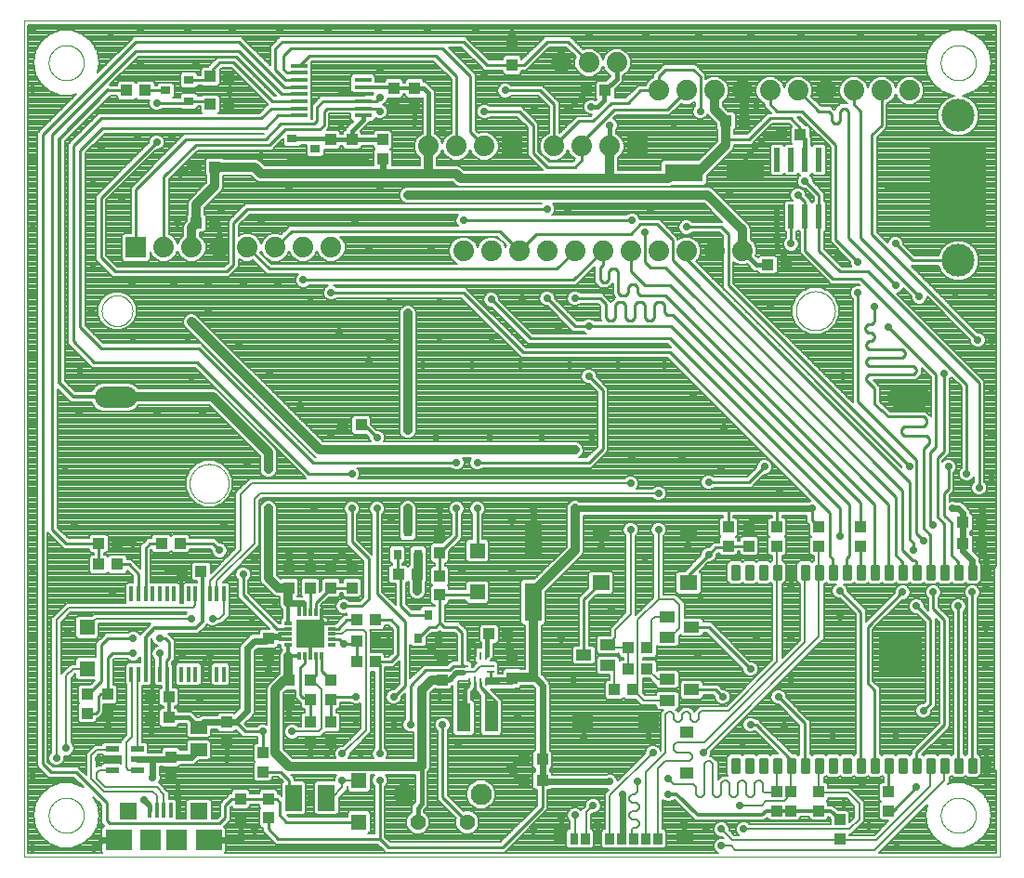
<source format=gtl>
G75*
%MOIN*%
%OFA0B0*%
%FSLAX25Y25*%
%IPPOS*%
%LPD*%
%AMOC8*
5,1,8,0,0,1.08239X$1,22.5*
%
%ADD10C,0.00000*%
%ADD11C,0.01831*%
%ADD12R,0.15748X0.15748*%
%ADD13C,0.07677*%
%ADD14C,0.11811*%
%ADD15R,0.20000X0.30000*%
%ADD16R,0.03937X0.04331*%
%ADD17R,0.04331X0.03937*%
%ADD18R,0.01575X0.05512*%
%ADD19R,0.07480X0.07480*%
%ADD20R,0.09449X0.07480*%
%ADD21R,0.06299X0.05906*%
%ADD22R,0.04606X0.07087*%
%ADD23R,0.06102X0.05315*%
%ADD24R,0.03346X0.04331*%
%ADD25R,0.02953X0.04331*%
%ADD26R,0.07480X0.05315*%
%ADD27R,0.04724X0.03937*%
%ADD28R,0.04724X0.02362*%
%ADD29R,0.05512X0.05512*%
%ADD30C,0.07400*%
%ADD31R,0.07400X0.07400*%
%ADD32R,0.05906X0.04724*%
%ADD33R,0.06299X0.05512*%
%ADD34R,0.03543X0.03150*%
%ADD35R,0.05512X0.03937*%
%ADD36R,0.01370X0.05500*%
%ADD37R,0.02362X0.08661*%
%ADD38R,0.05906X0.01575*%
%ADD39R,0.01181X0.02953*%
%ADD40R,0.02953X0.01181*%
%ADD41R,0.09843X0.09843*%
%ADD42R,0.00984X0.02756*%
%ADD43R,0.02756X0.00984*%
%ADD44R,0.05118X0.10039*%
%ADD45R,0.05906X0.09449*%
%ADD46C,0.05622*%
%ADD47C,0.07677*%
%ADD48R,0.06299X0.13780*%
%ADD49R,0.13780X0.06299*%
%ADD50R,0.03150X0.03543*%
%ADD51C,0.02770*%
%ADD52C,0.01600*%
%ADD53C,0.01200*%
%ADD54C,0.00800*%
%ADD55C,0.02400*%
%ADD56C,0.01000*%
%ADD57C,0.03200*%
%ADD58C,0.02000*%
D10*
X0002050Y0016291D02*
X0002050Y0316291D01*
X0352050Y0316291D01*
X0352050Y0016291D01*
X0002050Y0016291D01*
X0010751Y0031291D02*
X0010753Y0031449D01*
X0010759Y0031607D01*
X0010769Y0031765D01*
X0010783Y0031923D01*
X0010801Y0032080D01*
X0010822Y0032237D01*
X0010848Y0032393D01*
X0010878Y0032549D01*
X0010911Y0032704D01*
X0010949Y0032857D01*
X0010990Y0033010D01*
X0011035Y0033162D01*
X0011084Y0033313D01*
X0011137Y0033462D01*
X0011193Y0033610D01*
X0011253Y0033756D01*
X0011317Y0033901D01*
X0011385Y0034044D01*
X0011456Y0034186D01*
X0011530Y0034326D01*
X0011608Y0034463D01*
X0011690Y0034599D01*
X0011774Y0034733D01*
X0011863Y0034864D01*
X0011954Y0034993D01*
X0012049Y0035120D01*
X0012146Y0035245D01*
X0012247Y0035367D01*
X0012351Y0035486D01*
X0012458Y0035603D01*
X0012568Y0035717D01*
X0012681Y0035828D01*
X0012796Y0035937D01*
X0012914Y0036042D01*
X0013035Y0036144D01*
X0013158Y0036244D01*
X0013284Y0036340D01*
X0013412Y0036433D01*
X0013542Y0036523D01*
X0013675Y0036609D01*
X0013810Y0036693D01*
X0013946Y0036772D01*
X0014085Y0036849D01*
X0014226Y0036921D01*
X0014368Y0036991D01*
X0014512Y0037056D01*
X0014658Y0037118D01*
X0014805Y0037176D01*
X0014954Y0037231D01*
X0015104Y0037282D01*
X0015255Y0037329D01*
X0015407Y0037372D01*
X0015560Y0037411D01*
X0015715Y0037447D01*
X0015870Y0037478D01*
X0016026Y0037506D01*
X0016182Y0037530D01*
X0016339Y0037550D01*
X0016497Y0037566D01*
X0016654Y0037578D01*
X0016813Y0037586D01*
X0016971Y0037590D01*
X0017129Y0037590D01*
X0017287Y0037586D01*
X0017446Y0037578D01*
X0017603Y0037566D01*
X0017761Y0037550D01*
X0017918Y0037530D01*
X0018074Y0037506D01*
X0018230Y0037478D01*
X0018385Y0037447D01*
X0018540Y0037411D01*
X0018693Y0037372D01*
X0018845Y0037329D01*
X0018996Y0037282D01*
X0019146Y0037231D01*
X0019295Y0037176D01*
X0019442Y0037118D01*
X0019588Y0037056D01*
X0019732Y0036991D01*
X0019874Y0036921D01*
X0020015Y0036849D01*
X0020154Y0036772D01*
X0020290Y0036693D01*
X0020425Y0036609D01*
X0020558Y0036523D01*
X0020688Y0036433D01*
X0020816Y0036340D01*
X0020942Y0036244D01*
X0021065Y0036144D01*
X0021186Y0036042D01*
X0021304Y0035937D01*
X0021419Y0035828D01*
X0021532Y0035717D01*
X0021642Y0035603D01*
X0021749Y0035486D01*
X0021853Y0035367D01*
X0021954Y0035245D01*
X0022051Y0035120D01*
X0022146Y0034993D01*
X0022237Y0034864D01*
X0022326Y0034733D01*
X0022410Y0034599D01*
X0022492Y0034463D01*
X0022570Y0034326D01*
X0022644Y0034186D01*
X0022715Y0034044D01*
X0022783Y0033901D01*
X0022847Y0033756D01*
X0022907Y0033610D01*
X0022963Y0033462D01*
X0023016Y0033313D01*
X0023065Y0033162D01*
X0023110Y0033010D01*
X0023151Y0032857D01*
X0023189Y0032704D01*
X0023222Y0032549D01*
X0023252Y0032393D01*
X0023278Y0032237D01*
X0023299Y0032080D01*
X0023317Y0031923D01*
X0023331Y0031765D01*
X0023341Y0031607D01*
X0023347Y0031449D01*
X0023349Y0031291D01*
X0023347Y0031133D01*
X0023341Y0030975D01*
X0023331Y0030817D01*
X0023317Y0030659D01*
X0023299Y0030502D01*
X0023278Y0030345D01*
X0023252Y0030189D01*
X0023222Y0030033D01*
X0023189Y0029878D01*
X0023151Y0029725D01*
X0023110Y0029572D01*
X0023065Y0029420D01*
X0023016Y0029269D01*
X0022963Y0029120D01*
X0022907Y0028972D01*
X0022847Y0028826D01*
X0022783Y0028681D01*
X0022715Y0028538D01*
X0022644Y0028396D01*
X0022570Y0028256D01*
X0022492Y0028119D01*
X0022410Y0027983D01*
X0022326Y0027849D01*
X0022237Y0027718D01*
X0022146Y0027589D01*
X0022051Y0027462D01*
X0021954Y0027337D01*
X0021853Y0027215D01*
X0021749Y0027096D01*
X0021642Y0026979D01*
X0021532Y0026865D01*
X0021419Y0026754D01*
X0021304Y0026645D01*
X0021186Y0026540D01*
X0021065Y0026438D01*
X0020942Y0026338D01*
X0020816Y0026242D01*
X0020688Y0026149D01*
X0020558Y0026059D01*
X0020425Y0025973D01*
X0020290Y0025889D01*
X0020154Y0025810D01*
X0020015Y0025733D01*
X0019874Y0025661D01*
X0019732Y0025591D01*
X0019588Y0025526D01*
X0019442Y0025464D01*
X0019295Y0025406D01*
X0019146Y0025351D01*
X0018996Y0025300D01*
X0018845Y0025253D01*
X0018693Y0025210D01*
X0018540Y0025171D01*
X0018385Y0025135D01*
X0018230Y0025104D01*
X0018074Y0025076D01*
X0017918Y0025052D01*
X0017761Y0025032D01*
X0017603Y0025016D01*
X0017446Y0025004D01*
X0017287Y0024996D01*
X0017129Y0024992D01*
X0016971Y0024992D01*
X0016813Y0024996D01*
X0016654Y0025004D01*
X0016497Y0025016D01*
X0016339Y0025032D01*
X0016182Y0025052D01*
X0016026Y0025076D01*
X0015870Y0025104D01*
X0015715Y0025135D01*
X0015560Y0025171D01*
X0015407Y0025210D01*
X0015255Y0025253D01*
X0015104Y0025300D01*
X0014954Y0025351D01*
X0014805Y0025406D01*
X0014658Y0025464D01*
X0014512Y0025526D01*
X0014368Y0025591D01*
X0014226Y0025661D01*
X0014085Y0025733D01*
X0013946Y0025810D01*
X0013810Y0025889D01*
X0013675Y0025973D01*
X0013542Y0026059D01*
X0013412Y0026149D01*
X0013284Y0026242D01*
X0013158Y0026338D01*
X0013035Y0026438D01*
X0012914Y0026540D01*
X0012796Y0026645D01*
X0012681Y0026754D01*
X0012568Y0026865D01*
X0012458Y0026979D01*
X0012351Y0027096D01*
X0012247Y0027215D01*
X0012146Y0027337D01*
X0012049Y0027462D01*
X0011954Y0027589D01*
X0011863Y0027718D01*
X0011774Y0027849D01*
X0011690Y0027983D01*
X0011608Y0028119D01*
X0011530Y0028256D01*
X0011456Y0028396D01*
X0011385Y0028538D01*
X0011317Y0028681D01*
X0011253Y0028826D01*
X0011193Y0028972D01*
X0011137Y0029120D01*
X0011084Y0029269D01*
X0011035Y0029420D01*
X0010990Y0029572D01*
X0010949Y0029725D01*
X0010911Y0029878D01*
X0010878Y0030033D01*
X0010848Y0030189D01*
X0010822Y0030345D01*
X0010801Y0030502D01*
X0010783Y0030659D01*
X0010769Y0030817D01*
X0010759Y0030975D01*
X0010753Y0031133D01*
X0010751Y0031291D01*
X0061300Y0150291D02*
X0061302Y0150463D01*
X0061308Y0150634D01*
X0061319Y0150806D01*
X0061334Y0150977D01*
X0061353Y0151148D01*
X0061376Y0151318D01*
X0061403Y0151488D01*
X0061435Y0151657D01*
X0061470Y0151825D01*
X0061510Y0151992D01*
X0061554Y0152158D01*
X0061601Y0152323D01*
X0061653Y0152487D01*
X0061709Y0152649D01*
X0061769Y0152810D01*
X0061833Y0152970D01*
X0061901Y0153128D01*
X0061972Y0153284D01*
X0062047Y0153438D01*
X0062127Y0153591D01*
X0062209Y0153741D01*
X0062296Y0153890D01*
X0062386Y0154036D01*
X0062480Y0154180D01*
X0062577Y0154322D01*
X0062678Y0154461D01*
X0062782Y0154598D01*
X0062889Y0154732D01*
X0063000Y0154863D01*
X0063113Y0154992D01*
X0063230Y0155118D01*
X0063350Y0155241D01*
X0063473Y0155361D01*
X0063599Y0155478D01*
X0063728Y0155591D01*
X0063859Y0155702D01*
X0063993Y0155809D01*
X0064130Y0155913D01*
X0064269Y0156014D01*
X0064411Y0156111D01*
X0064555Y0156205D01*
X0064701Y0156295D01*
X0064850Y0156382D01*
X0065000Y0156464D01*
X0065153Y0156544D01*
X0065307Y0156619D01*
X0065463Y0156690D01*
X0065621Y0156758D01*
X0065781Y0156822D01*
X0065942Y0156882D01*
X0066104Y0156938D01*
X0066268Y0156990D01*
X0066433Y0157037D01*
X0066599Y0157081D01*
X0066766Y0157121D01*
X0066934Y0157156D01*
X0067103Y0157188D01*
X0067273Y0157215D01*
X0067443Y0157238D01*
X0067614Y0157257D01*
X0067785Y0157272D01*
X0067957Y0157283D01*
X0068128Y0157289D01*
X0068300Y0157291D01*
X0068472Y0157289D01*
X0068643Y0157283D01*
X0068815Y0157272D01*
X0068986Y0157257D01*
X0069157Y0157238D01*
X0069327Y0157215D01*
X0069497Y0157188D01*
X0069666Y0157156D01*
X0069834Y0157121D01*
X0070001Y0157081D01*
X0070167Y0157037D01*
X0070332Y0156990D01*
X0070496Y0156938D01*
X0070658Y0156882D01*
X0070819Y0156822D01*
X0070979Y0156758D01*
X0071137Y0156690D01*
X0071293Y0156619D01*
X0071447Y0156544D01*
X0071600Y0156464D01*
X0071750Y0156382D01*
X0071899Y0156295D01*
X0072045Y0156205D01*
X0072189Y0156111D01*
X0072331Y0156014D01*
X0072470Y0155913D01*
X0072607Y0155809D01*
X0072741Y0155702D01*
X0072872Y0155591D01*
X0073001Y0155478D01*
X0073127Y0155361D01*
X0073250Y0155241D01*
X0073370Y0155118D01*
X0073487Y0154992D01*
X0073600Y0154863D01*
X0073711Y0154732D01*
X0073818Y0154598D01*
X0073922Y0154461D01*
X0074023Y0154322D01*
X0074120Y0154180D01*
X0074214Y0154036D01*
X0074304Y0153890D01*
X0074391Y0153741D01*
X0074473Y0153591D01*
X0074553Y0153438D01*
X0074628Y0153284D01*
X0074699Y0153128D01*
X0074767Y0152970D01*
X0074831Y0152810D01*
X0074891Y0152649D01*
X0074947Y0152487D01*
X0074999Y0152323D01*
X0075046Y0152158D01*
X0075090Y0151992D01*
X0075130Y0151825D01*
X0075165Y0151657D01*
X0075197Y0151488D01*
X0075224Y0151318D01*
X0075247Y0151148D01*
X0075266Y0150977D01*
X0075281Y0150806D01*
X0075292Y0150634D01*
X0075298Y0150463D01*
X0075300Y0150291D01*
X0075298Y0150119D01*
X0075292Y0149948D01*
X0075281Y0149776D01*
X0075266Y0149605D01*
X0075247Y0149434D01*
X0075224Y0149264D01*
X0075197Y0149094D01*
X0075165Y0148925D01*
X0075130Y0148757D01*
X0075090Y0148590D01*
X0075046Y0148424D01*
X0074999Y0148259D01*
X0074947Y0148095D01*
X0074891Y0147933D01*
X0074831Y0147772D01*
X0074767Y0147612D01*
X0074699Y0147454D01*
X0074628Y0147298D01*
X0074553Y0147144D01*
X0074473Y0146991D01*
X0074391Y0146841D01*
X0074304Y0146692D01*
X0074214Y0146546D01*
X0074120Y0146402D01*
X0074023Y0146260D01*
X0073922Y0146121D01*
X0073818Y0145984D01*
X0073711Y0145850D01*
X0073600Y0145719D01*
X0073487Y0145590D01*
X0073370Y0145464D01*
X0073250Y0145341D01*
X0073127Y0145221D01*
X0073001Y0145104D01*
X0072872Y0144991D01*
X0072741Y0144880D01*
X0072607Y0144773D01*
X0072470Y0144669D01*
X0072331Y0144568D01*
X0072189Y0144471D01*
X0072045Y0144377D01*
X0071899Y0144287D01*
X0071750Y0144200D01*
X0071600Y0144118D01*
X0071447Y0144038D01*
X0071293Y0143963D01*
X0071137Y0143892D01*
X0070979Y0143824D01*
X0070819Y0143760D01*
X0070658Y0143700D01*
X0070496Y0143644D01*
X0070332Y0143592D01*
X0070167Y0143545D01*
X0070001Y0143501D01*
X0069834Y0143461D01*
X0069666Y0143426D01*
X0069497Y0143394D01*
X0069327Y0143367D01*
X0069157Y0143344D01*
X0068986Y0143325D01*
X0068815Y0143310D01*
X0068643Y0143299D01*
X0068472Y0143293D01*
X0068300Y0143291D01*
X0068128Y0143293D01*
X0067957Y0143299D01*
X0067785Y0143310D01*
X0067614Y0143325D01*
X0067443Y0143344D01*
X0067273Y0143367D01*
X0067103Y0143394D01*
X0066934Y0143426D01*
X0066766Y0143461D01*
X0066599Y0143501D01*
X0066433Y0143545D01*
X0066268Y0143592D01*
X0066104Y0143644D01*
X0065942Y0143700D01*
X0065781Y0143760D01*
X0065621Y0143824D01*
X0065463Y0143892D01*
X0065307Y0143963D01*
X0065153Y0144038D01*
X0065000Y0144118D01*
X0064850Y0144200D01*
X0064701Y0144287D01*
X0064555Y0144377D01*
X0064411Y0144471D01*
X0064269Y0144568D01*
X0064130Y0144669D01*
X0063993Y0144773D01*
X0063859Y0144880D01*
X0063728Y0144991D01*
X0063599Y0145104D01*
X0063473Y0145221D01*
X0063350Y0145341D01*
X0063230Y0145464D01*
X0063113Y0145590D01*
X0063000Y0145719D01*
X0062889Y0145850D01*
X0062782Y0145984D01*
X0062678Y0146121D01*
X0062577Y0146260D01*
X0062480Y0146402D01*
X0062386Y0146546D01*
X0062296Y0146692D01*
X0062209Y0146841D01*
X0062127Y0146991D01*
X0062047Y0147144D01*
X0061972Y0147298D01*
X0061901Y0147454D01*
X0061833Y0147612D01*
X0061769Y0147772D01*
X0061709Y0147933D01*
X0061653Y0148095D01*
X0061601Y0148259D01*
X0061554Y0148424D01*
X0061510Y0148590D01*
X0061470Y0148757D01*
X0061435Y0148925D01*
X0061403Y0149094D01*
X0061376Y0149264D01*
X0061353Y0149434D01*
X0061334Y0149605D01*
X0061319Y0149776D01*
X0061308Y0149948D01*
X0061302Y0150119D01*
X0061300Y0150291D01*
X0029788Y0212291D02*
X0029790Y0212439D01*
X0029796Y0212587D01*
X0029806Y0212735D01*
X0029820Y0212882D01*
X0029838Y0213029D01*
X0029859Y0213175D01*
X0029885Y0213321D01*
X0029915Y0213466D01*
X0029948Y0213610D01*
X0029986Y0213753D01*
X0030027Y0213895D01*
X0030072Y0214036D01*
X0030120Y0214176D01*
X0030173Y0214315D01*
X0030229Y0214452D01*
X0030289Y0214587D01*
X0030352Y0214721D01*
X0030419Y0214853D01*
X0030490Y0214983D01*
X0030564Y0215111D01*
X0030641Y0215237D01*
X0030722Y0215361D01*
X0030806Y0215483D01*
X0030893Y0215602D01*
X0030984Y0215719D01*
X0031078Y0215834D01*
X0031174Y0215946D01*
X0031274Y0216056D01*
X0031376Y0216162D01*
X0031482Y0216266D01*
X0031590Y0216367D01*
X0031701Y0216465D01*
X0031814Y0216561D01*
X0031930Y0216653D01*
X0032048Y0216742D01*
X0032169Y0216827D01*
X0032292Y0216910D01*
X0032417Y0216989D01*
X0032544Y0217065D01*
X0032673Y0217137D01*
X0032804Y0217206D01*
X0032937Y0217271D01*
X0033072Y0217332D01*
X0033208Y0217390D01*
X0033345Y0217445D01*
X0033484Y0217495D01*
X0033625Y0217542D01*
X0033766Y0217585D01*
X0033909Y0217625D01*
X0034053Y0217660D01*
X0034197Y0217692D01*
X0034343Y0217719D01*
X0034489Y0217743D01*
X0034636Y0217763D01*
X0034783Y0217779D01*
X0034930Y0217791D01*
X0035078Y0217799D01*
X0035226Y0217803D01*
X0035374Y0217803D01*
X0035522Y0217799D01*
X0035670Y0217791D01*
X0035817Y0217779D01*
X0035964Y0217763D01*
X0036111Y0217743D01*
X0036257Y0217719D01*
X0036403Y0217692D01*
X0036547Y0217660D01*
X0036691Y0217625D01*
X0036834Y0217585D01*
X0036975Y0217542D01*
X0037116Y0217495D01*
X0037255Y0217445D01*
X0037392Y0217390D01*
X0037528Y0217332D01*
X0037663Y0217271D01*
X0037796Y0217206D01*
X0037927Y0217137D01*
X0038056Y0217065D01*
X0038183Y0216989D01*
X0038308Y0216910D01*
X0038431Y0216827D01*
X0038552Y0216742D01*
X0038670Y0216653D01*
X0038786Y0216561D01*
X0038899Y0216465D01*
X0039010Y0216367D01*
X0039118Y0216266D01*
X0039224Y0216162D01*
X0039326Y0216056D01*
X0039426Y0215946D01*
X0039522Y0215834D01*
X0039616Y0215719D01*
X0039707Y0215602D01*
X0039794Y0215483D01*
X0039878Y0215361D01*
X0039959Y0215237D01*
X0040036Y0215111D01*
X0040110Y0214983D01*
X0040181Y0214853D01*
X0040248Y0214721D01*
X0040311Y0214587D01*
X0040371Y0214452D01*
X0040427Y0214315D01*
X0040480Y0214176D01*
X0040528Y0214036D01*
X0040573Y0213895D01*
X0040614Y0213753D01*
X0040652Y0213610D01*
X0040685Y0213466D01*
X0040715Y0213321D01*
X0040741Y0213175D01*
X0040762Y0213029D01*
X0040780Y0212882D01*
X0040794Y0212735D01*
X0040804Y0212587D01*
X0040810Y0212439D01*
X0040812Y0212291D01*
X0040810Y0212143D01*
X0040804Y0211995D01*
X0040794Y0211847D01*
X0040780Y0211700D01*
X0040762Y0211553D01*
X0040741Y0211407D01*
X0040715Y0211261D01*
X0040685Y0211116D01*
X0040652Y0210972D01*
X0040614Y0210829D01*
X0040573Y0210687D01*
X0040528Y0210546D01*
X0040480Y0210406D01*
X0040427Y0210267D01*
X0040371Y0210130D01*
X0040311Y0209995D01*
X0040248Y0209861D01*
X0040181Y0209729D01*
X0040110Y0209599D01*
X0040036Y0209471D01*
X0039959Y0209345D01*
X0039878Y0209221D01*
X0039794Y0209099D01*
X0039707Y0208980D01*
X0039616Y0208863D01*
X0039522Y0208748D01*
X0039426Y0208636D01*
X0039326Y0208526D01*
X0039224Y0208420D01*
X0039118Y0208316D01*
X0039010Y0208215D01*
X0038899Y0208117D01*
X0038786Y0208021D01*
X0038670Y0207929D01*
X0038552Y0207840D01*
X0038431Y0207755D01*
X0038308Y0207672D01*
X0038183Y0207593D01*
X0038056Y0207517D01*
X0037927Y0207445D01*
X0037796Y0207376D01*
X0037663Y0207311D01*
X0037528Y0207250D01*
X0037392Y0207192D01*
X0037255Y0207137D01*
X0037116Y0207087D01*
X0036975Y0207040D01*
X0036834Y0206997D01*
X0036691Y0206957D01*
X0036547Y0206922D01*
X0036403Y0206890D01*
X0036257Y0206863D01*
X0036111Y0206839D01*
X0035964Y0206819D01*
X0035817Y0206803D01*
X0035670Y0206791D01*
X0035522Y0206783D01*
X0035374Y0206779D01*
X0035226Y0206779D01*
X0035078Y0206783D01*
X0034930Y0206791D01*
X0034783Y0206803D01*
X0034636Y0206819D01*
X0034489Y0206839D01*
X0034343Y0206863D01*
X0034197Y0206890D01*
X0034053Y0206922D01*
X0033909Y0206957D01*
X0033766Y0206997D01*
X0033625Y0207040D01*
X0033484Y0207087D01*
X0033345Y0207137D01*
X0033208Y0207192D01*
X0033072Y0207250D01*
X0032937Y0207311D01*
X0032804Y0207376D01*
X0032673Y0207445D01*
X0032544Y0207517D01*
X0032417Y0207593D01*
X0032292Y0207672D01*
X0032169Y0207755D01*
X0032048Y0207840D01*
X0031930Y0207929D01*
X0031814Y0208021D01*
X0031701Y0208117D01*
X0031590Y0208215D01*
X0031482Y0208316D01*
X0031376Y0208420D01*
X0031274Y0208526D01*
X0031174Y0208636D01*
X0031078Y0208748D01*
X0030984Y0208863D01*
X0030893Y0208980D01*
X0030806Y0209099D01*
X0030722Y0209221D01*
X0030641Y0209345D01*
X0030564Y0209471D01*
X0030490Y0209599D01*
X0030419Y0209729D01*
X0030352Y0209861D01*
X0030289Y0209995D01*
X0030229Y0210130D01*
X0030173Y0210267D01*
X0030120Y0210406D01*
X0030072Y0210546D01*
X0030027Y0210687D01*
X0029986Y0210829D01*
X0029948Y0210972D01*
X0029915Y0211116D01*
X0029885Y0211261D01*
X0029859Y0211407D01*
X0029838Y0211553D01*
X0029820Y0211700D01*
X0029806Y0211847D01*
X0029796Y0211995D01*
X0029790Y0212143D01*
X0029788Y0212291D01*
X0010751Y0301291D02*
X0010753Y0301449D01*
X0010759Y0301607D01*
X0010769Y0301765D01*
X0010783Y0301923D01*
X0010801Y0302080D01*
X0010822Y0302237D01*
X0010848Y0302393D01*
X0010878Y0302549D01*
X0010911Y0302704D01*
X0010949Y0302857D01*
X0010990Y0303010D01*
X0011035Y0303162D01*
X0011084Y0303313D01*
X0011137Y0303462D01*
X0011193Y0303610D01*
X0011253Y0303756D01*
X0011317Y0303901D01*
X0011385Y0304044D01*
X0011456Y0304186D01*
X0011530Y0304326D01*
X0011608Y0304463D01*
X0011690Y0304599D01*
X0011774Y0304733D01*
X0011863Y0304864D01*
X0011954Y0304993D01*
X0012049Y0305120D01*
X0012146Y0305245D01*
X0012247Y0305367D01*
X0012351Y0305486D01*
X0012458Y0305603D01*
X0012568Y0305717D01*
X0012681Y0305828D01*
X0012796Y0305937D01*
X0012914Y0306042D01*
X0013035Y0306144D01*
X0013158Y0306244D01*
X0013284Y0306340D01*
X0013412Y0306433D01*
X0013542Y0306523D01*
X0013675Y0306609D01*
X0013810Y0306693D01*
X0013946Y0306772D01*
X0014085Y0306849D01*
X0014226Y0306921D01*
X0014368Y0306991D01*
X0014512Y0307056D01*
X0014658Y0307118D01*
X0014805Y0307176D01*
X0014954Y0307231D01*
X0015104Y0307282D01*
X0015255Y0307329D01*
X0015407Y0307372D01*
X0015560Y0307411D01*
X0015715Y0307447D01*
X0015870Y0307478D01*
X0016026Y0307506D01*
X0016182Y0307530D01*
X0016339Y0307550D01*
X0016497Y0307566D01*
X0016654Y0307578D01*
X0016813Y0307586D01*
X0016971Y0307590D01*
X0017129Y0307590D01*
X0017287Y0307586D01*
X0017446Y0307578D01*
X0017603Y0307566D01*
X0017761Y0307550D01*
X0017918Y0307530D01*
X0018074Y0307506D01*
X0018230Y0307478D01*
X0018385Y0307447D01*
X0018540Y0307411D01*
X0018693Y0307372D01*
X0018845Y0307329D01*
X0018996Y0307282D01*
X0019146Y0307231D01*
X0019295Y0307176D01*
X0019442Y0307118D01*
X0019588Y0307056D01*
X0019732Y0306991D01*
X0019874Y0306921D01*
X0020015Y0306849D01*
X0020154Y0306772D01*
X0020290Y0306693D01*
X0020425Y0306609D01*
X0020558Y0306523D01*
X0020688Y0306433D01*
X0020816Y0306340D01*
X0020942Y0306244D01*
X0021065Y0306144D01*
X0021186Y0306042D01*
X0021304Y0305937D01*
X0021419Y0305828D01*
X0021532Y0305717D01*
X0021642Y0305603D01*
X0021749Y0305486D01*
X0021853Y0305367D01*
X0021954Y0305245D01*
X0022051Y0305120D01*
X0022146Y0304993D01*
X0022237Y0304864D01*
X0022326Y0304733D01*
X0022410Y0304599D01*
X0022492Y0304463D01*
X0022570Y0304326D01*
X0022644Y0304186D01*
X0022715Y0304044D01*
X0022783Y0303901D01*
X0022847Y0303756D01*
X0022907Y0303610D01*
X0022963Y0303462D01*
X0023016Y0303313D01*
X0023065Y0303162D01*
X0023110Y0303010D01*
X0023151Y0302857D01*
X0023189Y0302704D01*
X0023222Y0302549D01*
X0023252Y0302393D01*
X0023278Y0302237D01*
X0023299Y0302080D01*
X0023317Y0301923D01*
X0023331Y0301765D01*
X0023341Y0301607D01*
X0023347Y0301449D01*
X0023349Y0301291D01*
X0023347Y0301133D01*
X0023341Y0300975D01*
X0023331Y0300817D01*
X0023317Y0300659D01*
X0023299Y0300502D01*
X0023278Y0300345D01*
X0023252Y0300189D01*
X0023222Y0300033D01*
X0023189Y0299878D01*
X0023151Y0299725D01*
X0023110Y0299572D01*
X0023065Y0299420D01*
X0023016Y0299269D01*
X0022963Y0299120D01*
X0022907Y0298972D01*
X0022847Y0298826D01*
X0022783Y0298681D01*
X0022715Y0298538D01*
X0022644Y0298396D01*
X0022570Y0298256D01*
X0022492Y0298119D01*
X0022410Y0297983D01*
X0022326Y0297849D01*
X0022237Y0297718D01*
X0022146Y0297589D01*
X0022051Y0297462D01*
X0021954Y0297337D01*
X0021853Y0297215D01*
X0021749Y0297096D01*
X0021642Y0296979D01*
X0021532Y0296865D01*
X0021419Y0296754D01*
X0021304Y0296645D01*
X0021186Y0296540D01*
X0021065Y0296438D01*
X0020942Y0296338D01*
X0020816Y0296242D01*
X0020688Y0296149D01*
X0020558Y0296059D01*
X0020425Y0295973D01*
X0020290Y0295889D01*
X0020154Y0295810D01*
X0020015Y0295733D01*
X0019874Y0295661D01*
X0019732Y0295591D01*
X0019588Y0295526D01*
X0019442Y0295464D01*
X0019295Y0295406D01*
X0019146Y0295351D01*
X0018996Y0295300D01*
X0018845Y0295253D01*
X0018693Y0295210D01*
X0018540Y0295171D01*
X0018385Y0295135D01*
X0018230Y0295104D01*
X0018074Y0295076D01*
X0017918Y0295052D01*
X0017761Y0295032D01*
X0017603Y0295016D01*
X0017446Y0295004D01*
X0017287Y0294996D01*
X0017129Y0294992D01*
X0016971Y0294992D01*
X0016813Y0294996D01*
X0016654Y0295004D01*
X0016497Y0295016D01*
X0016339Y0295032D01*
X0016182Y0295052D01*
X0016026Y0295076D01*
X0015870Y0295104D01*
X0015715Y0295135D01*
X0015560Y0295171D01*
X0015407Y0295210D01*
X0015255Y0295253D01*
X0015104Y0295300D01*
X0014954Y0295351D01*
X0014805Y0295406D01*
X0014658Y0295464D01*
X0014512Y0295526D01*
X0014368Y0295591D01*
X0014226Y0295661D01*
X0014085Y0295733D01*
X0013946Y0295810D01*
X0013810Y0295889D01*
X0013675Y0295973D01*
X0013542Y0296059D01*
X0013412Y0296149D01*
X0013284Y0296242D01*
X0013158Y0296338D01*
X0013035Y0296438D01*
X0012914Y0296540D01*
X0012796Y0296645D01*
X0012681Y0296754D01*
X0012568Y0296865D01*
X0012458Y0296979D01*
X0012351Y0297096D01*
X0012247Y0297215D01*
X0012146Y0297337D01*
X0012049Y0297462D01*
X0011954Y0297589D01*
X0011863Y0297718D01*
X0011774Y0297849D01*
X0011690Y0297983D01*
X0011608Y0298119D01*
X0011530Y0298256D01*
X0011456Y0298396D01*
X0011385Y0298538D01*
X0011317Y0298681D01*
X0011253Y0298826D01*
X0011193Y0298972D01*
X0011137Y0299120D01*
X0011084Y0299269D01*
X0011035Y0299420D01*
X0010990Y0299572D01*
X0010949Y0299725D01*
X0010911Y0299878D01*
X0010878Y0300033D01*
X0010848Y0300189D01*
X0010822Y0300345D01*
X0010801Y0300502D01*
X0010783Y0300659D01*
X0010769Y0300817D01*
X0010759Y0300975D01*
X0010753Y0301133D01*
X0010751Y0301291D01*
X0278800Y0212291D02*
X0278802Y0212463D01*
X0278808Y0212634D01*
X0278819Y0212806D01*
X0278834Y0212977D01*
X0278853Y0213148D01*
X0278876Y0213318D01*
X0278903Y0213488D01*
X0278935Y0213657D01*
X0278970Y0213825D01*
X0279010Y0213992D01*
X0279054Y0214158D01*
X0279101Y0214323D01*
X0279153Y0214487D01*
X0279209Y0214649D01*
X0279269Y0214810D01*
X0279333Y0214970D01*
X0279401Y0215128D01*
X0279472Y0215284D01*
X0279547Y0215438D01*
X0279627Y0215591D01*
X0279709Y0215741D01*
X0279796Y0215890D01*
X0279886Y0216036D01*
X0279980Y0216180D01*
X0280077Y0216322D01*
X0280178Y0216461D01*
X0280282Y0216598D01*
X0280389Y0216732D01*
X0280500Y0216863D01*
X0280613Y0216992D01*
X0280730Y0217118D01*
X0280850Y0217241D01*
X0280973Y0217361D01*
X0281099Y0217478D01*
X0281228Y0217591D01*
X0281359Y0217702D01*
X0281493Y0217809D01*
X0281630Y0217913D01*
X0281769Y0218014D01*
X0281911Y0218111D01*
X0282055Y0218205D01*
X0282201Y0218295D01*
X0282350Y0218382D01*
X0282500Y0218464D01*
X0282653Y0218544D01*
X0282807Y0218619D01*
X0282963Y0218690D01*
X0283121Y0218758D01*
X0283281Y0218822D01*
X0283442Y0218882D01*
X0283604Y0218938D01*
X0283768Y0218990D01*
X0283933Y0219037D01*
X0284099Y0219081D01*
X0284266Y0219121D01*
X0284434Y0219156D01*
X0284603Y0219188D01*
X0284773Y0219215D01*
X0284943Y0219238D01*
X0285114Y0219257D01*
X0285285Y0219272D01*
X0285457Y0219283D01*
X0285628Y0219289D01*
X0285800Y0219291D01*
X0285972Y0219289D01*
X0286143Y0219283D01*
X0286315Y0219272D01*
X0286486Y0219257D01*
X0286657Y0219238D01*
X0286827Y0219215D01*
X0286997Y0219188D01*
X0287166Y0219156D01*
X0287334Y0219121D01*
X0287501Y0219081D01*
X0287667Y0219037D01*
X0287832Y0218990D01*
X0287996Y0218938D01*
X0288158Y0218882D01*
X0288319Y0218822D01*
X0288479Y0218758D01*
X0288637Y0218690D01*
X0288793Y0218619D01*
X0288947Y0218544D01*
X0289100Y0218464D01*
X0289250Y0218382D01*
X0289399Y0218295D01*
X0289545Y0218205D01*
X0289689Y0218111D01*
X0289831Y0218014D01*
X0289970Y0217913D01*
X0290107Y0217809D01*
X0290241Y0217702D01*
X0290372Y0217591D01*
X0290501Y0217478D01*
X0290627Y0217361D01*
X0290750Y0217241D01*
X0290870Y0217118D01*
X0290987Y0216992D01*
X0291100Y0216863D01*
X0291211Y0216732D01*
X0291318Y0216598D01*
X0291422Y0216461D01*
X0291523Y0216322D01*
X0291620Y0216180D01*
X0291714Y0216036D01*
X0291804Y0215890D01*
X0291891Y0215741D01*
X0291973Y0215591D01*
X0292053Y0215438D01*
X0292128Y0215284D01*
X0292199Y0215128D01*
X0292267Y0214970D01*
X0292331Y0214810D01*
X0292391Y0214649D01*
X0292447Y0214487D01*
X0292499Y0214323D01*
X0292546Y0214158D01*
X0292590Y0213992D01*
X0292630Y0213825D01*
X0292665Y0213657D01*
X0292697Y0213488D01*
X0292724Y0213318D01*
X0292747Y0213148D01*
X0292766Y0212977D01*
X0292781Y0212806D01*
X0292792Y0212634D01*
X0292798Y0212463D01*
X0292800Y0212291D01*
X0292798Y0212119D01*
X0292792Y0211948D01*
X0292781Y0211776D01*
X0292766Y0211605D01*
X0292747Y0211434D01*
X0292724Y0211264D01*
X0292697Y0211094D01*
X0292665Y0210925D01*
X0292630Y0210757D01*
X0292590Y0210590D01*
X0292546Y0210424D01*
X0292499Y0210259D01*
X0292447Y0210095D01*
X0292391Y0209933D01*
X0292331Y0209772D01*
X0292267Y0209612D01*
X0292199Y0209454D01*
X0292128Y0209298D01*
X0292053Y0209144D01*
X0291973Y0208991D01*
X0291891Y0208841D01*
X0291804Y0208692D01*
X0291714Y0208546D01*
X0291620Y0208402D01*
X0291523Y0208260D01*
X0291422Y0208121D01*
X0291318Y0207984D01*
X0291211Y0207850D01*
X0291100Y0207719D01*
X0290987Y0207590D01*
X0290870Y0207464D01*
X0290750Y0207341D01*
X0290627Y0207221D01*
X0290501Y0207104D01*
X0290372Y0206991D01*
X0290241Y0206880D01*
X0290107Y0206773D01*
X0289970Y0206669D01*
X0289831Y0206568D01*
X0289689Y0206471D01*
X0289545Y0206377D01*
X0289399Y0206287D01*
X0289250Y0206200D01*
X0289100Y0206118D01*
X0288947Y0206038D01*
X0288793Y0205963D01*
X0288637Y0205892D01*
X0288479Y0205824D01*
X0288319Y0205760D01*
X0288158Y0205700D01*
X0287996Y0205644D01*
X0287832Y0205592D01*
X0287667Y0205545D01*
X0287501Y0205501D01*
X0287334Y0205461D01*
X0287166Y0205426D01*
X0286997Y0205394D01*
X0286827Y0205367D01*
X0286657Y0205344D01*
X0286486Y0205325D01*
X0286315Y0205310D01*
X0286143Y0205299D01*
X0285972Y0205293D01*
X0285800Y0205291D01*
X0285628Y0205293D01*
X0285457Y0205299D01*
X0285285Y0205310D01*
X0285114Y0205325D01*
X0284943Y0205344D01*
X0284773Y0205367D01*
X0284603Y0205394D01*
X0284434Y0205426D01*
X0284266Y0205461D01*
X0284099Y0205501D01*
X0283933Y0205545D01*
X0283768Y0205592D01*
X0283604Y0205644D01*
X0283442Y0205700D01*
X0283281Y0205760D01*
X0283121Y0205824D01*
X0282963Y0205892D01*
X0282807Y0205963D01*
X0282653Y0206038D01*
X0282500Y0206118D01*
X0282350Y0206200D01*
X0282201Y0206287D01*
X0282055Y0206377D01*
X0281911Y0206471D01*
X0281769Y0206568D01*
X0281630Y0206669D01*
X0281493Y0206773D01*
X0281359Y0206880D01*
X0281228Y0206991D01*
X0281099Y0207104D01*
X0280973Y0207221D01*
X0280850Y0207341D01*
X0280730Y0207464D01*
X0280613Y0207590D01*
X0280500Y0207719D01*
X0280389Y0207850D01*
X0280282Y0207984D01*
X0280178Y0208121D01*
X0280077Y0208260D01*
X0279980Y0208402D01*
X0279886Y0208546D01*
X0279796Y0208692D01*
X0279709Y0208841D01*
X0279627Y0208991D01*
X0279547Y0209144D01*
X0279472Y0209298D01*
X0279401Y0209454D01*
X0279333Y0209612D01*
X0279269Y0209772D01*
X0279209Y0209933D01*
X0279153Y0210095D01*
X0279101Y0210259D01*
X0279054Y0210424D01*
X0279010Y0210590D01*
X0278970Y0210757D01*
X0278935Y0210925D01*
X0278903Y0211094D01*
X0278876Y0211264D01*
X0278853Y0211434D01*
X0278834Y0211605D01*
X0278819Y0211776D01*
X0278808Y0211948D01*
X0278802Y0212119D01*
X0278800Y0212291D01*
X0330751Y0301291D02*
X0330753Y0301449D01*
X0330759Y0301607D01*
X0330769Y0301765D01*
X0330783Y0301923D01*
X0330801Y0302080D01*
X0330822Y0302237D01*
X0330848Y0302393D01*
X0330878Y0302549D01*
X0330911Y0302704D01*
X0330949Y0302857D01*
X0330990Y0303010D01*
X0331035Y0303162D01*
X0331084Y0303313D01*
X0331137Y0303462D01*
X0331193Y0303610D01*
X0331253Y0303756D01*
X0331317Y0303901D01*
X0331385Y0304044D01*
X0331456Y0304186D01*
X0331530Y0304326D01*
X0331608Y0304463D01*
X0331690Y0304599D01*
X0331774Y0304733D01*
X0331863Y0304864D01*
X0331954Y0304993D01*
X0332049Y0305120D01*
X0332146Y0305245D01*
X0332247Y0305367D01*
X0332351Y0305486D01*
X0332458Y0305603D01*
X0332568Y0305717D01*
X0332681Y0305828D01*
X0332796Y0305937D01*
X0332914Y0306042D01*
X0333035Y0306144D01*
X0333158Y0306244D01*
X0333284Y0306340D01*
X0333412Y0306433D01*
X0333542Y0306523D01*
X0333675Y0306609D01*
X0333810Y0306693D01*
X0333946Y0306772D01*
X0334085Y0306849D01*
X0334226Y0306921D01*
X0334368Y0306991D01*
X0334512Y0307056D01*
X0334658Y0307118D01*
X0334805Y0307176D01*
X0334954Y0307231D01*
X0335104Y0307282D01*
X0335255Y0307329D01*
X0335407Y0307372D01*
X0335560Y0307411D01*
X0335715Y0307447D01*
X0335870Y0307478D01*
X0336026Y0307506D01*
X0336182Y0307530D01*
X0336339Y0307550D01*
X0336497Y0307566D01*
X0336654Y0307578D01*
X0336813Y0307586D01*
X0336971Y0307590D01*
X0337129Y0307590D01*
X0337287Y0307586D01*
X0337446Y0307578D01*
X0337603Y0307566D01*
X0337761Y0307550D01*
X0337918Y0307530D01*
X0338074Y0307506D01*
X0338230Y0307478D01*
X0338385Y0307447D01*
X0338540Y0307411D01*
X0338693Y0307372D01*
X0338845Y0307329D01*
X0338996Y0307282D01*
X0339146Y0307231D01*
X0339295Y0307176D01*
X0339442Y0307118D01*
X0339588Y0307056D01*
X0339732Y0306991D01*
X0339874Y0306921D01*
X0340015Y0306849D01*
X0340154Y0306772D01*
X0340290Y0306693D01*
X0340425Y0306609D01*
X0340558Y0306523D01*
X0340688Y0306433D01*
X0340816Y0306340D01*
X0340942Y0306244D01*
X0341065Y0306144D01*
X0341186Y0306042D01*
X0341304Y0305937D01*
X0341419Y0305828D01*
X0341532Y0305717D01*
X0341642Y0305603D01*
X0341749Y0305486D01*
X0341853Y0305367D01*
X0341954Y0305245D01*
X0342051Y0305120D01*
X0342146Y0304993D01*
X0342237Y0304864D01*
X0342326Y0304733D01*
X0342410Y0304599D01*
X0342492Y0304463D01*
X0342570Y0304326D01*
X0342644Y0304186D01*
X0342715Y0304044D01*
X0342783Y0303901D01*
X0342847Y0303756D01*
X0342907Y0303610D01*
X0342963Y0303462D01*
X0343016Y0303313D01*
X0343065Y0303162D01*
X0343110Y0303010D01*
X0343151Y0302857D01*
X0343189Y0302704D01*
X0343222Y0302549D01*
X0343252Y0302393D01*
X0343278Y0302237D01*
X0343299Y0302080D01*
X0343317Y0301923D01*
X0343331Y0301765D01*
X0343341Y0301607D01*
X0343347Y0301449D01*
X0343349Y0301291D01*
X0343347Y0301133D01*
X0343341Y0300975D01*
X0343331Y0300817D01*
X0343317Y0300659D01*
X0343299Y0300502D01*
X0343278Y0300345D01*
X0343252Y0300189D01*
X0343222Y0300033D01*
X0343189Y0299878D01*
X0343151Y0299725D01*
X0343110Y0299572D01*
X0343065Y0299420D01*
X0343016Y0299269D01*
X0342963Y0299120D01*
X0342907Y0298972D01*
X0342847Y0298826D01*
X0342783Y0298681D01*
X0342715Y0298538D01*
X0342644Y0298396D01*
X0342570Y0298256D01*
X0342492Y0298119D01*
X0342410Y0297983D01*
X0342326Y0297849D01*
X0342237Y0297718D01*
X0342146Y0297589D01*
X0342051Y0297462D01*
X0341954Y0297337D01*
X0341853Y0297215D01*
X0341749Y0297096D01*
X0341642Y0296979D01*
X0341532Y0296865D01*
X0341419Y0296754D01*
X0341304Y0296645D01*
X0341186Y0296540D01*
X0341065Y0296438D01*
X0340942Y0296338D01*
X0340816Y0296242D01*
X0340688Y0296149D01*
X0340558Y0296059D01*
X0340425Y0295973D01*
X0340290Y0295889D01*
X0340154Y0295810D01*
X0340015Y0295733D01*
X0339874Y0295661D01*
X0339732Y0295591D01*
X0339588Y0295526D01*
X0339442Y0295464D01*
X0339295Y0295406D01*
X0339146Y0295351D01*
X0338996Y0295300D01*
X0338845Y0295253D01*
X0338693Y0295210D01*
X0338540Y0295171D01*
X0338385Y0295135D01*
X0338230Y0295104D01*
X0338074Y0295076D01*
X0337918Y0295052D01*
X0337761Y0295032D01*
X0337603Y0295016D01*
X0337446Y0295004D01*
X0337287Y0294996D01*
X0337129Y0294992D01*
X0336971Y0294992D01*
X0336813Y0294996D01*
X0336654Y0295004D01*
X0336497Y0295016D01*
X0336339Y0295032D01*
X0336182Y0295052D01*
X0336026Y0295076D01*
X0335870Y0295104D01*
X0335715Y0295135D01*
X0335560Y0295171D01*
X0335407Y0295210D01*
X0335255Y0295253D01*
X0335104Y0295300D01*
X0334954Y0295351D01*
X0334805Y0295406D01*
X0334658Y0295464D01*
X0334512Y0295526D01*
X0334368Y0295591D01*
X0334226Y0295661D01*
X0334085Y0295733D01*
X0333946Y0295810D01*
X0333810Y0295889D01*
X0333675Y0295973D01*
X0333542Y0296059D01*
X0333412Y0296149D01*
X0333284Y0296242D01*
X0333158Y0296338D01*
X0333035Y0296438D01*
X0332914Y0296540D01*
X0332796Y0296645D01*
X0332681Y0296754D01*
X0332568Y0296865D01*
X0332458Y0296979D01*
X0332351Y0297096D01*
X0332247Y0297215D01*
X0332146Y0297337D01*
X0332049Y0297462D01*
X0331954Y0297589D01*
X0331863Y0297718D01*
X0331774Y0297849D01*
X0331690Y0297983D01*
X0331608Y0298119D01*
X0331530Y0298256D01*
X0331456Y0298396D01*
X0331385Y0298538D01*
X0331317Y0298681D01*
X0331253Y0298826D01*
X0331193Y0298972D01*
X0331137Y0299120D01*
X0331084Y0299269D01*
X0331035Y0299420D01*
X0330990Y0299572D01*
X0330949Y0299725D01*
X0330911Y0299878D01*
X0330878Y0300033D01*
X0330848Y0300189D01*
X0330822Y0300345D01*
X0330801Y0300502D01*
X0330783Y0300659D01*
X0330769Y0300817D01*
X0330759Y0300975D01*
X0330753Y0301133D01*
X0330751Y0301291D01*
X0330751Y0031291D02*
X0330753Y0031449D01*
X0330759Y0031607D01*
X0330769Y0031765D01*
X0330783Y0031923D01*
X0330801Y0032080D01*
X0330822Y0032237D01*
X0330848Y0032393D01*
X0330878Y0032549D01*
X0330911Y0032704D01*
X0330949Y0032857D01*
X0330990Y0033010D01*
X0331035Y0033162D01*
X0331084Y0033313D01*
X0331137Y0033462D01*
X0331193Y0033610D01*
X0331253Y0033756D01*
X0331317Y0033901D01*
X0331385Y0034044D01*
X0331456Y0034186D01*
X0331530Y0034326D01*
X0331608Y0034463D01*
X0331690Y0034599D01*
X0331774Y0034733D01*
X0331863Y0034864D01*
X0331954Y0034993D01*
X0332049Y0035120D01*
X0332146Y0035245D01*
X0332247Y0035367D01*
X0332351Y0035486D01*
X0332458Y0035603D01*
X0332568Y0035717D01*
X0332681Y0035828D01*
X0332796Y0035937D01*
X0332914Y0036042D01*
X0333035Y0036144D01*
X0333158Y0036244D01*
X0333284Y0036340D01*
X0333412Y0036433D01*
X0333542Y0036523D01*
X0333675Y0036609D01*
X0333810Y0036693D01*
X0333946Y0036772D01*
X0334085Y0036849D01*
X0334226Y0036921D01*
X0334368Y0036991D01*
X0334512Y0037056D01*
X0334658Y0037118D01*
X0334805Y0037176D01*
X0334954Y0037231D01*
X0335104Y0037282D01*
X0335255Y0037329D01*
X0335407Y0037372D01*
X0335560Y0037411D01*
X0335715Y0037447D01*
X0335870Y0037478D01*
X0336026Y0037506D01*
X0336182Y0037530D01*
X0336339Y0037550D01*
X0336497Y0037566D01*
X0336654Y0037578D01*
X0336813Y0037586D01*
X0336971Y0037590D01*
X0337129Y0037590D01*
X0337287Y0037586D01*
X0337446Y0037578D01*
X0337603Y0037566D01*
X0337761Y0037550D01*
X0337918Y0037530D01*
X0338074Y0037506D01*
X0338230Y0037478D01*
X0338385Y0037447D01*
X0338540Y0037411D01*
X0338693Y0037372D01*
X0338845Y0037329D01*
X0338996Y0037282D01*
X0339146Y0037231D01*
X0339295Y0037176D01*
X0339442Y0037118D01*
X0339588Y0037056D01*
X0339732Y0036991D01*
X0339874Y0036921D01*
X0340015Y0036849D01*
X0340154Y0036772D01*
X0340290Y0036693D01*
X0340425Y0036609D01*
X0340558Y0036523D01*
X0340688Y0036433D01*
X0340816Y0036340D01*
X0340942Y0036244D01*
X0341065Y0036144D01*
X0341186Y0036042D01*
X0341304Y0035937D01*
X0341419Y0035828D01*
X0341532Y0035717D01*
X0341642Y0035603D01*
X0341749Y0035486D01*
X0341853Y0035367D01*
X0341954Y0035245D01*
X0342051Y0035120D01*
X0342146Y0034993D01*
X0342237Y0034864D01*
X0342326Y0034733D01*
X0342410Y0034599D01*
X0342492Y0034463D01*
X0342570Y0034326D01*
X0342644Y0034186D01*
X0342715Y0034044D01*
X0342783Y0033901D01*
X0342847Y0033756D01*
X0342907Y0033610D01*
X0342963Y0033462D01*
X0343016Y0033313D01*
X0343065Y0033162D01*
X0343110Y0033010D01*
X0343151Y0032857D01*
X0343189Y0032704D01*
X0343222Y0032549D01*
X0343252Y0032393D01*
X0343278Y0032237D01*
X0343299Y0032080D01*
X0343317Y0031923D01*
X0343331Y0031765D01*
X0343341Y0031607D01*
X0343347Y0031449D01*
X0343349Y0031291D01*
X0343347Y0031133D01*
X0343341Y0030975D01*
X0343331Y0030817D01*
X0343317Y0030659D01*
X0343299Y0030502D01*
X0343278Y0030345D01*
X0343252Y0030189D01*
X0343222Y0030033D01*
X0343189Y0029878D01*
X0343151Y0029725D01*
X0343110Y0029572D01*
X0343065Y0029420D01*
X0343016Y0029269D01*
X0342963Y0029120D01*
X0342907Y0028972D01*
X0342847Y0028826D01*
X0342783Y0028681D01*
X0342715Y0028538D01*
X0342644Y0028396D01*
X0342570Y0028256D01*
X0342492Y0028119D01*
X0342410Y0027983D01*
X0342326Y0027849D01*
X0342237Y0027718D01*
X0342146Y0027589D01*
X0342051Y0027462D01*
X0341954Y0027337D01*
X0341853Y0027215D01*
X0341749Y0027096D01*
X0341642Y0026979D01*
X0341532Y0026865D01*
X0341419Y0026754D01*
X0341304Y0026645D01*
X0341186Y0026540D01*
X0341065Y0026438D01*
X0340942Y0026338D01*
X0340816Y0026242D01*
X0340688Y0026149D01*
X0340558Y0026059D01*
X0340425Y0025973D01*
X0340290Y0025889D01*
X0340154Y0025810D01*
X0340015Y0025733D01*
X0339874Y0025661D01*
X0339732Y0025591D01*
X0339588Y0025526D01*
X0339442Y0025464D01*
X0339295Y0025406D01*
X0339146Y0025351D01*
X0338996Y0025300D01*
X0338845Y0025253D01*
X0338693Y0025210D01*
X0338540Y0025171D01*
X0338385Y0025135D01*
X0338230Y0025104D01*
X0338074Y0025076D01*
X0337918Y0025052D01*
X0337761Y0025032D01*
X0337603Y0025016D01*
X0337446Y0025004D01*
X0337287Y0024996D01*
X0337129Y0024992D01*
X0336971Y0024992D01*
X0336813Y0024996D01*
X0336654Y0025004D01*
X0336497Y0025016D01*
X0336339Y0025032D01*
X0336182Y0025052D01*
X0336026Y0025076D01*
X0335870Y0025104D01*
X0335715Y0025135D01*
X0335560Y0025171D01*
X0335407Y0025210D01*
X0335255Y0025253D01*
X0335104Y0025300D01*
X0334954Y0025351D01*
X0334805Y0025406D01*
X0334658Y0025464D01*
X0334512Y0025526D01*
X0334368Y0025591D01*
X0334226Y0025661D01*
X0334085Y0025733D01*
X0333946Y0025810D01*
X0333810Y0025889D01*
X0333675Y0025973D01*
X0333542Y0026059D01*
X0333412Y0026149D01*
X0333284Y0026242D01*
X0333158Y0026338D01*
X0333035Y0026438D01*
X0332914Y0026540D01*
X0332796Y0026645D01*
X0332681Y0026754D01*
X0332568Y0026865D01*
X0332458Y0026979D01*
X0332351Y0027096D01*
X0332247Y0027215D01*
X0332146Y0027337D01*
X0332049Y0027462D01*
X0331954Y0027589D01*
X0331863Y0027718D01*
X0331774Y0027849D01*
X0331690Y0027983D01*
X0331608Y0028119D01*
X0331530Y0028256D01*
X0331456Y0028396D01*
X0331385Y0028538D01*
X0331317Y0028681D01*
X0331253Y0028826D01*
X0331193Y0028972D01*
X0331137Y0029120D01*
X0331084Y0029269D01*
X0331035Y0029420D01*
X0330990Y0029572D01*
X0330949Y0029725D01*
X0330911Y0029878D01*
X0330878Y0030033D01*
X0330848Y0030189D01*
X0330822Y0030345D01*
X0330801Y0030502D01*
X0330783Y0030659D01*
X0330769Y0030817D01*
X0330759Y0030975D01*
X0330753Y0031133D01*
X0330751Y0031291D01*
D11*
X0332985Y0047167D02*
X0332985Y0051045D01*
X0332985Y0047167D02*
X0331155Y0047167D01*
X0331155Y0051045D01*
X0332985Y0051045D01*
X0332985Y0048997D02*
X0331155Y0048997D01*
X0331155Y0050827D02*
X0332985Y0050827D01*
X0327985Y0051045D02*
X0327985Y0047167D01*
X0326155Y0047167D01*
X0326155Y0051045D01*
X0327985Y0051045D01*
X0327985Y0048997D02*
X0326155Y0048997D01*
X0326155Y0050827D02*
X0327985Y0050827D01*
X0322985Y0051045D02*
X0322985Y0047167D01*
X0321155Y0047167D01*
X0321155Y0051045D01*
X0322985Y0051045D01*
X0322985Y0048997D02*
X0321155Y0048997D01*
X0321155Y0050827D02*
X0322985Y0050827D01*
X0317985Y0051045D02*
X0317985Y0047167D01*
X0316155Y0047167D01*
X0316155Y0051045D01*
X0317985Y0051045D01*
X0317985Y0048997D02*
X0316155Y0048997D01*
X0316155Y0050827D02*
X0317985Y0050827D01*
X0312985Y0051045D02*
X0312985Y0047167D01*
X0311155Y0047167D01*
X0311155Y0051045D01*
X0312985Y0051045D01*
X0312985Y0048997D02*
X0311155Y0048997D01*
X0311155Y0050827D02*
X0312985Y0050827D01*
X0307985Y0051045D02*
X0307985Y0047167D01*
X0306155Y0047167D01*
X0306155Y0051045D01*
X0307985Y0051045D01*
X0307985Y0048997D02*
X0306155Y0048997D01*
X0306155Y0050827D02*
X0307985Y0050827D01*
X0302985Y0051045D02*
X0302985Y0047167D01*
X0301155Y0047167D01*
X0301155Y0051045D01*
X0302985Y0051045D01*
X0302985Y0048997D02*
X0301155Y0048997D01*
X0301155Y0050827D02*
X0302985Y0050827D01*
X0297985Y0051045D02*
X0297985Y0047167D01*
X0296155Y0047167D01*
X0296155Y0051045D01*
X0297985Y0051045D01*
X0297985Y0048997D02*
X0296155Y0048997D01*
X0296155Y0050827D02*
X0297985Y0050827D01*
X0292985Y0051045D02*
X0292985Y0047167D01*
X0291155Y0047167D01*
X0291155Y0051045D01*
X0292985Y0051045D01*
X0292985Y0048997D02*
X0291155Y0048997D01*
X0291155Y0050827D02*
X0292985Y0050827D01*
X0287985Y0051045D02*
X0287985Y0047167D01*
X0286155Y0047167D01*
X0286155Y0051045D01*
X0287985Y0051045D01*
X0287985Y0048997D02*
X0286155Y0048997D01*
X0286155Y0050827D02*
X0287985Y0050827D01*
X0282985Y0051045D02*
X0282985Y0047167D01*
X0281155Y0047167D01*
X0281155Y0051045D01*
X0282985Y0051045D01*
X0282985Y0048997D02*
X0281155Y0048997D01*
X0281155Y0050827D02*
X0282985Y0050827D01*
X0277985Y0051045D02*
X0277985Y0047167D01*
X0276155Y0047167D01*
X0276155Y0051045D01*
X0277985Y0051045D01*
X0277985Y0048997D02*
X0276155Y0048997D01*
X0276155Y0050827D02*
X0277985Y0050827D01*
X0272985Y0051045D02*
X0272985Y0047167D01*
X0271155Y0047167D01*
X0271155Y0051045D01*
X0272985Y0051045D01*
X0272985Y0048997D02*
X0271155Y0048997D01*
X0271155Y0050827D02*
X0272985Y0050827D01*
X0267985Y0051045D02*
X0267985Y0047167D01*
X0266155Y0047167D01*
X0266155Y0051045D01*
X0267985Y0051045D01*
X0267985Y0048997D02*
X0266155Y0048997D01*
X0266155Y0050827D02*
X0267985Y0050827D01*
X0262985Y0051045D02*
X0262985Y0047167D01*
X0261155Y0047167D01*
X0261155Y0051045D01*
X0262985Y0051045D01*
X0262985Y0048997D02*
X0261155Y0048997D01*
X0261155Y0050827D02*
X0262985Y0050827D01*
X0257985Y0051045D02*
X0257985Y0047167D01*
X0256155Y0047167D01*
X0256155Y0051045D01*
X0257985Y0051045D01*
X0257985Y0048997D02*
X0256155Y0048997D01*
X0256155Y0050827D02*
X0257985Y0050827D01*
X0256155Y0116537D02*
X0256155Y0120415D01*
X0257985Y0120415D01*
X0257985Y0116537D01*
X0256155Y0116537D01*
X0256155Y0118367D02*
X0257985Y0118367D01*
X0257985Y0120197D02*
X0256155Y0120197D01*
X0261155Y0120415D02*
X0261155Y0116537D01*
X0261155Y0120415D02*
X0262985Y0120415D01*
X0262985Y0116537D01*
X0261155Y0116537D01*
X0261155Y0118367D02*
X0262985Y0118367D01*
X0262985Y0120197D02*
X0261155Y0120197D01*
X0266155Y0120415D02*
X0266155Y0116537D01*
X0266155Y0120415D02*
X0267985Y0120415D01*
X0267985Y0116537D01*
X0266155Y0116537D01*
X0266155Y0118367D02*
X0267985Y0118367D01*
X0267985Y0120197D02*
X0266155Y0120197D01*
X0271155Y0120415D02*
X0271155Y0116537D01*
X0271155Y0120415D02*
X0272985Y0120415D01*
X0272985Y0116537D01*
X0271155Y0116537D01*
X0271155Y0118367D02*
X0272985Y0118367D01*
X0272985Y0120197D02*
X0271155Y0120197D01*
X0276155Y0120415D02*
X0276155Y0116537D01*
X0276155Y0120415D02*
X0277985Y0120415D01*
X0277985Y0116537D01*
X0276155Y0116537D01*
X0276155Y0118367D02*
X0277985Y0118367D01*
X0277985Y0120197D02*
X0276155Y0120197D01*
X0281155Y0120415D02*
X0281155Y0116537D01*
X0281155Y0120415D02*
X0282985Y0120415D01*
X0282985Y0116537D01*
X0281155Y0116537D01*
X0281155Y0118367D02*
X0282985Y0118367D01*
X0282985Y0120197D02*
X0281155Y0120197D01*
X0286155Y0120415D02*
X0286155Y0116537D01*
X0286155Y0120415D02*
X0287985Y0120415D01*
X0287985Y0116537D01*
X0286155Y0116537D01*
X0286155Y0118367D02*
X0287985Y0118367D01*
X0287985Y0120197D02*
X0286155Y0120197D01*
X0291155Y0120415D02*
X0291155Y0116537D01*
X0291155Y0120415D02*
X0292985Y0120415D01*
X0292985Y0116537D01*
X0291155Y0116537D01*
X0291155Y0118367D02*
X0292985Y0118367D01*
X0292985Y0120197D02*
X0291155Y0120197D01*
X0296155Y0120415D02*
X0296155Y0116537D01*
X0296155Y0120415D02*
X0297985Y0120415D01*
X0297985Y0116537D01*
X0296155Y0116537D01*
X0296155Y0118367D02*
X0297985Y0118367D01*
X0297985Y0120197D02*
X0296155Y0120197D01*
X0301155Y0120415D02*
X0301155Y0116537D01*
X0301155Y0120415D02*
X0302985Y0120415D01*
X0302985Y0116537D01*
X0301155Y0116537D01*
X0301155Y0118367D02*
X0302985Y0118367D01*
X0302985Y0120197D02*
X0301155Y0120197D01*
X0306155Y0120415D02*
X0306155Y0116537D01*
X0306155Y0120415D02*
X0307985Y0120415D01*
X0307985Y0116537D01*
X0306155Y0116537D01*
X0306155Y0118367D02*
X0307985Y0118367D01*
X0307985Y0120197D02*
X0306155Y0120197D01*
X0311155Y0120415D02*
X0311155Y0116537D01*
X0311155Y0120415D02*
X0312985Y0120415D01*
X0312985Y0116537D01*
X0311155Y0116537D01*
X0311155Y0118367D02*
X0312985Y0118367D01*
X0312985Y0120197D02*
X0311155Y0120197D01*
X0316155Y0120415D02*
X0316155Y0116537D01*
X0316155Y0120415D02*
X0317985Y0120415D01*
X0317985Y0116537D01*
X0316155Y0116537D01*
X0316155Y0118367D02*
X0317985Y0118367D01*
X0317985Y0120197D02*
X0316155Y0120197D01*
X0321155Y0120415D02*
X0321155Y0116537D01*
X0321155Y0120415D02*
X0322985Y0120415D01*
X0322985Y0116537D01*
X0321155Y0116537D01*
X0321155Y0118367D02*
X0322985Y0118367D01*
X0322985Y0120197D02*
X0321155Y0120197D01*
X0326155Y0120415D02*
X0326155Y0116537D01*
X0326155Y0120415D02*
X0327985Y0120415D01*
X0327985Y0116537D01*
X0326155Y0116537D01*
X0326155Y0118367D02*
X0327985Y0118367D01*
X0327985Y0120197D02*
X0326155Y0120197D01*
X0331155Y0120415D02*
X0331155Y0116537D01*
X0331155Y0120415D02*
X0332985Y0120415D01*
X0332985Y0116537D01*
X0331155Y0116537D01*
X0331155Y0118367D02*
X0332985Y0118367D01*
X0332985Y0120197D02*
X0331155Y0120197D01*
X0336155Y0120415D02*
X0336155Y0116537D01*
X0336155Y0120415D02*
X0337985Y0120415D01*
X0337985Y0116537D01*
X0336155Y0116537D01*
X0336155Y0118367D02*
X0337985Y0118367D01*
X0337985Y0120197D02*
X0336155Y0120197D01*
X0341155Y0120415D02*
X0341155Y0116537D01*
X0341155Y0120415D02*
X0342985Y0120415D01*
X0342985Y0116537D01*
X0341155Y0116537D01*
X0341155Y0118367D02*
X0342985Y0118367D01*
X0342985Y0120197D02*
X0341155Y0120197D01*
X0346155Y0120415D02*
X0346155Y0116537D01*
X0346155Y0120415D02*
X0347985Y0120415D01*
X0347985Y0116537D01*
X0346155Y0116537D01*
X0346155Y0118367D02*
X0347985Y0118367D01*
X0347985Y0120197D02*
X0346155Y0120197D01*
X0347985Y0051045D02*
X0347985Y0047167D01*
X0346155Y0047167D01*
X0346155Y0051045D01*
X0347985Y0051045D01*
X0347985Y0048997D02*
X0346155Y0048997D01*
X0346155Y0050827D02*
X0347985Y0050827D01*
X0342985Y0051045D02*
X0342985Y0047167D01*
X0341155Y0047167D01*
X0341155Y0051045D01*
X0342985Y0051045D01*
X0342985Y0048997D02*
X0341155Y0048997D01*
X0341155Y0050827D02*
X0342985Y0050827D01*
X0337985Y0051045D02*
X0337985Y0047167D01*
X0336155Y0047167D01*
X0336155Y0051045D01*
X0337985Y0051045D01*
X0337985Y0048997D02*
X0336155Y0048997D01*
X0336155Y0050827D02*
X0337985Y0050827D01*
D12*
X0316400Y0089224D03*
D13*
X0315461Y0181291D02*
X0323139Y0181291D01*
X0038639Y0181291D02*
X0030961Y0181291D01*
D14*
X0337050Y0230291D03*
X0337050Y0282291D03*
D15*
X0337050Y0256291D03*
D16*
X0302050Y0134638D03*
X0302050Y0127945D03*
X0287050Y0127945D03*
X0287050Y0134638D03*
X0272050Y0134638D03*
X0272050Y0127945D03*
X0262050Y0127945D03*
X0262050Y0134638D03*
X0254550Y0134638D03*
X0254550Y0127945D03*
X0177050Y0087138D03*
X0177050Y0080445D03*
X0152050Y0079945D03*
X0152050Y0086638D03*
X0151050Y0110445D03*
X0151050Y0117138D03*
X0151050Y0125445D03*
X0151050Y0132138D03*
X0119550Y0119638D03*
X0119550Y0112945D03*
X0112050Y0112945D03*
X0112050Y0119638D03*
X0104550Y0119638D03*
X0104550Y0112945D03*
X0097050Y0112945D03*
X0097050Y0119638D03*
X0089550Y0094638D03*
X0089550Y0087945D03*
X0097050Y0079638D03*
X0097050Y0072945D03*
X0104550Y0072945D03*
X0104550Y0079638D03*
X0112050Y0079638D03*
X0112050Y0072945D03*
X0112050Y0064638D03*
X0112050Y0057945D03*
X0104550Y0057945D03*
X0104550Y0064638D03*
X0087550Y0053638D03*
X0087550Y0046945D03*
X0089550Y0037138D03*
X0089550Y0030445D03*
X0079550Y0030445D03*
X0079550Y0037138D03*
X0074550Y0057945D03*
X0074550Y0064638D03*
X0054550Y0052138D03*
X0054550Y0045445D03*
X0032050Y0067945D03*
X0032050Y0074638D03*
X0024550Y0074638D03*
X0024550Y0067945D03*
X0112050Y0266945D03*
X0112050Y0273638D03*
X0119550Y0273638D03*
X0119550Y0266945D03*
X0130550Y0266945D03*
X0130550Y0273638D03*
X0134550Y0285445D03*
X0134550Y0292138D03*
X0142050Y0292138D03*
X0142050Y0285445D03*
X0177050Y0300445D03*
X0177050Y0307138D03*
X0272050Y0039638D03*
X0277050Y0039638D03*
X0277050Y0032945D03*
X0272050Y0032945D03*
X0287050Y0032945D03*
X0287050Y0039638D03*
X0294550Y0029638D03*
X0294550Y0022945D03*
X0312050Y0032945D03*
X0312050Y0039638D03*
D17*
X0225396Y0083791D03*
X0218704Y0083791D03*
X0218704Y0091291D03*
X0225396Y0091291D03*
X0220396Y0076291D03*
X0213704Y0076291D03*
X0187896Y0051291D03*
X0181204Y0051291D03*
X0181204Y0043791D03*
X0187896Y0043791D03*
X0175396Y0096291D03*
X0168704Y0096291D03*
X0142896Y0117791D03*
X0136204Y0117791D03*
X0127896Y0101291D03*
X0121204Y0101291D03*
X0121204Y0093791D03*
X0127896Y0093791D03*
X0127896Y0086291D03*
X0121204Y0086291D03*
X0065396Y0118791D03*
X0058704Y0118791D03*
X0057896Y0128791D03*
X0051204Y0128791D03*
X0035396Y0128791D03*
X0028704Y0128791D03*
X0028704Y0121291D03*
X0035396Y0121291D03*
X0047204Y0073791D03*
X0053896Y0073791D03*
X0053896Y0066291D03*
X0047204Y0066291D03*
X0116204Y0171291D03*
X0122896Y0171291D03*
X0070396Y0243791D03*
X0063704Y0243791D03*
X0063704Y0263791D03*
X0070396Y0263791D03*
X0068704Y0286291D03*
X0075396Y0286291D03*
X0075396Y0296291D03*
X0068704Y0296291D03*
X0045396Y0291291D03*
X0038704Y0291291D03*
X0203704Y0291291D03*
X0210396Y0291291D03*
X0253704Y0280291D03*
X0260396Y0280291D03*
X0273704Y0275291D03*
X0280396Y0275291D03*
X0275396Y0228791D03*
X0268704Y0228791D03*
X0338704Y0136291D03*
X0345396Y0136291D03*
X0345396Y0128791D03*
X0338704Y0128791D03*
D18*
X0057168Y0033118D03*
X0054609Y0033118D03*
X0052050Y0033118D03*
X0049491Y0033118D03*
X0046932Y0033118D03*
D19*
X0047326Y0022291D03*
X0056774Y0022291D03*
D20*
X0068192Y0022291D03*
X0035908Y0022291D03*
D21*
X0039452Y0032921D03*
X0064648Y0032921D03*
D22*
X0194393Y0024244D03*
D23*
X0238959Y0023358D03*
D24*
X0229274Y0022866D03*
X0224944Y0022866D03*
X0220613Y0022866D03*
X0216282Y0022866D03*
X0211952Y0022866D03*
X0207621Y0022866D03*
X0203290Y0022866D03*
D25*
X0199156Y0022866D03*
D26*
X0202365Y0064894D03*
X0225869Y0064894D03*
D27*
X0239648Y0061055D03*
X0239648Y0046488D03*
D28*
X0042578Y0047551D03*
X0042578Y0051291D03*
X0042578Y0055031D03*
X0033522Y0055031D03*
X0033522Y0051291D03*
X0033522Y0047551D03*
D29*
X0024550Y0083811D03*
X0024550Y0098772D03*
X0122050Y0043772D03*
X0122050Y0028811D03*
X0164550Y0111311D03*
X0164550Y0126272D03*
D30*
X0159550Y0233791D03*
X0169550Y0233791D03*
X0179550Y0233791D03*
X0189550Y0233791D03*
X0199550Y0233791D03*
X0209550Y0233791D03*
X0219550Y0233791D03*
X0229550Y0233791D03*
X0239550Y0233791D03*
X0249550Y0233791D03*
X0259550Y0233791D03*
X0212050Y0271291D03*
X0202050Y0271291D03*
X0192050Y0271291D03*
X0167050Y0271291D03*
X0157050Y0271291D03*
X0147050Y0271291D03*
X0112050Y0235041D03*
X0102050Y0235041D03*
X0092050Y0235041D03*
X0082050Y0235041D03*
X0072050Y0235041D03*
X0062050Y0235041D03*
X0052050Y0235041D03*
X0194550Y0301291D03*
X0204550Y0301291D03*
X0214550Y0301291D03*
X0229550Y0291291D03*
X0239550Y0291291D03*
X0249550Y0291291D03*
X0259550Y0291291D03*
X0269550Y0291291D03*
X0279550Y0291291D03*
X0289550Y0291291D03*
X0299550Y0291291D03*
X0309550Y0291291D03*
X0319550Y0291291D03*
D31*
X0222050Y0271291D03*
X0177050Y0271291D03*
X0042050Y0235041D03*
D32*
X0064550Y0062846D03*
X0064550Y0054736D03*
D33*
X0208802Y0114736D03*
X0208802Y0132846D03*
X0240298Y0132846D03*
X0240298Y0114736D03*
D34*
X0098113Y0266551D03*
X0098113Y0274031D03*
X0106381Y0270291D03*
X0060987Y0287551D03*
X0060987Y0295031D03*
X0052719Y0291291D03*
D35*
X0232719Y0102531D03*
X0232719Y0095051D03*
X0241381Y0098791D03*
X0232719Y0080031D03*
X0232719Y0072551D03*
X0241381Y0076291D03*
X0211381Y0085051D03*
X0211381Y0092531D03*
X0202719Y0088791D03*
D36*
X0073684Y0081898D03*
X0071125Y0081898D03*
X0068566Y0081898D03*
X0066007Y0081898D03*
X0063448Y0081898D03*
X0060889Y0081898D03*
X0058330Y0081898D03*
X0055770Y0081898D03*
X0053211Y0081898D03*
X0050652Y0081898D03*
X0048093Y0081898D03*
X0045534Y0081898D03*
X0042975Y0081898D03*
X0040416Y0081898D03*
X0040416Y0110685D03*
X0042975Y0110685D03*
X0045534Y0110685D03*
X0048093Y0110685D03*
X0050652Y0110685D03*
X0053211Y0110685D03*
X0055770Y0110685D03*
X0058330Y0110685D03*
X0060889Y0110685D03*
X0063448Y0110685D03*
X0066007Y0110685D03*
X0068566Y0110685D03*
X0071125Y0110685D03*
X0073684Y0110685D03*
D37*
X0272050Y0246055D03*
X0277050Y0246055D03*
X0282050Y0246055D03*
X0287050Y0246055D03*
X0287050Y0266528D03*
X0282050Y0266528D03*
X0277050Y0266528D03*
X0272050Y0266528D03*
D38*
X0123467Y0282335D03*
X0123467Y0284894D03*
X0123467Y0287453D03*
X0123467Y0290012D03*
X0123467Y0292571D03*
X0123467Y0295130D03*
X0123467Y0297689D03*
X0123467Y0300248D03*
X0100633Y0300248D03*
X0100633Y0297689D03*
X0100633Y0295130D03*
X0100633Y0292571D03*
X0100633Y0290012D03*
X0100633Y0287453D03*
X0100633Y0284894D03*
X0100633Y0282335D03*
D39*
X0100613Y0104165D03*
X0102581Y0104165D03*
X0104550Y0104165D03*
X0106519Y0104165D03*
X0108487Y0104165D03*
X0108487Y0088417D03*
X0106519Y0088417D03*
X0104550Y0088417D03*
X0102581Y0088417D03*
X0100613Y0088417D03*
D40*
X0096676Y0092354D03*
X0096676Y0094323D03*
X0096676Y0096291D03*
X0096676Y0098260D03*
X0096676Y0100228D03*
X0112424Y0100228D03*
X0112424Y0098260D03*
X0112424Y0096291D03*
X0112424Y0094323D03*
X0112424Y0092354D03*
D41*
X0104550Y0096291D03*
D42*
X0161597Y0088516D03*
X0163566Y0088516D03*
X0165534Y0088516D03*
X0167503Y0088516D03*
X0167503Y0079067D03*
X0165534Y0079067D03*
X0163566Y0079067D03*
X0161597Y0079067D03*
D43*
X0159826Y0082807D03*
X0159826Y0084776D03*
X0169274Y0084776D03*
X0169274Y0082807D03*
D44*
X0169471Y0066291D03*
X0159629Y0066291D03*
D45*
X0110456Y0037516D03*
X0098644Y0037516D03*
D46*
X0143192Y0028791D03*
X0160908Y0028791D03*
D47*
X0165830Y0038831D03*
X0138270Y0038831D03*
D48*
X0184550Y0107768D03*
X0184550Y0129815D03*
D49*
X0238526Y0261791D03*
X0260574Y0261791D03*
D50*
X0139550Y0133122D03*
X0135810Y0124854D03*
X0143290Y0124854D03*
X0147050Y0103122D03*
X0143310Y0094854D03*
X0150790Y0094854D03*
D51*
X0148050Y0090791D03*
X0162550Y0093291D03*
X0175550Y0091791D03*
X0194550Y0094291D03*
X0199050Y0079791D03*
X0179050Y0066291D03*
X0163550Y0074791D03*
X0151050Y0073791D03*
X0144550Y0076291D03*
X0134550Y0073791D03*
X0134550Y0063791D03*
X0140550Y0063791D03*
X0152050Y0063791D03*
X0157550Y0056291D03*
X0176050Y0047791D03*
X0194550Y0030791D03*
X0199550Y0031291D03*
X0206050Y0034791D03*
X0207550Y0028291D03*
X0216550Y0038791D03*
X0212050Y0043291D03*
X0222050Y0043291D03*
X0233050Y0044291D03*
X0233050Y0038791D03*
X0238550Y0028791D03*
X0246550Y0026791D03*
X0252050Y0026291D03*
X0252050Y0020291D03*
X0260050Y0026291D03*
X0258550Y0034791D03*
X0245550Y0053791D03*
X0259550Y0057291D03*
X0262550Y0063791D03*
X0274550Y0063291D03*
X0272550Y0073791D03*
X0277050Y0079791D03*
X0262550Y0083791D03*
X0264550Y0094791D03*
X0277050Y0094791D03*
X0294550Y0102291D03*
X0294550Y0111791D03*
X0277050Y0112791D03*
X0294550Y0131291D03*
X0284550Y0141291D03*
X0273050Y0147791D03*
X0267550Y0156291D03*
X0252050Y0155291D03*
X0247550Y0150791D03*
X0238050Y0159791D03*
X0229550Y0146791D03*
X0219550Y0150291D03*
X0220050Y0159791D03*
X0205550Y0166791D03*
X0199550Y0162291D03*
X0187550Y0166791D03*
X0169050Y0166791D03*
X0164550Y0157791D03*
X0157050Y0157791D03*
X0149550Y0166791D03*
X0139550Y0169291D03*
X0128550Y0166791D03*
X0119550Y0153791D03*
X0119550Y0141291D03*
X0128550Y0141291D03*
X0133550Y0137291D03*
X0139550Y0141291D03*
X0151050Y0141291D03*
X0157050Y0141291D03*
X0164550Y0141291D03*
X0177050Y0136791D03*
X0184550Y0141791D03*
X0199550Y0141291D03*
X0209050Y0127291D03*
X0219550Y0133791D03*
X0229550Y0133791D03*
X0224550Y0123791D03*
X0240050Y0127291D03*
X0247550Y0124791D03*
X0244550Y0108291D03*
X0243550Y0088291D03*
X0252550Y0073791D03*
X0227550Y0053791D03*
X0226050Y0059791D03*
X0202550Y0059291D03*
X0184550Y0025791D03*
X0129550Y0043791D03*
X0129550Y0053291D03*
X0122550Y0053291D03*
X0116050Y0053291D03*
X0110550Y0053291D03*
X0104550Y0053291D03*
X0098050Y0061291D03*
X0097050Y0067791D03*
X0087550Y0061291D03*
X0074550Y0051291D03*
X0057050Y0038791D03*
X0048050Y0044791D03*
X0045050Y0036791D03*
X0028550Y0051291D03*
X0017050Y0055291D03*
X0013550Y0051791D03*
X0005050Y0045291D03*
X0032050Y0062791D03*
X0047550Y0061291D03*
X0065050Y0072791D03*
X0068550Y0088791D03*
X0058550Y0088791D03*
X0050550Y0089291D03*
X0050550Y0094791D03*
X0041050Y0094791D03*
X0041050Y0089291D03*
X0062050Y0101791D03*
X0069550Y0101791D03*
X0083550Y0100291D03*
X0092050Y0107791D03*
X0102550Y0098291D03*
X0102550Y0094291D03*
X0106550Y0094291D03*
X0106550Y0098291D03*
X0116550Y0092791D03*
X0116550Y0106291D03*
X0116050Y0125291D03*
X0104550Y0125291D03*
X0097050Y0125291D03*
X0084550Y0122791D03*
X0080550Y0117791D03*
X0072050Y0126291D03*
X0073550Y0135791D03*
X0089550Y0141291D03*
X0089550Y0155291D03*
X0082050Y0157791D03*
X0066050Y0175791D03*
X0062050Y0188291D03*
X0049550Y0175791D03*
X0021550Y0175791D03*
X0005050Y0171791D03*
X0016550Y0154791D03*
X0005050Y0147291D03*
X0020050Y0135291D03*
X0005050Y0119791D03*
X0017550Y0097291D03*
X0005050Y0094791D03*
X0005050Y0070791D03*
X0033550Y0111291D03*
X0041050Y0128791D03*
X0053550Y0118791D03*
X0089550Y0082791D03*
X0121050Y0073791D03*
X0121050Y0065291D03*
X0116050Y0043791D03*
X0104550Y0037291D03*
X0084550Y0025791D03*
X0027050Y0019291D03*
X0005050Y0019291D03*
X0132550Y0093791D03*
X0143050Y0111791D03*
X0159050Y0118791D03*
X0177050Y0118791D03*
X0212550Y0105291D03*
X0267050Y0137291D03*
X0253050Y0170291D03*
X0242050Y0181791D03*
X0231550Y0192791D03*
X0215050Y0192791D03*
X0204550Y0188791D03*
X0197550Y0192791D03*
X0193550Y0206291D03*
X0204550Y0206791D03*
X0199550Y0216791D03*
X0189550Y0216791D03*
X0180550Y0216791D03*
X0169550Y0216291D03*
X0169550Y0202791D03*
X0162550Y0192791D03*
X0151050Y0202791D03*
X0151050Y0215291D03*
X0139550Y0211291D03*
X0133050Y0215291D03*
X0133050Y0202291D03*
X0125550Y0194291D03*
X0115050Y0204791D03*
X0104550Y0215291D03*
X0112050Y0218791D03*
X0102050Y0223291D03*
X0093050Y0221791D03*
X0080550Y0221791D03*
X0068050Y0221791D03*
X0068050Y0211791D03*
X0062050Y0208291D03*
X0060550Y0202791D03*
X0079050Y0200291D03*
X0090050Y0189791D03*
X0101050Y0178291D03*
X0112050Y0167291D03*
X0106050Y0141291D03*
X0145050Y0192791D03*
X0180050Y0192791D03*
X0148050Y0234791D03*
X0159550Y0244791D03*
X0139550Y0253791D03*
X0129550Y0256291D03*
X0120550Y0244791D03*
X0125550Y0234291D03*
X0097050Y0256291D03*
X0087050Y0244791D03*
X0072550Y0248291D03*
X0057050Y0243791D03*
X0058050Y0261291D03*
X0049550Y0272791D03*
X0055050Y0274291D03*
X0042550Y0274291D03*
X0029550Y0270791D03*
X0026550Y0257791D03*
X0037050Y0252791D03*
X0026550Y0227291D03*
X0040550Y0221791D03*
X0055550Y0221791D03*
X0041050Y0202791D03*
X0026050Y0212291D03*
X0005050Y0217791D03*
X0005050Y0195791D03*
X0022050Y0190791D03*
X0005050Y0241791D03*
X0005050Y0266291D03*
X0005050Y0291791D03*
X0005050Y0313291D03*
X0033050Y0310291D03*
X0043550Y0313291D03*
X0043550Y0300791D03*
X0049550Y0286791D03*
X0063550Y0300791D03*
X0075550Y0291291D03*
X0076550Y0313291D03*
X0093550Y0313291D03*
X0111050Y0313291D03*
X0129050Y0313291D03*
X0146550Y0313291D03*
X0164050Y0313291D03*
X0177050Y0311791D03*
X0167050Y0296291D03*
X0174550Y0291291D03*
X0167050Y0283791D03*
X0152050Y0276291D03*
X0142050Y0279791D03*
X0129550Y0283791D03*
X0129550Y0288791D03*
X0129550Y0298791D03*
X0115550Y0291291D03*
X0115550Y0279291D03*
X0124550Y0267291D03*
X0087050Y0267791D03*
X0060550Y0313291D03*
X0185050Y0284291D03*
X0197050Y0284291D03*
X0205396Y0285445D03*
X0212050Y0278791D03*
X0235050Y0279291D03*
X0244550Y0283791D03*
X0264550Y0285791D03*
X0268550Y0275291D03*
X0282050Y0258791D03*
X0279550Y0253791D03*
X0272050Y0238791D03*
X0277050Y0236291D03*
X0294050Y0232291D03*
X0301050Y0229791D03*
X0301050Y0218791D03*
X0307050Y0213791D03*
X0312050Y0206291D03*
X0323050Y0217291D03*
X0314550Y0221291D03*
X0314550Y0236291D03*
X0336050Y0218791D03*
X0348550Y0218791D03*
X0349050Y0201291D03*
X0344050Y0201791D03*
X0332050Y0189791D03*
X0349050Y0184291D03*
X0349050Y0167791D03*
X0333550Y0156291D03*
X0340050Y0153791D03*
X0344550Y0148791D03*
X0349050Y0152291D03*
X0345550Y0141791D03*
X0335050Y0141291D03*
X0328050Y0135291D03*
X0324550Y0129791D03*
X0321050Y0126291D03*
X0317050Y0111291D03*
X0322050Y0106291D03*
X0328050Y0111291D03*
X0337050Y0106291D03*
X0342050Y0111291D03*
X0347050Y0112791D03*
X0347050Y0098291D03*
X0347050Y0084291D03*
X0347050Y0069291D03*
X0347050Y0054791D03*
X0347550Y0042291D03*
X0332050Y0057291D03*
X0324550Y0068791D03*
X0314550Y0059791D03*
X0302550Y0042291D03*
X0296050Y0035291D03*
X0305050Y0027291D03*
X0315050Y0019791D03*
X0322050Y0041291D03*
X0347550Y0019791D03*
X0292050Y0059791D03*
X0316550Y0089291D03*
X0319550Y0156291D03*
X0295550Y0188791D03*
X0269550Y0213791D03*
X0239550Y0242291D03*
X0226550Y0248791D03*
X0220050Y0244791D03*
X0224550Y0240291D03*
X0197050Y0248791D03*
X0189550Y0248791D03*
X0255050Y0254291D03*
X0312050Y0256291D03*
X0348550Y0291791D03*
X0348050Y0311291D03*
X0323550Y0311291D03*
X0302050Y0311291D03*
X0280550Y0311291D03*
X0262550Y0311291D03*
X0244050Y0311291D03*
X0225050Y0311291D03*
X0204550Y0311291D03*
D52*
X0214550Y0301291D02*
X0214550Y0295445D01*
X0210396Y0291291D01*
X0210050Y0290945D01*
X0210050Y0287791D01*
X0207704Y0285445D01*
X0205396Y0285445D01*
X0203704Y0290945D02*
X0197050Y0284291D01*
X0203704Y0290945D02*
X0203704Y0291291D01*
X0212050Y0278791D02*
X0212050Y0271291D01*
X0260574Y0267315D02*
X0260574Y0261791D01*
X0260574Y0267315D02*
X0268550Y0275291D01*
X0273704Y0275291D01*
X0280396Y0275291D02*
X0282050Y0273638D01*
X0282050Y0266528D01*
X0272050Y0246055D02*
X0272050Y0238791D01*
X0272050Y0234791D01*
X0275396Y0231445D01*
X0275396Y0228791D01*
X0268704Y0228791D02*
X0264550Y0228791D01*
X0259550Y0233791D01*
X0312050Y0256291D02*
X0337050Y0256291D01*
X0338550Y0136445D02*
X0338704Y0136291D01*
X0345396Y0136291D02*
X0345550Y0136445D01*
X0277070Y0118476D02*
X0277050Y0118457D01*
X0277050Y0112791D01*
X0262050Y0134638D02*
X0262204Y0134791D01*
X0262050Y0136291D01*
X0263050Y0137291D01*
X0267050Y0137291D01*
X0240298Y0132846D02*
X0240050Y0132598D01*
X0240050Y0127291D01*
X0209050Y0127291D02*
X0209050Y0132598D01*
X0208802Y0132846D01*
X0175396Y0096291D02*
X0175550Y0096138D01*
X0175550Y0091791D01*
X0177050Y0090291D01*
X0177050Y0087138D01*
X0177050Y0080445D02*
X0176896Y0080291D01*
X0168050Y0088791D02*
X0168050Y0095638D01*
X0168704Y0096291D01*
X0152050Y0086791D02*
X0148050Y0090791D01*
X0150790Y0093531D01*
X0150790Y0094854D01*
X0152050Y0086791D02*
X0152050Y0086638D01*
X0132550Y0093791D02*
X0127896Y0093791D01*
X0119550Y0119638D02*
X0119550Y0121791D01*
X0116050Y0125291D01*
X0112050Y0121291D01*
X0112050Y0119638D01*
X0104550Y0119638D02*
X0104550Y0125291D01*
X0089550Y0094638D02*
X0088704Y0093791D01*
X0089550Y0087945D02*
X0089550Y0082791D01*
X0097050Y0072945D02*
X0097050Y0067791D01*
X0104550Y0057945D02*
X0104550Y0053291D01*
X0110550Y0053291D02*
X0112050Y0054791D01*
X0112050Y0057945D01*
X0143192Y0033933D02*
X0144550Y0035291D01*
X0144550Y0048791D01*
X0143192Y0033933D02*
X0143192Y0028791D01*
X0194550Y0030791D02*
X0194550Y0024402D01*
X0194393Y0024244D01*
X0207550Y0022937D02*
X0207621Y0022866D01*
X0207550Y0022937D02*
X0207550Y0028291D01*
X0238550Y0028791D02*
X0238550Y0023768D01*
X0238959Y0023358D01*
X0226050Y0059791D02*
X0226050Y0064713D01*
X0225869Y0064894D01*
X0202550Y0064709D02*
X0202550Y0059291D01*
X0202550Y0064709D02*
X0202365Y0064894D01*
X0151050Y0132138D02*
X0151050Y0141291D01*
X0064550Y0062846D02*
X0061105Y0066291D01*
X0053896Y0066291D01*
X0047550Y0065945D02*
X0047550Y0061291D01*
X0047550Y0065945D02*
X0047204Y0066291D01*
X0047204Y0073791D01*
X0032050Y0067945D02*
X0032050Y0062791D01*
X0033522Y0051291D02*
X0028550Y0051291D01*
X0046932Y0034909D02*
X0046932Y0033118D01*
X0057168Y0033118D02*
X0057168Y0038673D01*
X0057050Y0038791D01*
X0057050Y0042945D01*
X0054550Y0045445D01*
X0053704Y0051291D02*
X0054550Y0052138D01*
X0074550Y0051291D02*
X0074550Y0057945D01*
X0058704Y0118791D02*
X0053550Y0118791D01*
X0041050Y0128791D02*
X0035396Y0128791D01*
X0072050Y0235041D02*
X0072050Y0242138D01*
X0070396Y0243791D01*
X0058050Y0261291D02*
X0060550Y0263791D01*
X0063704Y0263791D01*
X0098113Y0266551D02*
X0111656Y0266551D01*
X0112050Y0266945D01*
X0119550Y0266945D01*
X0119896Y0267291D01*
X0124550Y0267291D01*
X0119550Y0273638D02*
X0119550Y0276791D01*
X0123467Y0280709D01*
X0123467Y0282335D01*
X0119550Y0273638D02*
X0130550Y0273638D01*
X0119550Y0273638D02*
X0112050Y0273638D01*
X0111656Y0274031D01*
X0098113Y0274031D01*
X0115550Y0291291D02*
X0116830Y0290012D01*
X0123467Y0290012D01*
X0134550Y0285445D02*
X0142050Y0285445D01*
X0142050Y0279791D01*
X0142204Y0285291D02*
X0142050Y0285445D01*
X0142050Y0292138D02*
X0145204Y0292138D01*
X0147050Y0290291D01*
X0147050Y0271291D01*
X0347050Y0054791D02*
X0347070Y0054772D01*
X0347070Y0049106D01*
D53*
X0294550Y0029638D02*
X0291243Y0032945D01*
X0287050Y0032945D01*
X0277050Y0032945D01*
X0272050Y0032945D01*
X0268204Y0032945D01*
X0266550Y0031291D01*
X0243550Y0031291D01*
X0236050Y0038791D01*
X0233050Y0038791D01*
X0342050Y0111291D02*
X0342070Y0111272D01*
X0142050Y0292138D02*
X0134550Y0292138D01*
X0134117Y0292571D02*
X0123467Y0292571D01*
X0032050Y0291291D02*
X0014550Y0273791D01*
X0014550Y0186291D01*
X0019550Y0181291D01*
X0034800Y0181291D01*
X0058704Y0118791D02*
X0058330Y0118417D01*
X0058330Y0110685D01*
X0066007Y0110685D02*
X0066007Y0118181D01*
X0065396Y0118791D01*
X0066007Y0110685D02*
X0066050Y0110642D01*
X0066050Y0100791D01*
X0063550Y0098291D01*
X0048550Y0098291D01*
X0045534Y0095276D01*
X0045534Y0081898D01*
X0048093Y0081898D02*
X0048093Y0074681D01*
X0047204Y0073791D01*
X0053211Y0074476D02*
X0053896Y0073791D01*
X0053896Y0066291D01*
X0053211Y0074476D02*
X0053211Y0081898D01*
X0055770Y0081898D02*
X0055770Y0086012D01*
X0058550Y0088791D01*
X0066007Y0086248D02*
X0066007Y0081898D01*
X0068566Y0081898D02*
X0068566Y0088776D01*
X0068550Y0088791D01*
X0066007Y0086248D01*
X0089550Y0094638D02*
X0090396Y0094638D01*
X0093050Y0094791D02*
X0093550Y0094291D01*
X0096644Y0094291D01*
X0096676Y0094323D01*
X0096676Y0096291D02*
X0093550Y0096291D01*
X0093050Y0095791D01*
X0093050Y0095291D01*
X0093050Y0094791D01*
X0096676Y0092354D02*
X0096676Y0088291D01*
X0097050Y0088417D01*
X0100613Y0088417D01*
X0104550Y0088417D02*
X0104550Y0092291D01*
X0106550Y0094291D01*
X0106550Y0098291D02*
X0108487Y0100228D01*
X0112424Y0100228D01*
X0108487Y0100228D02*
X0108487Y0104165D01*
X0102581Y0104165D02*
X0102581Y0106760D01*
X0102050Y0107291D01*
X0100613Y0106854D02*
X0100613Y0104165D01*
X0096676Y0107291D02*
X0096676Y0100228D01*
X0096676Y0080012D02*
X0097050Y0079638D01*
D54*
X0096074Y0076072D02*
X0099150Y0076072D01*
X0099150Y0073504D01*
X0100150Y0072504D01*
X0101181Y0071473D01*
X0101181Y0070200D01*
X0102002Y0069380D01*
X0102650Y0069380D01*
X0102650Y0068203D01*
X0102002Y0068203D01*
X0101181Y0067383D01*
X0101181Y0063091D01*
X0100189Y0063091D01*
X0099628Y0063652D01*
X0098604Y0064076D01*
X0097496Y0064076D01*
X0096472Y0063652D01*
X0095689Y0062869D01*
X0095265Y0061845D01*
X0095265Y0060737D01*
X0095689Y0059714D01*
X0096472Y0058930D01*
X0097496Y0058506D01*
X0098604Y0058506D01*
X0099628Y0058930D01*
X0100189Y0059491D01*
X0108296Y0059491D01*
X0109350Y0060546D01*
X0109877Y0061072D01*
X0114598Y0061072D01*
X0115418Y0061893D01*
X0115418Y0067383D01*
X0114598Y0068203D01*
X0113950Y0068203D01*
X0113950Y0069380D01*
X0114598Y0069380D01*
X0115418Y0070200D01*
X0115418Y0071891D01*
X0119011Y0071891D01*
X0119472Y0071430D01*
X0120496Y0071006D01*
X0121604Y0071006D01*
X0122628Y0071430D01*
X0122750Y0071553D01*
X0122750Y0062537D01*
X0116289Y0056076D01*
X0115496Y0056076D01*
X0114472Y0055652D01*
X0113689Y0054869D01*
X0113265Y0053845D01*
X0113265Y0052737D01*
X0113657Y0051791D01*
X0098293Y0051791D01*
X0095050Y0055034D01*
X0095050Y0075049D01*
X0096074Y0076072D01*
X0095382Y0075381D02*
X0099150Y0075381D01*
X0099150Y0074583D02*
X0095050Y0074583D01*
X0095050Y0073784D02*
X0099150Y0073784D01*
X0099669Y0072986D02*
X0095050Y0072986D01*
X0095050Y0072187D02*
X0100467Y0072187D01*
X0101181Y0071389D02*
X0095050Y0071389D01*
X0095050Y0070590D02*
X0101181Y0070590D01*
X0101590Y0069792D02*
X0095050Y0069792D01*
X0095050Y0068993D02*
X0102650Y0068993D01*
X0101993Y0068195D02*
X0095050Y0068195D01*
X0095050Y0067396D02*
X0101195Y0067396D01*
X0101181Y0066598D02*
X0095050Y0066598D01*
X0095050Y0065799D02*
X0101181Y0065799D01*
X0101181Y0065001D02*
X0095050Y0065001D01*
X0095050Y0064202D02*
X0101181Y0064202D01*
X0101181Y0063404D02*
X0099876Y0063404D01*
X0098050Y0061291D02*
X0107550Y0061291D01*
X0108550Y0062291D01*
X0108550Y0076291D01*
X0105204Y0079638D01*
X0104550Y0079638D01*
X0093676Y0082160D02*
X0093676Y0088888D01*
X0094133Y0089991D01*
X0094563Y0090421D01*
X0093800Y0091184D01*
X0093800Y0092291D01*
X0092918Y0092291D01*
X0092918Y0091893D01*
X0092098Y0091072D01*
X0087002Y0091072D01*
X0086883Y0091191D01*
X0085627Y0091191D01*
X0084650Y0090214D01*
X0084650Y0068274D01*
X0084254Y0067319D01*
X0083523Y0066587D01*
X0081078Y0064143D01*
X0082030Y0063191D01*
X0085511Y0063191D01*
X0085972Y0063652D01*
X0086996Y0064076D01*
X0088104Y0064076D01*
X0089050Y0063684D01*
X0089050Y0076888D01*
X0089507Y0077991D01*
X0090351Y0078835D01*
X0093676Y0082160D01*
X0093676Y0082568D02*
X0084650Y0082568D01*
X0084650Y0083366D02*
X0093676Y0083366D01*
X0093676Y0084165D02*
X0084650Y0084165D01*
X0084650Y0084963D02*
X0093676Y0084963D01*
X0093676Y0085762D02*
X0084650Y0085762D01*
X0084650Y0086560D02*
X0093676Y0086560D01*
X0093676Y0087359D02*
X0084650Y0087359D01*
X0084650Y0088157D02*
X0093676Y0088157D01*
X0093704Y0088956D02*
X0084650Y0088956D01*
X0084650Y0089754D02*
X0094035Y0089754D01*
X0094431Y0090553D02*
X0084988Y0090553D01*
X0081627Y0094545D02*
X0055483Y0094545D01*
X0055950Y0094078D02*
X0054837Y0095191D01*
X0053737Y0096291D01*
X0064378Y0096291D01*
X0066878Y0098791D01*
X0067745Y0099658D01*
X0067972Y0099430D01*
X0068996Y0099006D01*
X0070104Y0099006D01*
X0071128Y0099430D01*
X0071689Y0099991D01*
X0072796Y0099991D01*
X0073850Y0101046D01*
X0075484Y0102680D01*
X0075484Y0107070D01*
X0075769Y0107355D01*
X0075769Y0114015D01*
X0074949Y0114835D01*
X0073139Y0114835D01*
X0085296Y0126991D01*
X0086350Y0128046D01*
X0086350Y0144046D01*
X0087296Y0144991D01*
X0227411Y0144991D01*
X0227972Y0144430D01*
X0228996Y0144006D01*
X0230104Y0144006D01*
X0231128Y0144430D01*
X0231911Y0145214D01*
X0232335Y0146237D01*
X0232335Y0147345D01*
X0231911Y0148369D01*
X0231128Y0149152D01*
X0230104Y0149576D01*
X0228996Y0149576D01*
X0227972Y0149152D01*
X0227411Y0148591D01*
X0221789Y0148591D01*
X0221911Y0148714D01*
X0222335Y0149737D01*
X0222335Y0150845D01*
X0221911Y0151869D01*
X0221128Y0152652D01*
X0220104Y0153076D01*
X0218996Y0153076D01*
X0217972Y0152652D01*
X0217411Y0152091D01*
X0121789Y0152091D01*
X0121911Y0152214D01*
X0122335Y0153237D01*
X0122335Y0154345D01*
X0121911Y0155369D01*
X0121389Y0155891D01*
X0155011Y0155891D01*
X0155472Y0155430D01*
X0156496Y0155006D01*
X0157604Y0155006D01*
X0158628Y0155430D01*
X0159411Y0156214D01*
X0159835Y0157237D01*
X0159835Y0158345D01*
X0159443Y0159291D01*
X0162157Y0159291D01*
X0161765Y0158345D01*
X0161765Y0157237D01*
X0162189Y0156214D01*
X0162972Y0155430D01*
X0163996Y0155006D01*
X0165104Y0155006D01*
X0166128Y0155430D01*
X0166589Y0155891D01*
X0205337Y0155891D01*
X0210337Y0160891D01*
X0211450Y0162004D01*
X0211450Y0184578D01*
X0207335Y0188693D01*
X0207335Y0189345D01*
X0206911Y0190369D01*
X0206128Y0191152D01*
X0205104Y0191576D01*
X0203996Y0191576D01*
X0202972Y0191152D01*
X0202189Y0190369D01*
X0201765Y0189345D01*
X0201765Y0188237D01*
X0202189Y0187214D01*
X0202972Y0186430D01*
X0203996Y0186006D01*
X0204648Y0186006D01*
X0207650Y0183004D01*
X0207650Y0163578D01*
X0203763Y0159691D01*
X0201112Y0159691D01*
X0201249Y0159748D01*
X0202093Y0160592D01*
X0202550Y0161695D01*
X0202550Y0162888D01*
X0202093Y0163991D01*
X0201249Y0164835D01*
X0200147Y0165291D01*
X0130943Y0165291D01*
X0131335Y0166237D01*
X0131335Y0167345D01*
X0130911Y0168369D01*
X0130128Y0169152D01*
X0129104Y0169576D01*
X0128452Y0169576D01*
X0126462Y0171567D01*
X0126462Y0173840D01*
X0125642Y0174660D01*
X0120151Y0174660D01*
X0119331Y0173840D01*
X0119331Y0168743D01*
X0120151Y0167923D01*
X0124731Y0167923D01*
X0125765Y0166889D01*
X0125765Y0166237D01*
X0126157Y0165291D01*
X0109293Y0165291D01*
X0063749Y0210835D01*
X0062647Y0211291D01*
X0061453Y0211291D01*
X0060351Y0210835D01*
X0059507Y0209991D01*
X0059050Y0208888D01*
X0059050Y0207695D01*
X0059507Y0206592D01*
X0105507Y0160592D01*
X0106351Y0159748D01*
X0106488Y0159691D01*
X0106337Y0159691D01*
X0066450Y0199578D01*
X0065337Y0200691D01*
X0030337Y0200691D01*
X0023950Y0207078D01*
X0023950Y0269004D01*
X0030837Y0275891D01*
X0087963Y0275891D01*
X0087763Y0275691D01*
X0059263Y0275691D01*
X0040150Y0256578D01*
X0040150Y0240141D01*
X0037770Y0240141D01*
X0036950Y0239321D01*
X0036950Y0230761D01*
X0037770Y0229941D01*
X0046330Y0229941D01*
X0047150Y0230761D01*
X0047150Y0233544D01*
X0047726Y0232152D01*
X0049161Y0230718D01*
X0051036Y0229941D01*
X0053064Y0229941D01*
X0054939Y0230718D01*
X0056374Y0232152D01*
X0057050Y0233785D01*
X0057726Y0232152D01*
X0059161Y0230718D01*
X0061036Y0229941D01*
X0063064Y0229941D01*
X0064939Y0230718D01*
X0066374Y0232152D01*
X0067150Y0234027D01*
X0067150Y0236056D01*
X0066374Y0237930D01*
X0065050Y0239254D01*
X0065050Y0240423D01*
X0066449Y0240423D01*
X0067269Y0241243D01*
X0067269Y0246340D01*
X0066704Y0246905D01*
X0066704Y0249202D01*
X0072940Y0255438D01*
X0073396Y0256541D01*
X0073396Y0260678D01*
X0073510Y0260791D01*
X0083307Y0260791D01*
X0084507Y0259592D01*
X0085351Y0258748D01*
X0086453Y0258291D01*
X0155807Y0258291D01*
X0156007Y0258092D01*
X0156851Y0257248D01*
X0157953Y0256791D01*
X0233647Y0256791D01*
X0234734Y0257242D01*
X0245996Y0257242D01*
X0246816Y0258062D01*
X0246816Y0260815D01*
X0256247Y0270246D01*
X0256704Y0271348D01*
X0256704Y0271891D01*
X0262837Y0271891D01*
X0263950Y0273004D01*
X0270337Y0279391D01*
X0276263Y0279391D01*
X0277323Y0278331D01*
X0276831Y0277840D01*
X0276831Y0272743D01*
X0277316Y0272258D01*
X0275289Y0272258D01*
X0274550Y0271519D01*
X0273811Y0272258D01*
X0270289Y0272258D01*
X0269469Y0271438D01*
X0269469Y0261617D01*
X0270289Y0260797D01*
X0273811Y0260797D01*
X0274550Y0261536D01*
X0275289Y0260797D01*
X0278811Y0260797D01*
X0279550Y0261536D01*
X0280203Y0260883D01*
X0279689Y0260369D01*
X0279265Y0259345D01*
X0279265Y0258237D01*
X0279689Y0257214D01*
X0280472Y0256430D01*
X0281496Y0256006D01*
X0282148Y0256006D01*
X0285150Y0253004D01*
X0285150Y0251647D01*
X0284550Y0251047D01*
X0283950Y0251647D01*
X0283950Y0252078D01*
X0282335Y0253693D01*
X0282335Y0254345D01*
X0281911Y0255369D01*
X0281128Y0256152D01*
X0280104Y0256576D01*
X0278996Y0256576D01*
X0277972Y0256152D01*
X0277189Y0255369D01*
X0276765Y0254345D01*
X0276765Y0253237D01*
X0277189Y0252214D01*
X0277617Y0251786D01*
X0275289Y0251786D01*
X0274469Y0250966D01*
X0274469Y0241145D01*
X0275150Y0240463D01*
X0275150Y0238330D01*
X0274689Y0237869D01*
X0274265Y0236845D01*
X0274265Y0235737D01*
X0274689Y0234714D01*
X0275472Y0233930D01*
X0276496Y0233506D01*
X0277604Y0233506D01*
X0278628Y0233930D01*
X0279411Y0234714D01*
X0279835Y0235737D01*
X0279835Y0236845D01*
X0279411Y0237869D01*
X0278950Y0238330D01*
X0278950Y0240463D01*
X0279550Y0241063D01*
X0280150Y0240463D01*
X0280150Y0233004D01*
X0290150Y0223004D01*
X0291263Y0221891D01*
X0301263Y0221891D01*
X0301578Y0221576D01*
X0300496Y0221576D01*
X0299472Y0221152D01*
X0298689Y0220369D01*
X0298265Y0219345D01*
X0298265Y0218237D01*
X0298689Y0217214D01*
X0299150Y0216753D01*
X0299150Y0179378D01*
X0256450Y0222078D01*
X0256450Y0229679D01*
X0256661Y0229468D01*
X0258536Y0228691D01*
X0260564Y0228691D01*
X0261253Y0228977D01*
X0263639Y0226591D01*
X0265138Y0226591D01*
X0265138Y0226243D01*
X0265958Y0225423D01*
X0271449Y0225423D01*
X0272269Y0226243D01*
X0272269Y0231340D01*
X0271449Y0232160D01*
X0265958Y0232160D01*
X0265138Y0231340D01*
X0265138Y0231314D01*
X0264365Y0232088D01*
X0264650Y0232777D01*
X0264650Y0234806D01*
X0263874Y0236680D01*
X0262550Y0238004D01*
X0262550Y0241888D01*
X0262093Y0242991D01*
X0249593Y0255491D01*
X0248749Y0256335D01*
X0247647Y0256791D01*
X0138953Y0256791D01*
X0137851Y0256335D01*
X0137007Y0255491D01*
X0136550Y0254388D01*
X0136550Y0253195D01*
X0137007Y0252092D01*
X0137851Y0251248D01*
X0138953Y0250791D01*
X0187611Y0250791D01*
X0187511Y0250691D01*
X0081263Y0250691D01*
X0076263Y0245691D01*
X0075150Y0244578D01*
X0075150Y0229578D01*
X0073763Y0228191D01*
X0035337Y0228191D01*
X0031450Y0232078D01*
X0031450Y0252004D01*
X0049452Y0270006D01*
X0050104Y0270006D01*
X0051128Y0270430D01*
X0051911Y0271214D01*
X0052335Y0272237D01*
X0052335Y0273345D01*
X0051911Y0274369D01*
X0051128Y0275152D01*
X0050104Y0275576D01*
X0048996Y0275576D01*
X0047972Y0275152D01*
X0047189Y0274369D01*
X0046765Y0273345D01*
X0046765Y0272693D01*
X0027650Y0253578D01*
X0027650Y0230504D01*
X0028763Y0229391D01*
X0033763Y0224391D01*
X0075337Y0224391D01*
X0076450Y0225504D01*
X0078950Y0228004D01*
X0078950Y0230929D01*
X0079161Y0230718D01*
X0081036Y0229941D01*
X0083064Y0229941D01*
X0084053Y0230351D01*
X0089013Y0225391D01*
X0100211Y0225391D01*
X0099689Y0224869D01*
X0099265Y0223845D01*
X0099265Y0222737D01*
X0099689Y0221714D01*
X0100472Y0220930D01*
X0101496Y0220506D01*
X0102604Y0220506D01*
X0103628Y0220930D01*
X0104089Y0221391D01*
X0111049Y0221391D01*
X0110472Y0221152D01*
X0109689Y0220369D01*
X0109265Y0219345D01*
X0109265Y0218237D01*
X0109689Y0217214D01*
X0110472Y0216430D01*
X0111496Y0216006D01*
X0112604Y0216006D01*
X0113628Y0216430D01*
X0114089Y0216891D01*
X0158763Y0216891D01*
X0180263Y0195391D01*
X0232763Y0195391D01*
X0284078Y0144076D01*
X0283996Y0144076D01*
X0283549Y0143891D01*
X0201112Y0143891D01*
X0200147Y0144291D01*
X0198953Y0144291D01*
X0197851Y0143835D01*
X0197007Y0142991D01*
X0196550Y0141888D01*
X0196550Y0127534D01*
X0185073Y0116057D01*
X0180820Y0116057D01*
X0180000Y0115237D01*
X0180000Y0100298D01*
X0180820Y0099478D01*
X0181550Y0099478D01*
X0181550Y0083791D01*
X0179817Y0083791D01*
X0179598Y0084010D01*
X0174502Y0084010D01*
X0173681Y0083190D01*
X0173681Y0082191D01*
X0172263Y0082191D01*
X0172163Y0082091D01*
X0172052Y0082091D01*
X0172052Y0085848D01*
X0171232Y0086668D01*
X0169395Y0086668D01*
X0169395Y0087025D01*
X0170250Y0087880D01*
X0170250Y0092923D01*
X0171449Y0092923D01*
X0172269Y0093743D01*
X0172269Y0098840D01*
X0171449Y0099660D01*
X0165958Y0099660D01*
X0165138Y0098840D01*
X0165138Y0093743D01*
X0165850Y0093031D01*
X0165850Y0091294D01*
X0164462Y0091294D01*
X0163642Y0090474D01*
X0163642Y0086558D01*
X0164207Y0085993D01*
X0162820Y0084607D01*
X0162604Y0084607D01*
X0162604Y0085848D01*
X0161783Y0086668D01*
X0160950Y0086668D01*
X0160950Y0097578D01*
X0159837Y0098691D01*
X0158950Y0099578D01*
X0157837Y0100691D01*
X0153337Y0100691D01*
X0152950Y0101078D01*
X0152950Y0106880D01*
X0153598Y0106880D01*
X0154418Y0107700D01*
X0154418Y0108545D01*
X0160394Y0108545D01*
X0160394Y0107975D01*
X0161214Y0107155D01*
X0167886Y0107155D01*
X0168706Y0107975D01*
X0168706Y0114647D01*
X0167886Y0115467D01*
X0161214Y0115467D01*
X0160394Y0114647D01*
X0160394Y0112345D01*
X0154418Y0112345D01*
X0154418Y0113190D01*
X0153817Y0113791D01*
X0154418Y0114393D01*
X0154418Y0119883D01*
X0153598Y0120703D01*
X0152950Y0120703D01*
X0152950Y0121880D01*
X0153598Y0121880D01*
X0154418Y0122700D01*
X0154418Y0126126D01*
X0157837Y0129545D01*
X0158950Y0130658D01*
X0158950Y0139253D01*
X0159411Y0139714D01*
X0159835Y0140737D01*
X0159835Y0141845D01*
X0159411Y0142869D01*
X0158628Y0143652D01*
X0157604Y0144076D01*
X0156496Y0144076D01*
X0155472Y0143652D01*
X0154689Y0142869D01*
X0154265Y0141845D01*
X0154265Y0140737D01*
X0154689Y0139714D01*
X0155150Y0139253D01*
X0155150Y0132232D01*
X0151928Y0129010D01*
X0148502Y0129010D01*
X0147681Y0128190D01*
X0147681Y0122700D01*
X0148502Y0121880D01*
X0149150Y0121880D01*
X0149150Y0120703D01*
X0148502Y0120703D01*
X0147681Y0119883D01*
X0147681Y0114393D01*
X0148283Y0113791D01*
X0147681Y0113190D01*
X0147681Y0107700D01*
X0148502Y0106880D01*
X0149150Y0106880D01*
X0149150Y0106294D01*
X0144895Y0106294D01*
X0144075Y0105474D01*
X0144075Y0105022D01*
X0141006Y0105022D01*
X0138950Y0107078D01*
X0138950Y0114424D01*
X0139550Y0115024D01*
X0139896Y0114678D01*
X0139896Y0111348D01*
X0140353Y0110246D01*
X0141351Y0109248D01*
X0142453Y0108791D01*
X0143647Y0108791D01*
X0144749Y0109248D01*
X0145593Y0110092D01*
X0146050Y0111195D01*
X0146050Y0112388D01*
X0145896Y0112759D01*
X0145896Y0114678D01*
X0146462Y0115243D01*
X0146462Y0120340D01*
X0146290Y0120511D01*
X0146290Y0125451D01*
X0146265Y0125512D01*
X0146265Y0127206D01*
X0145445Y0128026D01*
X0141135Y0128026D01*
X0140315Y0127206D01*
X0140315Y0125512D01*
X0140290Y0125451D01*
X0140290Y0121160D01*
X0140151Y0121160D01*
X0139550Y0120559D01*
X0138949Y0121160D01*
X0137710Y0121160D01*
X0137710Y0121683D01*
X0137965Y0121683D01*
X0138785Y0122503D01*
X0138785Y0127206D01*
X0137965Y0128026D01*
X0133655Y0128026D01*
X0132835Y0127206D01*
X0132835Y0122503D01*
X0133655Y0121683D01*
X0133910Y0121683D01*
X0133910Y0121160D01*
X0133458Y0121160D01*
X0132638Y0120340D01*
X0132638Y0115243D01*
X0133458Y0114423D01*
X0135150Y0114423D01*
X0135150Y0106878D01*
X0130450Y0111578D01*
X0130450Y0139253D01*
X0130911Y0139714D01*
X0131335Y0140737D01*
X0131335Y0141845D01*
X0130911Y0142869D01*
X0130128Y0143652D01*
X0129104Y0144076D01*
X0127996Y0144076D01*
X0126972Y0143652D01*
X0126189Y0142869D01*
X0125765Y0141845D01*
X0125765Y0140737D01*
X0126189Y0139714D01*
X0126650Y0139253D01*
X0126650Y0124878D01*
X0121450Y0130078D01*
X0121450Y0139253D01*
X0121911Y0139714D01*
X0122335Y0140737D01*
X0122335Y0141845D01*
X0121911Y0142869D01*
X0121128Y0143652D01*
X0120104Y0144076D01*
X0118996Y0144076D01*
X0117972Y0143652D01*
X0117189Y0142869D01*
X0116765Y0141845D01*
X0116765Y0140737D01*
X0117189Y0139714D01*
X0117650Y0139253D01*
X0117650Y0128504D01*
X0118763Y0127391D01*
X0123650Y0122504D01*
X0123650Y0109578D01*
X0122263Y0108191D01*
X0118589Y0108191D01*
X0118128Y0108652D01*
X0117104Y0109076D01*
X0115996Y0109076D01*
X0114972Y0108652D01*
X0114189Y0107869D01*
X0113765Y0106845D01*
X0113765Y0105737D01*
X0114189Y0104714D01*
X0114972Y0103930D01*
X0115996Y0103506D01*
X0117104Y0103506D01*
X0117638Y0103728D01*
X0117638Y0103191D01*
X0116763Y0103191D01*
X0115650Y0102078D01*
X0113822Y0100250D01*
X0110871Y0100250D01*
X0110871Y0101792D01*
X0110051Y0102613D01*
X0108509Y0102613D01*
X0108509Y0106222D01*
X0108418Y0106312D01*
X0108418Y0106626D01*
X0111172Y0109380D01*
X0114598Y0109380D01*
X0115418Y0110200D01*
X0115418Y0111045D01*
X0116181Y0111045D01*
X0116181Y0110200D01*
X0117002Y0109380D01*
X0122098Y0109380D01*
X0122918Y0110200D01*
X0122918Y0115690D01*
X0122098Y0116510D01*
X0117002Y0116510D01*
X0116181Y0115690D01*
X0116181Y0114845D01*
X0115418Y0114845D01*
X0115418Y0115690D01*
X0114598Y0116510D01*
X0109502Y0116510D01*
X0108681Y0115690D01*
X0108681Y0112263D01*
X0107918Y0111500D01*
X0107918Y0115690D01*
X0107098Y0116510D01*
X0102002Y0116510D01*
X0101181Y0115690D01*
X0101181Y0110200D01*
X0101490Y0109891D01*
X0100110Y0109891D01*
X0100418Y0110200D01*
X0100418Y0115690D01*
X0099598Y0116510D01*
X0094502Y0116510D01*
X0094038Y0116046D01*
X0092550Y0117534D01*
X0092550Y0141888D01*
X0092093Y0142991D01*
X0091249Y0143835D01*
X0090147Y0144291D01*
X0088953Y0144291D01*
X0087851Y0143835D01*
X0087007Y0142991D01*
X0086550Y0141888D01*
X0086550Y0115695D01*
X0087007Y0114592D01*
X0087851Y0113748D01*
X0091197Y0110402D01*
X0092300Y0109945D01*
X0093676Y0109945D01*
X0093676Y0106695D01*
X0094133Y0105592D01*
X0094676Y0105049D01*
X0094676Y0102219D01*
X0094620Y0102219D01*
X0093800Y0101399D01*
X0093800Y0100160D01*
X0093368Y0100160D01*
X0082450Y0111078D01*
X0082450Y0115753D01*
X0082911Y0116214D01*
X0083335Y0117237D01*
X0083335Y0118345D01*
X0082911Y0119369D01*
X0082128Y0120152D01*
X0081104Y0120576D01*
X0079996Y0120576D01*
X0078972Y0120152D01*
X0078189Y0119369D01*
X0077765Y0118345D01*
X0077765Y0117237D01*
X0078189Y0116214D01*
X0078650Y0115753D01*
X0078650Y0109504D01*
X0079763Y0108391D01*
X0089951Y0098203D01*
X0087002Y0098203D01*
X0086181Y0097383D01*
X0086181Y0096391D01*
X0084033Y0096391D01*
X0083077Y0095995D01*
X0082346Y0095264D01*
X0079846Y0092764D01*
X0079450Y0091809D01*
X0079450Y0069868D01*
X0077442Y0067860D01*
X0077098Y0068203D01*
X0072002Y0068203D01*
X0071181Y0067383D01*
X0071181Y0067238D01*
X0065824Y0067238D01*
X0064869Y0066842D01*
X0064635Y0066609D01*
X0063899Y0066609D01*
X0062016Y0068491D01*
X0057462Y0068491D01*
X0057462Y0068840D01*
X0056642Y0069660D01*
X0055896Y0069660D01*
X0055896Y0070423D01*
X0056642Y0070423D01*
X0057462Y0071243D01*
X0057462Y0076340D01*
X0056642Y0077160D01*
X0055211Y0077160D01*
X0055211Y0078483D01*
X0055296Y0078568D01*
X0055296Y0085228D01*
X0054950Y0085574D01*
X0054950Y0086004D01*
X0055950Y0087004D01*
X0055950Y0094078D01*
X0055950Y0093747D02*
X0080829Y0093747D01*
X0080030Y0092948D02*
X0055950Y0092948D01*
X0055950Y0092150D02*
X0079591Y0092150D01*
X0079450Y0091351D02*
X0055950Y0091351D01*
X0055950Y0090553D02*
X0079450Y0090553D01*
X0079450Y0089754D02*
X0055950Y0089754D01*
X0055950Y0088956D02*
X0079450Y0088956D01*
X0079450Y0088157D02*
X0055950Y0088157D01*
X0055950Y0087359D02*
X0079450Y0087359D01*
X0079450Y0086560D02*
X0055506Y0086560D01*
X0054950Y0085762D02*
X0056779Y0085762D01*
X0057065Y0086048D02*
X0056244Y0085228D01*
X0056244Y0078568D01*
X0057065Y0077748D01*
X0059594Y0077748D01*
X0059609Y0077762D01*
X0059624Y0077748D01*
X0062154Y0077748D01*
X0062168Y0077762D01*
X0062183Y0077748D01*
X0064713Y0077748D01*
X0065533Y0078568D01*
X0065533Y0085228D01*
X0064713Y0086048D01*
X0062183Y0086048D01*
X0062168Y0086033D01*
X0062154Y0086048D01*
X0059624Y0086048D01*
X0059609Y0086033D01*
X0059594Y0086048D01*
X0057065Y0086048D01*
X0056244Y0084963D02*
X0055296Y0084963D01*
X0055296Y0084165D02*
X0056244Y0084165D01*
X0056244Y0083366D02*
X0055296Y0083366D01*
X0055296Y0082568D02*
X0056244Y0082568D01*
X0056244Y0081769D02*
X0055296Y0081769D01*
X0055296Y0080971D02*
X0056244Y0080971D01*
X0056244Y0080172D02*
X0055296Y0080172D01*
X0055296Y0079374D02*
X0056244Y0079374D01*
X0056244Y0078575D02*
X0055296Y0078575D01*
X0055211Y0077777D02*
X0057036Y0077777D01*
X0056823Y0076978D02*
X0079450Y0076978D01*
X0079450Y0076180D02*
X0057462Y0076180D01*
X0057462Y0075381D02*
X0079450Y0075381D01*
X0079450Y0074583D02*
X0057462Y0074583D01*
X0057462Y0073784D02*
X0079450Y0073784D01*
X0079450Y0072986D02*
X0057462Y0072986D01*
X0057462Y0072187D02*
X0079450Y0072187D01*
X0079450Y0071389D02*
X0057462Y0071389D01*
X0056809Y0070590D02*
X0079450Y0070590D01*
X0079373Y0069792D02*
X0055896Y0069792D01*
X0057308Y0068993D02*
X0078575Y0068993D01*
X0077776Y0068195D02*
X0077107Y0068195D01*
X0071993Y0068195D02*
X0062313Y0068195D01*
X0063112Y0067396D02*
X0071195Y0067396D01*
X0071181Y0062038D02*
X0071181Y0061893D01*
X0072002Y0061072D01*
X0077098Y0061072D01*
X0077918Y0061893D01*
X0077918Y0061929D01*
X0080456Y0059391D01*
X0085511Y0059391D01*
X0085650Y0059253D01*
X0085650Y0057203D01*
X0085002Y0057203D01*
X0084181Y0056383D01*
X0084181Y0050893D01*
X0084783Y0050291D01*
X0084181Y0049690D01*
X0084181Y0044200D01*
X0085002Y0043380D01*
X0090098Y0043380D01*
X0090918Y0044200D01*
X0090918Y0045045D01*
X0093109Y0045045D01*
X0094813Y0043341D01*
X0094292Y0042820D01*
X0094292Y0038237D01*
X0094198Y0038330D01*
X0093893Y0038815D01*
X0093660Y0038869D01*
X0093491Y0039038D01*
X0092918Y0039038D01*
X0092918Y0039883D01*
X0092098Y0040703D01*
X0087002Y0040703D01*
X0086181Y0039883D01*
X0086181Y0039038D01*
X0082918Y0039038D01*
X0082918Y0039883D01*
X0082098Y0040703D01*
X0077002Y0040703D01*
X0076181Y0039883D01*
X0076181Y0039038D01*
X0075609Y0039038D01*
X0074496Y0037925D01*
X0073263Y0036691D01*
X0072150Y0035578D01*
X0072150Y0031078D01*
X0071263Y0030191D01*
X0069198Y0030191D01*
X0069198Y0036454D01*
X0068378Y0037274D01*
X0060919Y0037274D01*
X0060099Y0036454D01*
X0060099Y0030191D01*
X0056796Y0030191D01*
X0056796Y0036454D01*
X0055976Y0037274D01*
X0053850Y0037274D01*
X0053850Y0039537D01*
X0052796Y0040591D01*
X0051350Y0042037D01*
X0050296Y0043091D01*
X0050289Y0043091D01*
X0050411Y0043214D01*
X0050835Y0044237D01*
X0050835Y0045345D01*
X0050650Y0045792D01*
X0050650Y0048691D01*
X0051883Y0048691D01*
X0052002Y0048572D01*
X0057098Y0048572D01*
X0057918Y0049393D01*
X0057918Y0049538D01*
X0062469Y0049538D01*
X0063424Y0049934D01*
X0064465Y0050974D01*
X0068083Y0050974D01*
X0068903Y0051794D01*
X0068903Y0057678D01*
X0068083Y0058498D01*
X0061017Y0058498D01*
X0060197Y0057678D01*
X0060197Y0054738D01*
X0057918Y0054738D01*
X0057918Y0054883D01*
X0057098Y0055703D01*
X0052002Y0055703D01*
X0051181Y0054883D01*
X0051181Y0053891D01*
X0046340Y0053891D01*
X0046340Y0056792D01*
X0045520Y0057613D01*
X0044378Y0057613D01*
X0044378Y0077748D01*
X0046799Y0077748D01*
X0047619Y0078568D01*
X0047619Y0085228D01*
X0047534Y0085313D01*
X0047534Y0094447D01*
X0047765Y0094678D01*
X0047765Y0094237D01*
X0048189Y0093214D01*
X0048972Y0092430D01*
X0049912Y0092041D01*
X0048972Y0091652D01*
X0048189Y0090869D01*
X0047765Y0089845D01*
X0047765Y0088737D01*
X0048189Y0087714D01*
X0048650Y0087253D01*
X0048650Y0085310D01*
X0048567Y0085228D01*
X0048567Y0078568D01*
X0049387Y0077748D01*
X0051211Y0077748D01*
X0051211Y0077160D01*
X0051151Y0077160D01*
X0050331Y0076340D01*
X0050331Y0071243D01*
X0051151Y0070423D01*
X0051896Y0070423D01*
X0051896Y0069660D01*
X0051151Y0069660D01*
X0050331Y0068840D01*
X0050331Y0063743D01*
X0051151Y0062923D01*
X0056642Y0062923D01*
X0057462Y0063743D01*
X0057462Y0064091D01*
X0060194Y0064091D01*
X0060197Y0064088D01*
X0060197Y0059904D01*
X0061017Y0059084D01*
X0068083Y0059084D01*
X0068903Y0059904D01*
X0068903Y0062038D01*
X0071181Y0062038D01*
X0071268Y0061806D02*
X0068903Y0061806D01*
X0068903Y0061008D02*
X0078839Y0061008D01*
X0078041Y0061806D02*
X0077832Y0061806D01*
X0079638Y0060209D02*
X0068903Y0060209D01*
X0068409Y0059411D02*
X0080436Y0059411D01*
X0081818Y0063404D02*
X0085724Y0063404D01*
X0089050Y0064202D02*
X0081138Y0064202D01*
X0081936Y0065001D02*
X0089050Y0065001D01*
X0089050Y0065799D02*
X0082735Y0065799D01*
X0083533Y0066598D02*
X0089050Y0066598D01*
X0089050Y0067396D02*
X0084286Y0067396D01*
X0084617Y0068195D02*
X0089050Y0068195D01*
X0089050Y0068993D02*
X0084650Y0068993D01*
X0084650Y0069792D02*
X0089050Y0069792D01*
X0089050Y0070590D02*
X0084650Y0070590D01*
X0084650Y0071389D02*
X0089050Y0071389D01*
X0089050Y0072187D02*
X0084650Y0072187D01*
X0084650Y0072986D02*
X0089050Y0072986D01*
X0089050Y0073784D02*
X0084650Y0073784D01*
X0084650Y0074583D02*
X0089050Y0074583D01*
X0089050Y0075381D02*
X0084650Y0075381D01*
X0084650Y0076180D02*
X0089050Y0076180D01*
X0089087Y0076978D02*
X0084650Y0076978D01*
X0084650Y0077777D02*
X0089418Y0077777D01*
X0090091Y0078575D02*
X0084650Y0078575D01*
X0084650Y0079374D02*
X0090890Y0079374D01*
X0091688Y0080172D02*
X0084650Y0080172D01*
X0084650Y0080971D02*
X0092487Y0080971D01*
X0093285Y0081769D02*
X0084650Y0081769D01*
X0079450Y0081769D02*
X0075769Y0081769D01*
X0075769Y0080971D02*
X0079450Y0080971D01*
X0079450Y0080172D02*
X0075769Y0080172D01*
X0075769Y0079374D02*
X0079450Y0079374D01*
X0079450Y0078575D02*
X0075769Y0078575D01*
X0075769Y0078568D02*
X0075769Y0085228D01*
X0074949Y0086048D01*
X0072419Y0086048D01*
X0072404Y0086033D01*
X0072390Y0086048D01*
X0069860Y0086048D01*
X0069040Y0085228D01*
X0069040Y0078568D01*
X0069860Y0077748D01*
X0072390Y0077748D01*
X0072404Y0077762D01*
X0072419Y0077748D01*
X0074949Y0077748D01*
X0075769Y0078568D01*
X0074978Y0077777D02*
X0079450Y0077777D01*
X0079450Y0082568D02*
X0075769Y0082568D01*
X0075769Y0083366D02*
X0079450Y0083366D01*
X0079450Y0084165D02*
X0075769Y0084165D01*
X0075769Y0084963D02*
X0079450Y0084963D01*
X0079450Y0085762D02*
X0075235Y0085762D01*
X0069574Y0085762D02*
X0064998Y0085762D01*
X0065533Y0084963D02*
X0069040Y0084963D01*
X0069040Y0084165D02*
X0065533Y0084165D01*
X0065533Y0083366D02*
X0069040Y0083366D01*
X0069040Y0082568D02*
X0065533Y0082568D01*
X0065533Y0081769D02*
X0069040Y0081769D01*
X0069040Y0080971D02*
X0065533Y0080971D01*
X0065533Y0080172D02*
X0069040Y0080172D01*
X0069040Y0079374D02*
X0065533Y0079374D01*
X0065533Y0078575D02*
X0069040Y0078575D01*
X0069831Y0077777D02*
X0064742Y0077777D01*
X0050970Y0076978D02*
X0044378Y0076978D01*
X0044378Y0076180D02*
X0050331Y0076180D01*
X0050331Y0075381D02*
X0044378Y0075381D01*
X0044378Y0074583D02*
X0050331Y0074583D01*
X0050331Y0073784D02*
X0044378Y0073784D01*
X0044378Y0072986D02*
X0050331Y0072986D01*
X0050331Y0072187D02*
X0044378Y0072187D01*
X0044378Y0071389D02*
X0050331Y0071389D01*
X0050984Y0070590D02*
X0044378Y0070590D01*
X0044378Y0069792D02*
X0051896Y0069792D01*
X0050484Y0068993D02*
X0044378Y0068993D01*
X0044378Y0068195D02*
X0050331Y0068195D01*
X0050331Y0067396D02*
X0044378Y0067396D01*
X0044378Y0066598D02*
X0050331Y0066598D01*
X0050331Y0065799D02*
X0044378Y0065799D01*
X0044378Y0065001D02*
X0050331Y0065001D01*
X0050331Y0064202D02*
X0044378Y0064202D01*
X0044378Y0063404D02*
X0050671Y0063404D01*
X0044378Y0062605D02*
X0060197Y0062605D01*
X0060197Y0063404D02*
X0057122Y0063404D01*
X0060197Y0061806D02*
X0044378Y0061806D01*
X0044378Y0061008D02*
X0060197Y0061008D01*
X0060197Y0060209D02*
X0044378Y0060209D01*
X0044378Y0059411D02*
X0060691Y0059411D01*
X0060333Y0057814D02*
X0044378Y0057814D01*
X0044378Y0058612D02*
X0085650Y0058612D01*
X0085650Y0057814D02*
X0068767Y0057814D01*
X0068903Y0057015D02*
X0084814Y0057015D01*
X0084181Y0056217D02*
X0068903Y0056217D01*
X0068903Y0055418D02*
X0084181Y0055418D01*
X0084181Y0054620D02*
X0068903Y0054620D01*
X0068903Y0053821D02*
X0084181Y0053821D01*
X0084181Y0053023D02*
X0068903Y0053023D01*
X0068903Y0052224D02*
X0084181Y0052224D01*
X0084181Y0051426D02*
X0068534Y0051426D01*
X0064118Y0050627D02*
X0084447Y0050627D01*
X0084320Y0049829D02*
X0063171Y0049829D01*
X0057556Y0049030D02*
X0084181Y0049030D01*
X0084181Y0048232D02*
X0050650Y0048232D01*
X0050650Y0047433D02*
X0084181Y0047433D01*
X0084181Y0046635D02*
X0050650Y0046635D01*
X0050650Y0045836D02*
X0084181Y0045836D01*
X0084181Y0045038D02*
X0050835Y0045038D01*
X0050835Y0044239D02*
X0084181Y0044239D01*
X0084940Y0043441D02*
X0050505Y0043441D01*
X0050745Y0042642D02*
X0094292Y0042642D01*
X0094292Y0041844D02*
X0051543Y0041844D01*
X0052342Y0041045D02*
X0094292Y0041045D01*
X0094292Y0040247D02*
X0092555Y0040247D01*
X0092918Y0039448D02*
X0094292Y0039448D01*
X0094292Y0038650D02*
X0093997Y0038650D01*
X0094714Y0043441D02*
X0090160Y0043441D01*
X0090918Y0044239D02*
X0093915Y0044239D01*
X0093117Y0045038D02*
X0090918Y0045038D01*
X0097737Y0045791D02*
X0114111Y0045791D01*
X0113689Y0045369D01*
X0113265Y0044345D01*
X0113265Y0043640D01*
X0106923Y0043640D01*
X0106103Y0042820D01*
X0106103Y0032211D01*
X0106923Y0031391D01*
X0113988Y0031391D01*
X0114808Y0032211D01*
X0114808Y0037504D01*
X0117850Y0040546D01*
X0117850Y0041653D01*
X0117894Y0041697D01*
X0117894Y0040436D01*
X0118714Y0039616D01*
X0125386Y0039616D01*
X0126206Y0040436D01*
X0126206Y0045791D01*
X0127611Y0045791D01*
X0127189Y0045369D01*
X0126765Y0044345D01*
X0126765Y0043237D01*
X0127189Y0042214D01*
X0127650Y0041753D01*
X0127650Y0024691D01*
X0125422Y0024691D01*
X0126206Y0025475D01*
X0126206Y0032147D01*
X0125386Y0032967D01*
X0118714Y0032967D01*
X0117894Y0032147D01*
X0117894Y0030711D01*
X0096817Y0030711D01*
X0096137Y0031391D01*
X0102177Y0031391D01*
X0102997Y0032211D01*
X0102997Y0042820D01*
X0102177Y0043640D01*
X0098950Y0043640D01*
X0098950Y0044578D01*
X0097837Y0045691D01*
X0097737Y0045791D01*
X0098491Y0045038D02*
X0113552Y0045038D01*
X0113265Y0044239D02*
X0098950Y0044239D01*
X0102377Y0043441D02*
X0106723Y0043441D01*
X0106103Y0042642D02*
X0102997Y0042642D01*
X0102997Y0041844D02*
X0106103Y0041844D01*
X0106103Y0041045D02*
X0102997Y0041045D01*
X0102997Y0040247D02*
X0106103Y0040247D01*
X0106103Y0039448D02*
X0102997Y0039448D01*
X0102997Y0038650D02*
X0106103Y0038650D01*
X0106103Y0037851D02*
X0102997Y0037851D01*
X0102997Y0037053D02*
X0106103Y0037053D01*
X0106103Y0036254D02*
X0102997Y0036254D01*
X0102997Y0035456D02*
X0106103Y0035456D01*
X0106103Y0034657D02*
X0102997Y0034657D01*
X0102997Y0033859D02*
X0106103Y0033859D01*
X0106103Y0033060D02*
X0102997Y0033060D01*
X0102997Y0032262D02*
X0106103Y0032262D01*
X0106851Y0031463D02*
X0102249Y0031463D01*
X0110456Y0037516D02*
X0110731Y0037791D01*
X0112550Y0037791D01*
X0116050Y0041291D01*
X0116050Y0043791D01*
X0122030Y0043791D01*
X0122050Y0043772D01*
X0126206Y0043441D02*
X0126765Y0043441D01*
X0126765Y0044239D02*
X0126206Y0044239D01*
X0126206Y0045038D02*
X0127052Y0045038D01*
X0127012Y0042642D02*
X0126206Y0042642D01*
X0126206Y0041844D02*
X0127559Y0041844D01*
X0127650Y0041045D02*
X0126206Y0041045D01*
X0126017Y0040247D02*
X0127650Y0040247D01*
X0127650Y0039448D02*
X0116752Y0039448D01*
X0115954Y0038650D02*
X0127650Y0038650D01*
X0127650Y0037851D02*
X0115155Y0037851D01*
X0114808Y0037053D02*
X0127650Y0037053D01*
X0127650Y0036254D02*
X0114808Y0036254D01*
X0114808Y0035456D02*
X0127650Y0035456D01*
X0127650Y0034657D02*
X0114808Y0034657D01*
X0114808Y0033859D02*
X0127650Y0033859D01*
X0127650Y0033060D02*
X0114808Y0033060D01*
X0114808Y0032262D02*
X0118009Y0032262D01*
X0117894Y0031463D02*
X0114060Y0031463D01*
X0117551Y0040247D02*
X0118083Y0040247D01*
X0117894Y0041045D02*
X0117850Y0041045D01*
X0126091Y0032262D02*
X0127650Y0032262D01*
X0127650Y0031463D02*
X0126206Y0031463D01*
X0126206Y0030665D02*
X0127650Y0030665D01*
X0127650Y0029866D02*
X0126206Y0029866D01*
X0126206Y0029068D02*
X0127650Y0029068D01*
X0127650Y0028269D02*
X0126206Y0028269D01*
X0126206Y0027470D02*
X0127650Y0027470D01*
X0127650Y0026672D02*
X0126206Y0026672D01*
X0126206Y0025873D02*
X0127650Y0025873D01*
X0127650Y0025075D02*
X0125806Y0025075D01*
X0128763Y0020891D02*
X0130650Y0019004D01*
X0131763Y0017891D01*
X0174337Y0017891D01*
X0189796Y0033351D01*
X0189796Y0040423D01*
X0190642Y0040423D01*
X0190910Y0040691D01*
X0211049Y0040691D01*
X0211496Y0040506D01*
X0211719Y0040506D01*
X0211304Y0040091D01*
X0210250Y0039037D01*
X0210250Y0026431D01*
X0209698Y0026431D01*
X0208878Y0025611D01*
X0208878Y0020121D01*
X0209698Y0019301D01*
X0231528Y0019301D01*
X0232348Y0020121D01*
X0232348Y0025611D01*
X0231528Y0026431D01*
X0231074Y0026431D01*
X0231074Y0036828D01*
X0231472Y0036430D01*
X0232496Y0036006D01*
X0233604Y0036006D01*
X0234628Y0036430D01*
X0234989Y0036791D01*
X0235222Y0036791D01*
X0241550Y0030463D01*
X0242722Y0029291D01*
X0267378Y0029291D01*
X0268681Y0030594D01*
X0268681Y0030200D01*
X0269502Y0029380D01*
X0279598Y0029380D01*
X0280418Y0030200D01*
X0280418Y0030945D01*
X0283681Y0030945D01*
X0283681Y0030200D01*
X0284502Y0029380D01*
X0289598Y0029380D01*
X0290418Y0030200D01*
X0290418Y0030941D01*
X0291181Y0030178D01*
X0291181Y0028091D01*
X0262189Y0028091D01*
X0261628Y0028652D01*
X0260604Y0029076D01*
X0259496Y0029076D01*
X0258472Y0028652D01*
X0257689Y0027869D01*
X0257265Y0026845D01*
X0257265Y0025737D01*
X0257689Y0024714D01*
X0258311Y0024091D01*
X0256796Y0024091D01*
X0254835Y0026052D01*
X0254835Y0026845D01*
X0254411Y0027869D01*
X0253628Y0028652D01*
X0252604Y0029076D01*
X0251496Y0029076D01*
X0250472Y0028652D01*
X0249689Y0027869D01*
X0249265Y0026845D01*
X0249265Y0025737D01*
X0249689Y0024714D01*
X0250472Y0023930D01*
X0251496Y0023506D01*
X0252289Y0023506D01*
X0252801Y0022995D01*
X0252604Y0023076D01*
X0251496Y0023076D01*
X0250472Y0022652D01*
X0249689Y0021869D01*
X0249265Y0020845D01*
X0249265Y0019737D01*
X0249689Y0018714D01*
X0250472Y0017930D01*
X0251049Y0017691D01*
X0074036Y0017691D01*
X0074316Y0017971D01*
X0074316Y0026611D01*
X0073687Y0027241D01*
X0075950Y0029504D01*
X0075950Y0034004D01*
X0076260Y0034314D01*
X0077002Y0033572D01*
X0082098Y0033572D01*
X0082918Y0034393D01*
X0082918Y0035238D01*
X0086181Y0035238D01*
X0086181Y0034393D01*
X0086783Y0033791D01*
X0086181Y0033190D01*
X0086181Y0027700D01*
X0087002Y0026880D01*
X0087650Y0026880D01*
X0087650Y0025504D01*
X0088763Y0024391D01*
X0092263Y0020891D01*
X0128763Y0020891D01*
X0129370Y0020284D02*
X0074316Y0020284D01*
X0074316Y0021082D02*
X0092072Y0021082D01*
X0091273Y0021881D02*
X0074316Y0021881D01*
X0074316Y0022679D02*
X0090475Y0022679D01*
X0089676Y0023478D02*
X0074316Y0023478D01*
X0074316Y0024276D02*
X0088878Y0024276D01*
X0088079Y0025075D02*
X0074316Y0025075D01*
X0074316Y0025873D02*
X0087650Y0025873D01*
X0087650Y0026672D02*
X0074256Y0026672D01*
X0073916Y0027470D02*
X0086411Y0027470D01*
X0086181Y0028269D02*
X0074715Y0028269D01*
X0075513Y0029068D02*
X0086181Y0029068D01*
X0086181Y0029866D02*
X0075950Y0029866D01*
X0075950Y0030665D02*
X0086181Y0030665D01*
X0086181Y0031463D02*
X0075950Y0031463D01*
X0075950Y0032262D02*
X0086181Y0032262D01*
X0086181Y0033060D02*
X0075950Y0033060D01*
X0075950Y0033859D02*
X0076715Y0033859D01*
X0073624Y0037053D02*
X0068599Y0037053D01*
X0069198Y0036254D02*
X0072826Y0036254D01*
X0072150Y0035456D02*
X0069198Y0035456D01*
X0069198Y0034657D02*
X0072150Y0034657D01*
X0072150Y0033859D02*
X0069198Y0033859D01*
X0069198Y0033060D02*
X0072150Y0033060D01*
X0072150Y0032262D02*
X0069198Y0032262D01*
X0069198Y0031463D02*
X0072150Y0031463D01*
X0071736Y0030665D02*
X0069198Y0030665D01*
X0074423Y0037851D02*
X0053850Y0037851D01*
X0053850Y0038650D02*
X0075221Y0038650D01*
X0076181Y0039448D02*
X0053850Y0039448D01*
X0053140Y0040247D02*
X0076545Y0040247D01*
X0082555Y0040247D02*
X0086545Y0040247D01*
X0086181Y0039448D02*
X0082918Y0039448D01*
X0082918Y0034657D02*
X0086181Y0034657D01*
X0086715Y0033859D02*
X0082385Y0033859D01*
X0074316Y0019485D02*
X0130169Y0019485D01*
X0130967Y0018687D02*
X0074316Y0018687D01*
X0074233Y0017888D02*
X0250574Y0017888D01*
X0249716Y0018687D02*
X0175133Y0018687D01*
X0175931Y0019485D02*
X0196915Y0019485D01*
X0197100Y0019301D02*
X0205543Y0019301D01*
X0206363Y0020121D01*
X0206363Y0025611D01*
X0205543Y0026431D01*
X0205350Y0026431D01*
X0205350Y0031546D01*
X0205811Y0032006D01*
X0206604Y0032006D01*
X0207628Y0032430D01*
X0208411Y0033214D01*
X0208835Y0034237D01*
X0208835Y0035345D01*
X0208411Y0036369D01*
X0207628Y0037152D01*
X0206604Y0037576D01*
X0205496Y0037576D01*
X0204472Y0037152D01*
X0203689Y0036369D01*
X0203265Y0035345D01*
X0203265Y0034552D01*
X0202804Y0034091D01*
X0201750Y0033037D01*
X0201750Y0033030D01*
X0201128Y0033652D01*
X0200104Y0034076D01*
X0198996Y0034076D01*
X0197972Y0033652D01*
X0197189Y0032869D01*
X0196765Y0031845D01*
X0196765Y0030737D01*
X0197189Y0029714D01*
X0197750Y0029153D01*
X0197750Y0026431D01*
X0197100Y0026431D01*
X0196280Y0025611D01*
X0196280Y0020121D01*
X0197100Y0019301D01*
X0196280Y0020284D02*
X0176730Y0020284D01*
X0177528Y0021082D02*
X0196280Y0021082D01*
X0196280Y0021881D02*
X0178327Y0021881D01*
X0179125Y0022679D02*
X0196280Y0022679D01*
X0196280Y0023478D02*
X0179924Y0023478D01*
X0180722Y0024276D02*
X0196280Y0024276D01*
X0196280Y0025075D02*
X0181521Y0025075D01*
X0182319Y0025873D02*
X0196542Y0025873D01*
X0197750Y0026672D02*
X0183118Y0026672D01*
X0183916Y0027470D02*
X0197750Y0027470D01*
X0197750Y0028269D02*
X0184715Y0028269D01*
X0185513Y0029068D02*
X0197750Y0029068D01*
X0197126Y0029866D02*
X0186312Y0029866D01*
X0187110Y0030665D02*
X0196795Y0030665D01*
X0196765Y0031463D02*
X0187909Y0031463D01*
X0188707Y0032262D02*
X0196937Y0032262D01*
X0197380Y0033060D02*
X0189506Y0033060D01*
X0189796Y0033859D02*
X0198470Y0033859D01*
X0200630Y0033859D02*
X0202572Y0033859D01*
X0203265Y0034657D02*
X0189796Y0034657D01*
X0189796Y0035456D02*
X0203311Y0035456D01*
X0203641Y0036254D02*
X0189796Y0036254D01*
X0189796Y0037053D02*
X0204373Y0037053D01*
X0206050Y0034791D02*
X0203550Y0032291D01*
X0203550Y0023126D01*
X0203290Y0022866D01*
X0206363Y0022679D02*
X0208878Y0022679D01*
X0208878Y0021881D02*
X0206363Y0021881D01*
X0206363Y0021082D02*
X0208878Y0021082D01*
X0208878Y0020284D02*
X0206363Y0020284D01*
X0205728Y0019485D02*
X0209514Y0019485D01*
X0208878Y0023478D02*
X0206363Y0023478D01*
X0206363Y0024276D02*
X0208878Y0024276D01*
X0208878Y0025075D02*
X0206363Y0025075D01*
X0206101Y0025873D02*
X0209140Y0025873D01*
X0210250Y0026672D02*
X0205350Y0026672D01*
X0205350Y0027470D02*
X0210250Y0027470D01*
X0210250Y0028269D02*
X0205350Y0028269D01*
X0205350Y0029068D02*
X0210250Y0029068D01*
X0210250Y0029866D02*
X0205350Y0029866D01*
X0205350Y0030665D02*
X0210250Y0030665D01*
X0210250Y0031463D02*
X0205350Y0031463D01*
X0207220Y0032262D02*
X0210250Y0032262D01*
X0210250Y0033060D02*
X0208257Y0033060D01*
X0208678Y0033859D02*
X0210250Y0033859D01*
X0210250Y0034657D02*
X0208835Y0034657D01*
X0208789Y0035456D02*
X0210250Y0035456D01*
X0210250Y0036254D02*
X0208459Y0036254D01*
X0207727Y0037053D02*
X0210250Y0037053D01*
X0210250Y0037851D02*
X0189796Y0037851D01*
X0189796Y0038650D02*
X0210250Y0038650D01*
X0210661Y0039448D02*
X0189796Y0039448D01*
X0189796Y0040247D02*
X0211460Y0040247D01*
X0212050Y0038291D02*
X0212050Y0022965D01*
X0211952Y0022866D01*
X0220050Y0023429D02*
X0220613Y0022866D01*
X0220550Y0022929D01*
X0220050Y0023429D02*
X0220050Y0026291D01*
X0220550Y0026791D01*
X0221550Y0026791D01*
X0222550Y0027791D01*
X0222550Y0028791D01*
X0221550Y0029791D01*
X0220050Y0029791D01*
X0219050Y0030791D01*
X0219050Y0031791D01*
X0220050Y0032791D01*
X0221550Y0032791D01*
X0222550Y0033791D01*
X0222550Y0034791D01*
X0221550Y0035791D01*
X0220050Y0035791D01*
X0219050Y0036791D01*
X0219050Y0037791D01*
X0220050Y0038791D01*
X0221050Y0038791D01*
X0222050Y0039791D01*
X0222050Y0043291D01*
X0224944Y0046685D02*
X0232050Y0053791D01*
X0232050Y0067291D01*
X0233050Y0068291D01*
X0234050Y0068291D01*
X0235050Y0067291D01*
X0235050Y0065791D01*
X0236050Y0064791D01*
X0237050Y0064791D01*
X0238050Y0065791D01*
X0238050Y0067291D01*
X0239050Y0068291D01*
X0240050Y0068291D01*
X0241050Y0067291D01*
X0241050Y0065791D01*
X0242050Y0064791D01*
X0243050Y0064791D01*
X0244050Y0065791D01*
X0244050Y0067791D01*
X0245050Y0068791D01*
X0254550Y0068791D01*
X0272050Y0086291D01*
X0272050Y0118457D01*
X0272070Y0118476D01*
X0272070Y0127925D01*
X0272050Y0127945D01*
X0275418Y0128083D02*
X0283681Y0128083D01*
X0283681Y0128881D02*
X0275418Y0128881D01*
X0275418Y0129680D02*
X0283681Y0129680D01*
X0283681Y0130478D02*
X0275418Y0130478D01*
X0275418Y0130690D02*
X0274817Y0131291D01*
X0275418Y0131893D01*
X0275418Y0137383D01*
X0274598Y0138203D01*
X0273950Y0138203D01*
X0273950Y0138691D01*
X0282650Y0138691D01*
X0282650Y0136351D01*
X0283681Y0135319D01*
X0283681Y0131893D01*
X0284283Y0131291D01*
X0283681Y0130690D01*
X0283681Y0125200D01*
X0284502Y0124380D01*
X0285270Y0124380D01*
X0285270Y0122731D01*
X0285195Y0122731D01*
X0284570Y0122105D01*
X0283944Y0122731D01*
X0280195Y0122731D01*
X0278839Y0121374D01*
X0278839Y0115578D01*
X0280195Y0114222D01*
X0280250Y0114222D01*
X0280250Y0094037D01*
X0273850Y0087637D01*
X0273850Y0114222D01*
X0273944Y0114222D01*
X0275300Y0115578D01*
X0275300Y0121374D01*
X0273944Y0122731D01*
X0273870Y0122731D01*
X0273870Y0124380D01*
X0274598Y0124380D01*
X0275418Y0125200D01*
X0275418Y0130690D01*
X0274832Y0131277D02*
X0284268Y0131277D01*
X0283681Y0132075D02*
X0275418Y0132075D01*
X0275418Y0132874D02*
X0283681Y0132874D01*
X0283681Y0133673D02*
X0275418Y0133673D01*
X0275418Y0134471D02*
X0283681Y0134471D01*
X0283681Y0135270D02*
X0275418Y0135270D01*
X0275418Y0136068D02*
X0282933Y0136068D01*
X0282650Y0136867D02*
X0275418Y0136867D01*
X0275136Y0137665D02*
X0282650Y0137665D01*
X0282650Y0138464D02*
X0273950Y0138464D01*
X0270150Y0138464D02*
X0256450Y0138464D01*
X0256450Y0138691D02*
X0270150Y0138691D01*
X0270150Y0138203D01*
X0269502Y0138203D01*
X0268681Y0137383D01*
X0268681Y0131893D01*
X0269283Y0131291D01*
X0268681Y0130690D01*
X0268681Y0125200D01*
X0269502Y0124380D01*
X0270270Y0124380D01*
X0270270Y0122731D01*
X0270195Y0122731D01*
X0269570Y0122105D01*
X0268944Y0122731D01*
X0265195Y0122731D01*
X0264570Y0122105D01*
X0263944Y0122731D01*
X0260195Y0122731D01*
X0259570Y0122105D01*
X0258944Y0122731D01*
X0255195Y0122731D01*
X0253839Y0121374D01*
X0253839Y0115578D01*
X0255195Y0114222D01*
X0258944Y0114222D01*
X0259570Y0114848D01*
X0260195Y0114222D01*
X0263944Y0114222D01*
X0264570Y0114848D01*
X0265195Y0114222D01*
X0268944Y0114222D01*
X0269570Y0114848D01*
X0270195Y0114222D01*
X0270250Y0114222D01*
X0270250Y0087037D01*
X0253804Y0070591D01*
X0244304Y0070591D01*
X0243304Y0069591D01*
X0242300Y0068587D01*
X0241850Y0069037D01*
X0240796Y0070091D01*
X0238304Y0070091D01*
X0237304Y0069091D01*
X0236550Y0068337D01*
X0235850Y0069037D01*
X0235704Y0069183D01*
X0236055Y0069183D01*
X0236875Y0070003D01*
X0236875Y0075100D01*
X0236055Y0075920D01*
X0229383Y0075920D01*
X0228563Y0075100D01*
X0228563Y0074351D01*
X0224882Y0074351D01*
X0223962Y0075272D01*
X0223962Y0078840D01*
X0223850Y0078952D01*
X0223850Y0080423D01*
X0226219Y0080423D01*
X0228411Y0078231D01*
X0228563Y0078231D01*
X0228563Y0077483D01*
X0229383Y0076663D01*
X0236055Y0076663D01*
X0236875Y0077483D01*
X0236875Y0082580D01*
X0236055Y0083400D01*
X0229383Y0083400D01*
X0228962Y0082978D01*
X0228962Y0086340D01*
X0228142Y0087160D01*
X0223850Y0087160D01*
X0223850Y0087923D01*
X0228142Y0087923D01*
X0228962Y0088743D01*
X0228962Y0092104D01*
X0229383Y0091683D01*
X0236055Y0091683D01*
X0236875Y0092503D01*
X0236875Y0095571D01*
X0237386Y0096082D01*
X0238045Y0095423D01*
X0244717Y0095423D01*
X0245537Y0096243D01*
X0245537Y0096891D01*
X0246763Y0096891D01*
X0259765Y0083889D01*
X0259765Y0083237D01*
X0260189Y0082214D01*
X0260972Y0081430D01*
X0261996Y0081006D01*
X0263104Y0081006D01*
X0264128Y0081430D01*
X0264911Y0082214D01*
X0265335Y0083237D01*
X0265335Y0084345D01*
X0264911Y0085369D01*
X0264128Y0086152D01*
X0263104Y0086576D01*
X0262452Y0086576D01*
X0248337Y0100691D01*
X0245537Y0100691D01*
X0245537Y0101340D01*
X0244717Y0102160D01*
X0238850Y0102160D01*
X0238850Y0107537D01*
X0236850Y0109537D01*
X0235796Y0110591D01*
X0231350Y0110591D01*
X0231350Y0131653D01*
X0231911Y0132214D01*
X0232335Y0133237D01*
X0232335Y0134345D01*
X0231911Y0135369D01*
X0231128Y0136152D01*
X0230104Y0136576D01*
X0228996Y0136576D01*
X0227972Y0136152D01*
X0227189Y0135369D01*
X0226765Y0134345D01*
X0226765Y0133237D01*
X0227189Y0132214D01*
X0227750Y0131653D01*
X0227750Y0109537D01*
X0221350Y0103137D01*
X0221350Y0131653D01*
X0221911Y0132214D01*
X0222335Y0133237D01*
X0222335Y0134345D01*
X0221911Y0135369D01*
X0221128Y0136152D01*
X0220104Y0136576D01*
X0218996Y0136576D01*
X0217972Y0136152D01*
X0217189Y0135369D01*
X0216765Y0134345D01*
X0216765Y0133237D01*
X0217189Y0132214D01*
X0217750Y0131653D01*
X0217750Y0104037D01*
X0213304Y0099591D01*
X0212250Y0098537D01*
X0212250Y0095946D01*
X0212204Y0095900D01*
X0208045Y0095900D01*
X0207225Y0095080D01*
X0207225Y0089983D01*
X0208045Y0089163D01*
X0214717Y0089163D01*
X0215045Y0089491D01*
X0215138Y0089491D01*
X0215138Y0088743D01*
X0215958Y0087923D01*
X0216904Y0087923D01*
X0216904Y0087160D01*
X0215958Y0087160D01*
X0215537Y0086738D01*
X0215537Y0087600D01*
X0214717Y0088420D01*
X0208045Y0088420D01*
X0207225Y0087600D01*
X0207225Y0082503D01*
X0208045Y0081683D01*
X0211904Y0081683D01*
X0211904Y0079660D01*
X0210958Y0079660D01*
X0210138Y0078840D01*
X0210138Y0073743D01*
X0210958Y0072923D01*
X0216449Y0072923D01*
X0217050Y0073524D01*
X0217651Y0072923D01*
X0221219Y0072923D01*
X0223391Y0070751D01*
X0228563Y0070751D01*
X0228563Y0070003D01*
X0229383Y0069183D01*
X0231396Y0069183D01*
X0231304Y0069091D01*
X0230250Y0068037D01*
X0230250Y0054550D01*
X0229911Y0055369D01*
X0229128Y0056152D01*
X0228104Y0056576D01*
X0226996Y0056576D01*
X0225972Y0056152D01*
X0225189Y0055369D01*
X0224765Y0054345D01*
X0224765Y0053552D01*
X0214835Y0043622D01*
X0214835Y0043845D01*
X0214411Y0044869D01*
X0213628Y0045652D01*
X0212604Y0046076D01*
X0211496Y0046076D01*
X0211049Y0045891D01*
X0191462Y0045891D01*
X0191462Y0046340D01*
X0190642Y0047160D01*
X0190496Y0047160D01*
X0190496Y0047923D01*
X0190642Y0047923D01*
X0191462Y0048743D01*
X0191462Y0053840D01*
X0190642Y0054660D01*
X0190496Y0054660D01*
X0190496Y0078462D01*
X0190101Y0079418D01*
X0187550Y0081968D01*
X0187550Y0099478D01*
X0188280Y0099478D01*
X0189100Y0100298D01*
X0189100Y0111598D01*
X0202093Y0124592D01*
X0202550Y0125695D01*
X0202550Y0138691D01*
X0252650Y0138691D01*
X0252650Y0138203D01*
X0252002Y0138203D01*
X0251181Y0137383D01*
X0251181Y0131893D01*
X0251783Y0131291D01*
X0251181Y0130690D01*
X0251181Y0129191D01*
X0249263Y0129191D01*
X0248150Y0128078D01*
X0247648Y0127576D01*
X0246996Y0127576D01*
X0245972Y0127152D01*
X0245189Y0126369D01*
X0244765Y0125345D01*
X0244765Y0124693D01*
X0238964Y0118892D01*
X0236569Y0118892D01*
X0235748Y0118072D01*
X0235748Y0111400D01*
X0236569Y0110580D01*
X0244028Y0110580D01*
X0244848Y0111400D01*
X0244848Y0118072D01*
X0244183Y0118737D01*
X0247452Y0122006D01*
X0248104Y0122006D01*
X0249128Y0122430D01*
X0249911Y0123214D01*
X0250335Y0124237D01*
X0250335Y0124889D01*
X0251492Y0124889D01*
X0251181Y0125200D02*
X0252002Y0124380D01*
X0257098Y0124380D01*
X0257918Y0125200D01*
X0257918Y0126045D01*
X0258681Y0126045D01*
X0258681Y0125200D01*
X0259502Y0124380D01*
X0264598Y0124380D01*
X0265418Y0125200D01*
X0265418Y0130690D01*
X0264598Y0131510D01*
X0259502Y0131510D01*
X0258681Y0130690D01*
X0258681Y0129845D01*
X0257918Y0129845D01*
X0257918Y0130690D01*
X0257317Y0131291D01*
X0257918Y0131893D01*
X0257918Y0137383D01*
X0257098Y0138203D01*
X0256450Y0138203D01*
X0256450Y0138691D01*
X0257636Y0137665D02*
X0268964Y0137665D01*
X0268681Y0136867D02*
X0257918Y0136867D01*
X0257918Y0136068D02*
X0268681Y0136068D01*
X0268681Y0135270D02*
X0257918Y0135270D01*
X0257918Y0134471D02*
X0268681Y0134471D01*
X0268681Y0133673D02*
X0257918Y0133673D01*
X0257918Y0132874D02*
X0268681Y0132874D01*
X0268681Y0132075D02*
X0257918Y0132075D01*
X0257332Y0131277D02*
X0259268Y0131277D01*
X0258681Y0130478D02*
X0257918Y0130478D01*
X0257918Y0125687D02*
X0258681Y0125687D01*
X0258992Y0124889D02*
X0257608Y0124889D01*
X0259181Y0122493D02*
X0259958Y0122493D01*
X0264181Y0122493D02*
X0264958Y0122493D01*
X0265108Y0124889D02*
X0268992Y0124889D01*
X0268681Y0125687D02*
X0265418Y0125687D01*
X0265418Y0126486D02*
X0268681Y0126486D01*
X0268681Y0127284D02*
X0265418Y0127284D01*
X0265418Y0128083D02*
X0268681Y0128083D01*
X0268681Y0128881D02*
X0265418Y0128881D01*
X0265418Y0129680D02*
X0268681Y0129680D01*
X0268681Y0130478D02*
X0265418Y0130478D01*
X0264832Y0131277D02*
X0269268Y0131277D01*
X0275418Y0127284D02*
X0283681Y0127284D01*
X0283681Y0126486D02*
X0275418Y0126486D01*
X0275418Y0125687D02*
X0283681Y0125687D01*
X0283992Y0124889D02*
X0275108Y0124889D01*
X0273870Y0124090D02*
X0285270Y0124090D01*
X0285270Y0123292D02*
X0273870Y0123292D01*
X0274181Y0122493D02*
X0279958Y0122493D01*
X0279159Y0121695D02*
X0274980Y0121695D01*
X0275300Y0120896D02*
X0278839Y0120896D01*
X0278839Y0120098D02*
X0275300Y0120098D01*
X0275300Y0119299D02*
X0278839Y0119299D01*
X0278839Y0118501D02*
X0275300Y0118501D01*
X0275300Y0117702D02*
X0278839Y0117702D01*
X0278839Y0116904D02*
X0275300Y0116904D01*
X0275300Y0116105D02*
X0278839Y0116105D01*
X0279111Y0115307D02*
X0275029Y0115307D01*
X0274230Y0114508D02*
X0279909Y0114508D01*
X0280250Y0113710D02*
X0273850Y0113710D01*
X0273850Y0112911D02*
X0280250Y0112911D01*
X0280250Y0112113D02*
X0273850Y0112113D01*
X0273850Y0111314D02*
X0280250Y0111314D01*
X0280250Y0110516D02*
X0273850Y0110516D01*
X0273850Y0109717D02*
X0280250Y0109717D01*
X0280250Y0108919D02*
X0273850Y0108919D01*
X0273850Y0108120D02*
X0280250Y0108120D01*
X0280250Y0107322D02*
X0273850Y0107322D01*
X0273850Y0106523D02*
X0280250Y0106523D01*
X0280250Y0105725D02*
X0273850Y0105725D01*
X0273850Y0104926D02*
X0280250Y0104926D01*
X0280250Y0104128D02*
X0273850Y0104128D01*
X0273850Y0103329D02*
X0280250Y0103329D01*
X0280250Y0102531D02*
X0273850Y0102531D01*
X0273850Y0101732D02*
X0280250Y0101732D01*
X0280250Y0100934D02*
X0273850Y0100934D01*
X0273850Y0100135D02*
X0280250Y0100135D01*
X0280250Y0099337D02*
X0273850Y0099337D01*
X0273850Y0098538D02*
X0280250Y0098538D01*
X0280250Y0097739D02*
X0273850Y0097739D01*
X0273850Y0096941D02*
X0280250Y0096941D01*
X0280250Y0096142D02*
X0273850Y0096142D01*
X0273850Y0095344D02*
X0280250Y0095344D01*
X0280250Y0094545D02*
X0273850Y0094545D01*
X0273850Y0093747D02*
X0279960Y0093747D01*
X0279162Y0092948D02*
X0273850Y0092948D01*
X0273850Y0092150D02*
X0278363Y0092150D01*
X0277564Y0091351D02*
X0273850Y0091351D01*
X0273850Y0090553D02*
X0276766Y0090553D01*
X0275967Y0089754D02*
X0273850Y0089754D01*
X0273850Y0088956D02*
X0275169Y0088956D01*
X0274370Y0088157D02*
X0273850Y0088157D01*
X0270250Y0088157D02*
X0260871Y0088157D01*
X0261669Y0087359D02*
X0270250Y0087359D01*
X0269773Y0086560D02*
X0263143Y0086560D01*
X0264518Y0085762D02*
X0268975Y0085762D01*
X0268176Y0084963D02*
X0265079Y0084963D01*
X0265335Y0084165D02*
X0267378Y0084165D01*
X0266579Y0083366D02*
X0265335Y0083366D01*
X0265058Y0082568D02*
X0265781Y0082568D01*
X0264982Y0081769D02*
X0264467Y0081769D01*
X0264184Y0080971D02*
X0236875Y0080971D01*
X0236875Y0081769D02*
X0260633Y0081769D01*
X0260042Y0082568D02*
X0236875Y0082568D01*
X0236089Y0083366D02*
X0259765Y0083366D01*
X0259490Y0084165D02*
X0228962Y0084165D01*
X0228962Y0084963D02*
X0258691Y0084963D01*
X0257893Y0085762D02*
X0228962Y0085762D01*
X0228741Y0086560D02*
X0257094Y0086560D01*
X0256295Y0087359D02*
X0223850Y0087359D01*
X0225396Y0083791D02*
X0229156Y0080031D01*
X0232719Y0080031D01*
X0236875Y0080172D02*
X0263385Y0080172D01*
X0262587Y0079374D02*
X0245003Y0079374D01*
X0244717Y0079660D02*
X0238045Y0079660D01*
X0237225Y0078840D01*
X0237225Y0073743D01*
X0238045Y0072923D01*
X0244717Y0072923D01*
X0245537Y0073743D01*
X0245537Y0074391D01*
X0249263Y0074391D01*
X0249765Y0073889D01*
X0249765Y0073237D01*
X0250189Y0072214D01*
X0250972Y0071430D01*
X0251996Y0071006D01*
X0253104Y0071006D01*
X0254128Y0071430D01*
X0254911Y0072214D01*
X0255335Y0073237D01*
X0255335Y0074345D01*
X0254911Y0075369D01*
X0254128Y0076152D01*
X0253104Y0076576D01*
X0252452Y0076576D01*
X0250837Y0078191D01*
X0245537Y0078191D01*
X0245537Y0078840D01*
X0244717Y0079660D01*
X0245537Y0078575D02*
X0261788Y0078575D01*
X0260990Y0077777D02*
X0251252Y0077777D01*
X0252050Y0076978D02*
X0260191Y0076978D01*
X0259393Y0076180D02*
X0254062Y0076180D01*
X0254899Y0075381D02*
X0258594Y0075381D01*
X0257796Y0074583D02*
X0255237Y0074583D01*
X0255335Y0073784D02*
X0256997Y0073784D01*
X0256199Y0072986D02*
X0255231Y0072986D01*
X0255400Y0072187D02*
X0254884Y0072187D01*
X0254602Y0071389D02*
X0254027Y0071389D01*
X0251073Y0071389D02*
X0236875Y0071389D01*
X0236875Y0072187D02*
X0250216Y0072187D01*
X0249869Y0072986D02*
X0244779Y0072986D01*
X0245537Y0073784D02*
X0249765Y0073784D01*
X0244303Y0070590D02*
X0236875Y0070590D01*
X0236664Y0069792D02*
X0238005Y0069792D01*
X0237206Y0068993D02*
X0235894Y0068993D01*
X0236875Y0072986D02*
X0237982Y0072986D01*
X0237225Y0073784D02*
X0236875Y0073784D01*
X0236875Y0074583D02*
X0237225Y0074583D01*
X0237225Y0075381D02*
X0236594Y0075381D01*
X0237225Y0076180D02*
X0223962Y0076180D01*
X0223962Y0076978D02*
X0229068Y0076978D01*
X0228563Y0077777D02*
X0223962Y0077777D01*
X0223962Y0078575D02*
X0228067Y0078575D01*
X0227268Y0079374D02*
X0223850Y0079374D01*
X0223850Y0080172D02*
X0226470Y0080172D01*
X0228962Y0083366D02*
X0229350Y0083366D01*
X0228376Y0088157D02*
X0255497Y0088157D01*
X0254698Y0088956D02*
X0228962Y0088956D01*
X0228962Y0089754D02*
X0253900Y0089754D01*
X0253101Y0090553D02*
X0228962Y0090553D01*
X0228962Y0091351D02*
X0252303Y0091351D01*
X0251504Y0092150D02*
X0236522Y0092150D01*
X0236875Y0092948D02*
X0250706Y0092948D01*
X0249907Y0093747D02*
X0236875Y0093747D01*
X0236875Y0094545D02*
X0249109Y0094545D01*
X0248310Y0095344D02*
X0236875Y0095344D01*
X0237050Y0098291D02*
X0237050Y0106791D01*
X0235050Y0108791D01*
X0229550Y0108791D01*
X0222050Y0101291D01*
X0222050Y0076291D01*
X0220396Y0076291D01*
X0224137Y0072551D01*
X0232719Y0072551D01*
X0231206Y0068993D02*
X0190496Y0068993D01*
X0190496Y0068195D02*
X0230408Y0068195D01*
X0230250Y0067396D02*
X0190496Y0067396D01*
X0190496Y0066598D02*
X0230250Y0066598D01*
X0230250Y0065799D02*
X0190496Y0065799D01*
X0190496Y0065001D02*
X0230250Y0065001D01*
X0230250Y0064202D02*
X0190496Y0064202D01*
X0190496Y0063404D02*
X0230250Y0063404D01*
X0230250Y0062605D02*
X0190496Y0062605D01*
X0190496Y0061806D02*
X0230250Y0061806D01*
X0230250Y0061008D02*
X0190496Y0061008D01*
X0190496Y0060209D02*
X0230250Y0060209D01*
X0230250Y0059411D02*
X0190496Y0059411D01*
X0190496Y0058612D02*
X0230250Y0058612D01*
X0230250Y0057814D02*
X0190496Y0057814D01*
X0190496Y0057015D02*
X0230250Y0057015D01*
X0230250Y0056217D02*
X0228972Y0056217D01*
X0229862Y0055418D02*
X0230250Y0055418D01*
X0230221Y0054620D02*
X0230250Y0054620D01*
X0227550Y0053791D02*
X0212050Y0038291D01*
X0214672Y0044239D02*
X0215452Y0044239D01*
X0216251Y0045038D02*
X0214242Y0045038D01*
X0213184Y0045836D02*
X0217049Y0045836D01*
X0217848Y0046635D02*
X0191167Y0046635D01*
X0190496Y0047433D02*
X0218646Y0047433D01*
X0219445Y0048232D02*
X0190951Y0048232D01*
X0191462Y0049030D02*
X0220243Y0049030D01*
X0221042Y0049829D02*
X0191462Y0049829D01*
X0191462Y0050627D02*
X0221840Y0050627D01*
X0222639Y0051426D02*
X0191462Y0051426D01*
X0191462Y0052224D02*
X0223437Y0052224D01*
X0224236Y0053023D02*
X0191462Y0053023D01*
X0191462Y0053821D02*
X0224765Y0053821D01*
X0224879Y0054620D02*
X0190682Y0054620D01*
X0190496Y0055418D02*
X0225238Y0055418D01*
X0226128Y0056217D02*
X0190496Y0056217D01*
X0185296Y0056217D02*
X0153950Y0056217D01*
X0153950Y0057015D02*
X0185296Y0057015D01*
X0185296Y0057814D02*
X0153950Y0057814D01*
X0153950Y0058612D02*
X0185296Y0058612D01*
X0185296Y0059411D02*
X0153950Y0059411D01*
X0153950Y0060209D02*
X0156152Y0060209D01*
X0156490Y0059872D02*
X0162768Y0059872D01*
X0163588Y0060692D01*
X0163588Y0071891D01*
X0162768Y0072711D01*
X0162350Y0072711D01*
X0162350Y0075546D01*
X0163350Y0076546D01*
X0163350Y0076970D01*
X0163489Y0077109D01*
X0163489Y0077544D01*
X0163497Y0077552D01*
X0163497Y0079854D01*
X0163489Y0079862D01*
X0163489Y0081007D01*
X0163642Y0081007D01*
X0163642Y0079862D01*
X0163634Y0079854D01*
X0163634Y0076520D01*
X0164772Y0075382D01*
X0165750Y0074160D01*
X0165750Y0072129D01*
X0165512Y0071891D01*
X0165512Y0060692D01*
X0166332Y0059872D01*
X0172610Y0059872D01*
X0173430Y0060692D01*
X0173430Y0071891D01*
X0173350Y0071971D01*
X0173350Y0072537D01*
X0169396Y0076491D01*
X0177796Y0076491D01*
X0178184Y0076880D01*
X0179598Y0076880D01*
X0180418Y0077700D01*
X0180418Y0077791D01*
X0184373Y0077791D01*
X0185296Y0076868D01*
X0185296Y0054660D01*
X0185151Y0054660D01*
X0184331Y0053840D01*
X0184331Y0048743D01*
X0185151Y0047923D01*
X0185296Y0047923D01*
X0185296Y0047160D01*
X0185151Y0047160D01*
X0184331Y0046340D01*
X0184331Y0041243D01*
X0185151Y0040423D01*
X0185996Y0040423D01*
X0185996Y0034925D01*
X0172763Y0021691D01*
X0133337Y0021691D01*
X0131450Y0023578D01*
X0131450Y0041753D01*
X0131911Y0042214D01*
X0132335Y0043237D01*
X0132335Y0044345D01*
X0131911Y0045369D01*
X0131489Y0045791D01*
X0142350Y0045791D01*
X0142350Y0036203D01*
X0140992Y0034844D01*
X0140992Y0032438D01*
X0140806Y0032361D01*
X0139622Y0031177D01*
X0138981Y0029629D01*
X0138981Y0027954D01*
X0139622Y0026406D01*
X0140806Y0025221D01*
X0142354Y0024580D01*
X0144029Y0024580D01*
X0145577Y0025221D01*
X0146762Y0026406D01*
X0147403Y0027954D01*
X0147403Y0029629D01*
X0146762Y0031177D01*
X0145577Y0032361D01*
X0145392Y0032438D01*
X0145392Y0033022D01*
X0145461Y0033091D01*
X0146750Y0034380D01*
X0146750Y0046749D01*
X0147093Y0047092D01*
X0147550Y0048195D01*
X0147550Y0075049D01*
X0149191Y0076690D01*
X0149502Y0076380D01*
X0154598Y0076380D01*
X0155418Y0077200D01*
X0155418Y0077643D01*
X0155750Y0077781D01*
X0155750Y0071971D01*
X0155670Y0071891D01*
X0155670Y0060692D01*
X0156490Y0059872D01*
X0155670Y0061008D02*
X0153950Y0061008D01*
X0153950Y0061753D02*
X0154411Y0062214D01*
X0154835Y0063237D01*
X0154835Y0064345D01*
X0154411Y0065369D01*
X0153628Y0066152D01*
X0152604Y0066576D01*
X0151496Y0066576D01*
X0150472Y0066152D01*
X0149689Y0065369D01*
X0149265Y0064345D01*
X0149265Y0063237D01*
X0149689Y0062214D01*
X0150150Y0061753D01*
X0150150Y0036863D01*
X0151263Y0035750D01*
X0156898Y0030114D01*
X0156697Y0029629D01*
X0156697Y0027954D01*
X0157338Y0026406D01*
X0158523Y0025221D01*
X0160071Y0024580D01*
X0161746Y0024580D01*
X0163294Y0025221D01*
X0164478Y0026406D01*
X0165119Y0027954D01*
X0165119Y0029629D01*
X0164478Y0031177D01*
X0163294Y0032361D01*
X0161746Y0033002D01*
X0160071Y0033002D01*
X0159585Y0032801D01*
X0153950Y0038437D01*
X0153950Y0061753D01*
X0154004Y0061806D02*
X0155670Y0061806D01*
X0155670Y0062605D02*
X0154573Y0062605D01*
X0154835Y0063404D02*
X0155670Y0063404D01*
X0155670Y0064202D02*
X0154835Y0064202D01*
X0154564Y0065001D02*
X0155670Y0065001D01*
X0155670Y0065799D02*
X0153981Y0065799D01*
X0155670Y0066598D02*
X0147550Y0066598D01*
X0147550Y0067396D02*
X0155670Y0067396D01*
X0155670Y0068195D02*
X0147550Y0068195D01*
X0147550Y0068993D02*
X0155670Y0068993D01*
X0155670Y0069792D02*
X0147550Y0069792D01*
X0147550Y0070590D02*
X0155670Y0070590D01*
X0155670Y0071389D02*
X0147550Y0071389D01*
X0147550Y0072187D02*
X0155750Y0072187D01*
X0155750Y0072986D02*
X0147550Y0072986D01*
X0147550Y0073784D02*
X0155750Y0073784D01*
X0155750Y0074583D02*
X0147550Y0074583D01*
X0147882Y0075381D02*
X0155750Y0075381D01*
X0155750Y0076180D02*
X0148681Y0076180D01*
X0155197Y0076978D02*
X0155750Y0076978D01*
X0155741Y0077777D02*
X0155750Y0077777D01*
X0157550Y0077777D02*
X0161550Y0077777D01*
X0161550Y0077291D02*
X0160550Y0076291D01*
X0160550Y0068291D01*
X0157550Y0068291D01*
X0157550Y0079291D01*
X0161550Y0079291D01*
X0161550Y0077291D01*
X0161237Y0076978D02*
X0157550Y0076978D01*
X0157550Y0076180D02*
X0160550Y0076180D01*
X0160550Y0075381D02*
X0157550Y0075381D01*
X0157550Y0074583D02*
X0160550Y0074583D01*
X0160550Y0073784D02*
X0157550Y0073784D01*
X0157550Y0072986D02*
X0160550Y0072986D01*
X0160550Y0072187D02*
X0157550Y0072187D01*
X0157550Y0071389D02*
X0160550Y0071389D01*
X0160550Y0070590D02*
X0157550Y0070590D01*
X0157550Y0069792D02*
X0160550Y0069792D01*
X0160550Y0068993D02*
X0157550Y0068993D01*
X0162350Y0072986D02*
X0165750Y0072986D01*
X0165750Y0073784D02*
X0162350Y0073784D01*
X0162350Y0074583D02*
X0165412Y0074583D01*
X0164773Y0075381D02*
X0162350Y0075381D01*
X0162984Y0076180D02*
X0163975Y0076180D01*
X0163634Y0076978D02*
X0163358Y0076978D01*
X0163497Y0077777D02*
X0163634Y0077777D01*
X0163634Y0078575D02*
X0163497Y0078575D01*
X0163497Y0079374D02*
X0163634Y0079374D01*
X0163642Y0080172D02*
X0163489Y0080172D01*
X0163489Y0080971D02*
X0163642Y0080971D01*
X0163566Y0082807D02*
X0165534Y0084776D01*
X0169274Y0084776D01*
X0169729Y0087359D02*
X0181550Y0087359D01*
X0181550Y0088157D02*
X0170250Y0088157D01*
X0170250Y0088956D02*
X0181550Y0088956D01*
X0181550Y0089754D02*
X0170250Y0089754D01*
X0170250Y0090553D02*
X0181550Y0090553D01*
X0181550Y0091351D02*
X0170250Y0091351D01*
X0170250Y0092150D02*
X0181550Y0092150D01*
X0181550Y0092948D02*
X0171474Y0092948D01*
X0172269Y0093747D02*
X0181550Y0093747D01*
X0181550Y0094545D02*
X0172269Y0094545D01*
X0172269Y0095344D02*
X0181550Y0095344D01*
X0181550Y0096142D02*
X0172269Y0096142D01*
X0172269Y0096941D02*
X0181550Y0096941D01*
X0181550Y0097739D02*
X0172269Y0097739D01*
X0172269Y0098538D02*
X0181550Y0098538D01*
X0181550Y0099337D02*
X0171772Y0099337D01*
X0165635Y0099337D02*
X0159192Y0099337D01*
X0158393Y0100135D02*
X0180163Y0100135D01*
X0180000Y0100934D02*
X0153095Y0100934D01*
X0152950Y0101732D02*
X0180000Y0101732D01*
X0180000Y0102531D02*
X0152950Y0102531D01*
X0152950Y0103329D02*
X0180000Y0103329D01*
X0180000Y0104128D02*
X0152950Y0104128D01*
X0152950Y0104926D02*
X0180000Y0104926D01*
X0180000Y0105725D02*
X0152950Y0105725D01*
X0152950Y0106523D02*
X0180000Y0106523D01*
X0180000Y0107322D02*
X0168052Y0107322D01*
X0168706Y0108120D02*
X0180000Y0108120D01*
X0180000Y0108919D02*
X0168706Y0108919D01*
X0168706Y0109717D02*
X0180000Y0109717D01*
X0180000Y0110516D02*
X0168706Y0110516D01*
X0168706Y0111314D02*
X0180000Y0111314D01*
X0180000Y0112113D02*
X0168706Y0112113D01*
X0168706Y0112911D02*
X0180000Y0112911D01*
X0180000Y0113710D02*
X0168706Y0113710D01*
X0168706Y0114508D02*
X0180000Y0114508D01*
X0180070Y0115307D02*
X0168046Y0115307D01*
X0167886Y0122116D02*
X0161214Y0122116D01*
X0160394Y0122936D01*
X0160394Y0129607D01*
X0161214Y0130428D01*
X0162650Y0130428D01*
X0162650Y0139253D01*
X0162189Y0139714D01*
X0161765Y0140737D01*
X0161765Y0141845D01*
X0162189Y0142869D01*
X0162972Y0143652D01*
X0163996Y0144076D01*
X0165104Y0144076D01*
X0166128Y0143652D01*
X0166911Y0142869D01*
X0167335Y0141845D01*
X0167335Y0140737D01*
X0166911Y0139714D01*
X0166450Y0139253D01*
X0166450Y0130428D01*
X0167886Y0130428D01*
X0168706Y0129607D01*
X0168706Y0122936D01*
X0167886Y0122116D01*
X0168263Y0122493D02*
X0191509Y0122493D01*
X0190711Y0121695D02*
X0152950Y0121695D01*
X0152950Y0120896D02*
X0189912Y0120896D01*
X0189114Y0120098D02*
X0154204Y0120098D01*
X0154418Y0119299D02*
X0188315Y0119299D01*
X0187517Y0118501D02*
X0154418Y0118501D01*
X0154418Y0117702D02*
X0186718Y0117702D01*
X0185920Y0116904D02*
X0154418Y0116904D01*
X0154418Y0116105D02*
X0185121Y0116105D01*
X0189614Y0112113D02*
X0203491Y0112113D01*
X0204252Y0112874D02*
X0200819Y0109441D01*
X0200819Y0092160D01*
X0199383Y0092160D01*
X0198563Y0091340D01*
X0198563Y0086243D01*
X0199383Y0085423D01*
X0206055Y0085423D01*
X0206875Y0086243D01*
X0206875Y0091340D01*
X0206055Y0092160D01*
X0204619Y0092160D01*
X0204619Y0107867D01*
X0207333Y0110580D01*
X0212531Y0110580D01*
X0213352Y0111400D01*
X0213352Y0118072D01*
X0212531Y0118892D01*
X0205072Y0118892D01*
X0204252Y0118072D01*
X0204252Y0112874D01*
X0204252Y0112911D02*
X0190412Y0112911D01*
X0191211Y0113710D02*
X0204252Y0113710D01*
X0204252Y0114508D02*
X0192010Y0114508D01*
X0192808Y0115307D02*
X0204252Y0115307D01*
X0204252Y0116105D02*
X0193607Y0116105D01*
X0194405Y0116904D02*
X0204252Y0116904D01*
X0204252Y0117702D02*
X0195204Y0117702D01*
X0196002Y0118501D02*
X0204681Y0118501D01*
X0199995Y0122493D02*
X0217750Y0122493D01*
X0217750Y0121695D02*
X0199196Y0121695D01*
X0198398Y0120896D02*
X0217750Y0120896D01*
X0217750Y0120098D02*
X0197599Y0120098D01*
X0196801Y0119299D02*
X0217750Y0119299D01*
X0217750Y0118501D02*
X0212923Y0118501D01*
X0213352Y0117702D02*
X0217750Y0117702D01*
X0217750Y0116904D02*
X0213352Y0116904D01*
X0213352Y0116105D02*
X0217750Y0116105D01*
X0217750Y0115307D02*
X0213352Y0115307D01*
X0213352Y0114508D02*
X0217750Y0114508D01*
X0217750Y0113710D02*
X0213352Y0113710D01*
X0213352Y0112911D02*
X0217750Y0112911D01*
X0217750Y0112113D02*
X0213352Y0112113D01*
X0213265Y0111314D02*
X0217750Y0111314D01*
X0217750Y0110516D02*
X0207268Y0110516D01*
X0206470Y0109717D02*
X0217750Y0109717D01*
X0217750Y0108919D02*
X0205671Y0108919D01*
X0204873Y0108120D02*
X0217750Y0108120D01*
X0217750Y0107322D02*
X0204619Y0107322D01*
X0204619Y0106523D02*
X0217750Y0106523D01*
X0217750Y0105725D02*
X0204619Y0105725D01*
X0204619Y0104926D02*
X0217750Y0104926D01*
X0217750Y0104128D02*
X0204619Y0104128D01*
X0204619Y0103329D02*
X0217042Y0103329D01*
X0216244Y0102531D02*
X0204619Y0102531D01*
X0204619Y0101732D02*
X0215445Y0101732D01*
X0214647Y0100934D02*
X0204619Y0100934D01*
X0204619Y0100135D02*
X0213848Y0100135D01*
X0213050Y0099337D02*
X0204619Y0099337D01*
X0204619Y0098538D02*
X0212251Y0098538D01*
X0212250Y0097739D02*
X0204619Y0097739D01*
X0204619Y0096941D02*
X0212250Y0096941D01*
X0212250Y0096142D02*
X0204619Y0096142D01*
X0204619Y0095344D02*
X0207489Y0095344D01*
X0207225Y0094545D02*
X0204619Y0094545D01*
X0204619Y0093747D02*
X0207225Y0093747D01*
X0207225Y0092948D02*
X0204619Y0092948D01*
X0206065Y0092150D02*
X0207225Y0092150D01*
X0207225Y0091351D02*
X0206864Y0091351D01*
X0206875Y0090553D02*
X0207225Y0090553D01*
X0207454Y0089754D02*
X0206875Y0089754D01*
X0206875Y0088956D02*
X0215138Y0088956D01*
X0214979Y0088157D02*
X0215724Y0088157D01*
X0215537Y0087359D02*
X0216904Y0087359D01*
X0218704Y0083791D02*
X0218704Y0091291D01*
X0212621Y0091291D01*
X0211381Y0092531D01*
X0214050Y0095201D01*
X0214050Y0097791D01*
X0219550Y0103291D01*
X0219550Y0133791D01*
X0222335Y0133673D02*
X0226765Y0133673D01*
X0226817Y0134471D02*
X0222283Y0134471D01*
X0221952Y0135270D02*
X0227148Y0135270D01*
X0227888Y0136068D02*
X0221212Y0136068D01*
X0217888Y0136068D02*
X0202550Y0136068D01*
X0202550Y0135270D02*
X0217148Y0135270D01*
X0216817Y0134471D02*
X0202550Y0134471D01*
X0202550Y0133673D02*
X0216765Y0133673D01*
X0216916Y0132874D02*
X0202550Y0132874D01*
X0202550Y0132075D02*
X0217327Y0132075D01*
X0217750Y0131277D02*
X0202550Y0131277D01*
X0202550Y0130478D02*
X0217750Y0130478D01*
X0217750Y0129680D02*
X0202550Y0129680D01*
X0202550Y0128881D02*
X0217750Y0128881D01*
X0217750Y0128083D02*
X0202550Y0128083D01*
X0202550Y0127284D02*
X0217750Y0127284D01*
X0217750Y0126486D02*
X0202550Y0126486D01*
X0202547Y0125687D02*
X0217750Y0125687D01*
X0217750Y0124889D02*
X0202216Y0124889D01*
X0201592Y0124090D02*
X0217750Y0124090D01*
X0217750Y0123292D02*
X0200793Y0123292D01*
X0196300Y0127284D02*
X0168706Y0127284D01*
X0168706Y0126486D02*
X0195502Y0126486D01*
X0194703Y0125687D02*
X0168706Y0125687D01*
X0168706Y0124889D02*
X0193905Y0124889D01*
X0193106Y0124090D02*
X0168706Y0124090D01*
X0168706Y0123292D02*
X0192308Y0123292D01*
X0196550Y0128083D02*
X0168706Y0128083D01*
X0168706Y0128881D02*
X0196550Y0128881D01*
X0196550Y0129680D02*
X0168633Y0129680D01*
X0166450Y0130478D02*
X0196550Y0130478D01*
X0196550Y0131277D02*
X0166450Y0131277D01*
X0166450Y0132075D02*
X0196550Y0132075D01*
X0196550Y0132874D02*
X0166450Y0132874D01*
X0166450Y0133673D02*
X0196550Y0133673D01*
X0196550Y0134471D02*
X0166450Y0134471D01*
X0166450Y0135270D02*
X0196550Y0135270D01*
X0196550Y0136068D02*
X0166450Y0136068D01*
X0166450Y0136867D02*
X0196550Y0136867D01*
X0196550Y0137665D02*
X0166450Y0137665D01*
X0166450Y0138464D02*
X0196550Y0138464D01*
X0196550Y0139262D02*
X0166459Y0139262D01*
X0167055Y0140061D02*
X0196550Y0140061D01*
X0196550Y0140859D02*
X0167335Y0140859D01*
X0167335Y0141658D02*
X0196550Y0141658D01*
X0196785Y0142456D02*
X0167082Y0142456D01*
X0166525Y0143255D02*
X0197271Y0143255D01*
X0198378Y0144053D02*
X0165160Y0144053D01*
X0163940Y0144053D02*
X0157660Y0144053D01*
X0156440Y0144053D02*
X0140722Y0144053D01*
X0141249Y0143835D02*
X0140147Y0144291D01*
X0138953Y0144291D01*
X0137851Y0143835D01*
X0137007Y0142991D01*
X0136550Y0141888D01*
X0136550Y0132525D01*
X0136575Y0132464D01*
X0136575Y0130770D01*
X0137395Y0129950D01*
X0141705Y0129950D01*
X0142525Y0130770D01*
X0142525Y0132464D01*
X0142550Y0132525D01*
X0142550Y0141888D01*
X0142093Y0142991D01*
X0141249Y0143835D01*
X0141829Y0143255D02*
X0155075Y0143255D01*
X0154518Y0142456D02*
X0142315Y0142456D01*
X0142550Y0141658D02*
X0154265Y0141658D01*
X0154265Y0140859D02*
X0142550Y0140859D01*
X0142550Y0140061D02*
X0154545Y0140061D01*
X0155141Y0139262D02*
X0142550Y0139262D01*
X0142550Y0138464D02*
X0155150Y0138464D01*
X0155150Y0137665D02*
X0142550Y0137665D01*
X0142550Y0136867D02*
X0155150Y0136867D01*
X0155150Y0136068D02*
X0142550Y0136068D01*
X0142550Y0135270D02*
X0155150Y0135270D01*
X0155150Y0134471D02*
X0142550Y0134471D01*
X0142550Y0133673D02*
X0155150Y0133673D01*
X0155150Y0132874D02*
X0142550Y0132874D01*
X0142525Y0132075D02*
X0154994Y0132075D01*
X0154195Y0131277D02*
X0142525Y0131277D01*
X0142233Y0130478D02*
X0153397Y0130478D01*
X0152598Y0129680D02*
X0130450Y0129680D01*
X0130450Y0130478D02*
X0136867Y0130478D01*
X0136575Y0131277D02*
X0130450Y0131277D01*
X0130450Y0132075D02*
X0136575Y0132075D01*
X0136550Y0132874D02*
X0130450Y0132874D01*
X0130450Y0133673D02*
X0136550Y0133673D01*
X0136550Y0134471D02*
X0130450Y0134471D01*
X0130450Y0135270D02*
X0136550Y0135270D01*
X0136550Y0136068D02*
X0130450Y0136068D01*
X0130450Y0136867D02*
X0136550Y0136867D01*
X0136550Y0137665D02*
X0130450Y0137665D01*
X0130450Y0138464D02*
X0136550Y0138464D01*
X0136550Y0139262D02*
X0130459Y0139262D01*
X0131055Y0140061D02*
X0136550Y0140061D01*
X0136550Y0140859D02*
X0131335Y0140859D01*
X0131335Y0141658D02*
X0136550Y0141658D01*
X0136785Y0142456D02*
X0131082Y0142456D01*
X0130525Y0143255D02*
X0137271Y0143255D01*
X0138378Y0144053D02*
X0129160Y0144053D01*
X0127940Y0144053D02*
X0120160Y0144053D01*
X0118940Y0144053D02*
X0090722Y0144053D01*
X0091829Y0143255D02*
X0117575Y0143255D01*
X0117018Y0142456D02*
X0092315Y0142456D01*
X0092550Y0141658D02*
X0116765Y0141658D01*
X0116765Y0140859D02*
X0092550Y0140859D01*
X0092550Y0140061D02*
X0117045Y0140061D01*
X0117641Y0139262D02*
X0092550Y0139262D01*
X0092550Y0138464D02*
X0117650Y0138464D01*
X0117650Y0137665D02*
X0092550Y0137665D01*
X0092550Y0136867D02*
X0117650Y0136867D01*
X0117650Y0136068D02*
X0092550Y0136068D01*
X0092550Y0135270D02*
X0117650Y0135270D01*
X0117650Y0134471D02*
X0092550Y0134471D01*
X0092550Y0133673D02*
X0117650Y0133673D01*
X0117650Y0132874D02*
X0092550Y0132874D01*
X0092550Y0132075D02*
X0117650Y0132075D01*
X0117650Y0131277D02*
X0092550Y0131277D01*
X0092550Y0130478D02*
X0117650Y0130478D01*
X0117650Y0129680D02*
X0092550Y0129680D01*
X0092550Y0128881D02*
X0117650Y0128881D01*
X0118071Y0128083D02*
X0092550Y0128083D01*
X0092550Y0127284D02*
X0118870Y0127284D01*
X0119668Y0126486D02*
X0092550Y0126486D01*
X0092550Y0125687D02*
X0120467Y0125687D01*
X0121265Y0124889D02*
X0092550Y0124889D01*
X0092550Y0124090D02*
X0122064Y0124090D01*
X0122862Y0123292D02*
X0092550Y0123292D01*
X0092550Y0122493D02*
X0123650Y0122493D01*
X0123650Y0121695D02*
X0092550Y0121695D01*
X0092550Y0120896D02*
X0123650Y0120896D01*
X0123650Y0120098D02*
X0092550Y0120098D01*
X0092550Y0119299D02*
X0123650Y0119299D01*
X0123650Y0118501D02*
X0092550Y0118501D01*
X0092550Y0117702D02*
X0123650Y0117702D01*
X0123650Y0116904D02*
X0093180Y0116904D01*
X0093979Y0116105D02*
X0094097Y0116105D01*
X0088687Y0112911D02*
X0082450Y0112911D01*
X0082450Y0112113D02*
X0089486Y0112113D01*
X0090284Y0111314D02*
X0082450Y0111314D01*
X0083013Y0110516D02*
X0091083Y0110516D01*
X0093676Y0109717D02*
X0083811Y0109717D01*
X0084610Y0108919D02*
X0093676Y0108919D01*
X0093676Y0108120D02*
X0085408Y0108120D01*
X0086207Y0107322D02*
X0093676Y0107322D01*
X0093747Y0106523D02*
X0087005Y0106523D01*
X0087804Y0105725D02*
X0094078Y0105725D01*
X0094676Y0104926D02*
X0088602Y0104926D01*
X0089401Y0104128D02*
X0094676Y0104128D01*
X0094676Y0103329D02*
X0090199Y0103329D01*
X0090998Y0102531D02*
X0094676Y0102531D01*
X0094133Y0101732D02*
X0091796Y0101732D01*
X0092595Y0100934D02*
X0093800Y0100934D01*
X0089616Y0098538D02*
X0066625Y0098538D01*
X0065827Y0097739D02*
X0086538Y0097739D01*
X0086181Y0096941D02*
X0065028Y0096941D01*
X0067424Y0099337D02*
X0068199Y0099337D01*
X0070901Y0099337D02*
X0088818Y0099337D01*
X0088019Y0100135D02*
X0072939Y0100135D01*
X0073738Y0100934D02*
X0087221Y0100934D01*
X0086422Y0101732D02*
X0074536Y0101732D01*
X0075335Y0102531D02*
X0085624Y0102531D01*
X0084825Y0103329D02*
X0075484Y0103329D01*
X0075484Y0104128D02*
X0084027Y0104128D01*
X0083228Y0104926D02*
X0075484Y0104926D01*
X0075484Y0105725D02*
X0082430Y0105725D01*
X0081631Y0106523D02*
X0075484Y0106523D01*
X0075735Y0107322D02*
X0080833Y0107322D01*
X0080034Y0108120D02*
X0075769Y0108120D01*
X0075769Y0108919D02*
X0079236Y0108919D01*
X0078650Y0109717D02*
X0075769Y0109717D01*
X0075769Y0110516D02*
X0078650Y0110516D01*
X0078650Y0111314D02*
X0075769Y0111314D01*
X0075769Y0112113D02*
X0078650Y0112113D01*
X0078650Y0112911D02*
X0075769Y0112911D01*
X0075769Y0113710D02*
X0078650Y0113710D01*
X0078650Y0114508D02*
X0075276Y0114508D01*
X0074409Y0116105D02*
X0078297Y0116105D01*
X0078650Y0115307D02*
X0073611Y0115307D01*
X0075208Y0116904D02*
X0077903Y0116904D01*
X0077765Y0117702D02*
X0076007Y0117702D01*
X0076805Y0118501D02*
X0077829Y0118501D01*
X0077604Y0119299D02*
X0078160Y0119299D01*
X0078402Y0120098D02*
X0078918Y0120098D01*
X0079201Y0120896D02*
X0086550Y0120896D01*
X0086550Y0120098D02*
X0082182Y0120098D01*
X0082940Y0119299D02*
X0086550Y0119299D01*
X0086550Y0118501D02*
X0083271Y0118501D01*
X0083335Y0117702D02*
X0086550Y0117702D01*
X0086550Y0116904D02*
X0083197Y0116904D01*
X0082802Y0116105D02*
X0086550Y0116105D01*
X0086711Y0115307D02*
X0082450Y0115307D01*
X0082450Y0114508D02*
X0087090Y0114508D01*
X0087889Y0113710D02*
X0082450Y0113710D01*
X0079999Y0121695D02*
X0086550Y0121695D01*
X0086550Y0122493D02*
X0080798Y0122493D01*
X0081596Y0123292D02*
X0086550Y0123292D01*
X0086550Y0124090D02*
X0082395Y0124090D01*
X0083193Y0124889D02*
X0086550Y0124889D01*
X0086550Y0125687D02*
X0083992Y0125687D01*
X0084790Y0126486D02*
X0086550Y0126486D01*
X0086550Y0127284D02*
X0085589Y0127284D01*
X0086350Y0128083D02*
X0086550Y0128083D01*
X0086550Y0128881D02*
X0086350Y0128881D01*
X0086350Y0129680D02*
X0086550Y0129680D01*
X0086550Y0130478D02*
X0086350Y0130478D01*
X0086350Y0131277D02*
X0086550Y0131277D01*
X0086550Y0132075D02*
X0086350Y0132075D01*
X0086350Y0132874D02*
X0086550Y0132874D01*
X0086550Y0133673D02*
X0086350Y0133673D01*
X0086350Y0134471D02*
X0086550Y0134471D01*
X0086550Y0135270D02*
X0086350Y0135270D01*
X0086350Y0136068D02*
X0086550Y0136068D01*
X0086550Y0136867D02*
X0086350Y0136867D01*
X0086350Y0137665D02*
X0086550Y0137665D01*
X0086550Y0138464D02*
X0086350Y0138464D01*
X0086350Y0139262D02*
X0086550Y0139262D01*
X0086550Y0140061D02*
X0086350Y0140061D01*
X0086350Y0140859D02*
X0086550Y0140859D01*
X0086550Y0141658D02*
X0086350Y0141658D01*
X0086350Y0142456D02*
X0086785Y0142456D01*
X0086350Y0143255D02*
X0087271Y0143255D01*
X0086357Y0144053D02*
X0088378Y0144053D01*
X0087156Y0144852D02*
X0227551Y0144852D01*
X0228883Y0144053D02*
X0200722Y0144053D01*
X0202550Y0138464D02*
X0252650Y0138464D01*
X0251464Y0137665D02*
X0202550Y0137665D01*
X0202550Y0136867D02*
X0251181Y0136867D01*
X0251181Y0136068D02*
X0231212Y0136068D01*
X0231952Y0135270D02*
X0251181Y0135270D01*
X0251181Y0134471D02*
X0232283Y0134471D01*
X0232335Y0133673D02*
X0251181Y0133673D01*
X0251181Y0132874D02*
X0232184Y0132874D01*
X0231773Y0132075D02*
X0251181Y0132075D01*
X0251768Y0131277D02*
X0231350Y0131277D01*
X0231350Y0130478D02*
X0251181Y0130478D01*
X0251181Y0129680D02*
X0231350Y0129680D01*
X0231350Y0128881D02*
X0248953Y0128881D01*
X0248155Y0128083D02*
X0231350Y0128083D01*
X0231350Y0127284D02*
X0246291Y0127284D01*
X0245306Y0126486D02*
X0231350Y0126486D01*
X0231350Y0125687D02*
X0244907Y0125687D01*
X0244765Y0124889D02*
X0231350Y0124889D01*
X0231350Y0124090D02*
X0244162Y0124090D01*
X0243364Y0123292D02*
X0231350Y0123292D01*
X0231350Y0122493D02*
X0242565Y0122493D01*
X0241766Y0121695D02*
X0231350Y0121695D01*
X0231350Y0120896D02*
X0240968Y0120896D01*
X0240169Y0120098D02*
X0231350Y0120098D01*
X0231350Y0119299D02*
X0239371Y0119299D01*
X0236177Y0118501D02*
X0231350Y0118501D01*
X0231350Y0117702D02*
X0235748Y0117702D01*
X0235748Y0116904D02*
X0231350Y0116904D01*
X0231350Y0116105D02*
X0235748Y0116105D01*
X0235748Y0115307D02*
X0231350Y0115307D01*
X0231350Y0114508D02*
X0235748Y0114508D01*
X0235748Y0113710D02*
X0231350Y0113710D01*
X0231350Y0112911D02*
X0235748Y0112911D01*
X0235748Y0112113D02*
X0231350Y0112113D01*
X0231350Y0111314D02*
X0235835Y0111314D01*
X0235871Y0110516D02*
X0270250Y0110516D01*
X0270250Y0111314D02*
X0244761Y0111314D01*
X0244848Y0112113D02*
X0270250Y0112113D01*
X0270250Y0112911D02*
X0244848Y0112911D01*
X0244848Y0113710D02*
X0270250Y0113710D01*
X0269909Y0114508D02*
X0269230Y0114508D01*
X0270250Y0109717D02*
X0236670Y0109717D01*
X0237468Y0108919D02*
X0270250Y0108919D01*
X0270250Y0108120D02*
X0238267Y0108120D01*
X0238850Y0107322D02*
X0270250Y0107322D01*
X0270250Y0106523D02*
X0238850Y0106523D01*
X0238850Y0105725D02*
X0270250Y0105725D01*
X0270250Y0104926D02*
X0238850Y0104926D01*
X0238850Y0104128D02*
X0270250Y0104128D01*
X0270250Y0103329D02*
X0238850Y0103329D01*
X0238850Y0102531D02*
X0270250Y0102531D01*
X0270250Y0101732D02*
X0245144Y0101732D01*
X0245537Y0100934D02*
X0270250Y0100934D01*
X0270250Y0100135D02*
X0248893Y0100135D01*
X0249692Y0099337D02*
X0270250Y0099337D01*
X0270250Y0098538D02*
X0250490Y0098538D01*
X0251289Y0097739D02*
X0270250Y0097739D01*
X0270250Y0096941D02*
X0252087Y0096941D01*
X0252886Y0096142D02*
X0270250Y0096142D01*
X0270250Y0095344D02*
X0253684Y0095344D01*
X0254483Y0094545D02*
X0270250Y0094545D01*
X0270250Y0093747D02*
X0255281Y0093747D01*
X0256080Y0092948D02*
X0270250Y0092948D01*
X0270250Y0092150D02*
X0256878Y0092150D01*
X0257677Y0091351D02*
X0270250Y0091351D01*
X0270250Y0090553D02*
X0258475Y0090553D01*
X0259274Y0089754D02*
X0270250Y0089754D01*
X0270250Y0088956D02*
X0260072Y0088956D01*
X0247512Y0096142D02*
X0245436Y0096142D01*
X0237050Y0098291D02*
X0233810Y0095051D01*
X0232719Y0095051D01*
X0227050Y0092945D02*
X0227050Y0101291D01*
X0228290Y0102531D01*
X0232719Y0102531D01*
X0229550Y0108791D02*
X0229550Y0133791D01*
X0226916Y0132874D02*
X0222184Y0132874D01*
X0221773Y0132075D02*
X0227327Y0132075D01*
X0227750Y0131277D02*
X0221350Y0131277D01*
X0221350Y0130478D02*
X0227750Y0130478D01*
X0227750Y0129680D02*
X0221350Y0129680D01*
X0221350Y0128881D02*
X0227750Y0128881D01*
X0227750Y0128083D02*
X0221350Y0128083D01*
X0221350Y0127284D02*
X0227750Y0127284D01*
X0227750Y0126486D02*
X0221350Y0126486D01*
X0221350Y0125687D02*
X0227750Y0125687D01*
X0227750Y0124889D02*
X0221350Y0124889D01*
X0221350Y0124090D02*
X0227750Y0124090D01*
X0227750Y0123292D02*
X0221350Y0123292D01*
X0221350Y0122493D02*
X0227750Y0122493D01*
X0227750Y0121695D02*
X0221350Y0121695D01*
X0221350Y0120896D02*
X0227750Y0120896D01*
X0227750Y0120098D02*
X0221350Y0120098D01*
X0221350Y0119299D02*
X0227750Y0119299D01*
X0227750Y0118501D02*
X0221350Y0118501D01*
X0221350Y0117702D02*
X0227750Y0117702D01*
X0227750Y0116904D02*
X0221350Y0116904D01*
X0221350Y0116105D02*
X0227750Y0116105D01*
X0227750Y0115307D02*
X0221350Y0115307D01*
X0221350Y0114508D02*
X0227750Y0114508D01*
X0227750Y0113710D02*
X0221350Y0113710D01*
X0221350Y0112911D02*
X0227750Y0112911D01*
X0227750Y0112113D02*
X0221350Y0112113D01*
X0221350Y0111314D02*
X0227750Y0111314D01*
X0227750Y0110516D02*
X0221350Y0110516D01*
X0221350Y0109717D02*
X0227750Y0109717D01*
X0227132Y0108919D02*
X0221350Y0108919D01*
X0221350Y0108120D02*
X0226333Y0108120D01*
X0225535Y0107322D02*
X0221350Y0107322D01*
X0221350Y0106523D02*
X0224736Y0106523D01*
X0223938Y0105725D02*
X0221350Y0105725D01*
X0221350Y0104926D02*
X0223139Y0104926D01*
X0222341Y0104128D02*
X0221350Y0104128D01*
X0221350Y0103329D02*
X0221542Y0103329D01*
X0227050Y0092945D02*
X0225396Y0091291D01*
X0213704Y0084874D02*
X0211381Y0085051D01*
X0213704Y0084874D02*
X0213704Y0076291D01*
X0210138Y0076180D02*
X0190496Y0076180D01*
X0190496Y0076978D02*
X0210138Y0076978D01*
X0210138Y0077777D02*
X0190496Y0077777D01*
X0190450Y0078575D02*
X0210138Y0078575D01*
X0210672Y0079374D02*
X0190119Y0079374D01*
X0189346Y0080172D02*
X0211904Y0080172D01*
X0211904Y0080971D02*
X0188548Y0080971D01*
X0187749Y0081769D02*
X0207958Y0081769D01*
X0207225Y0082568D02*
X0187550Y0082568D01*
X0187550Y0083366D02*
X0207225Y0083366D01*
X0207225Y0084165D02*
X0187550Y0084165D01*
X0187550Y0084963D02*
X0207225Y0084963D01*
X0207225Y0085762D02*
X0206394Y0085762D01*
X0206875Y0086560D02*
X0207225Y0086560D01*
X0207225Y0087359D02*
X0206875Y0087359D01*
X0206875Y0088157D02*
X0207783Y0088157D01*
X0200819Y0092948D02*
X0187550Y0092948D01*
X0187550Y0092150D02*
X0199374Y0092150D01*
X0198575Y0091351D02*
X0187550Y0091351D01*
X0187550Y0090553D02*
X0198563Y0090553D01*
X0198563Y0089754D02*
X0187550Y0089754D01*
X0187550Y0088956D02*
X0198563Y0088956D01*
X0198563Y0088157D02*
X0187550Y0088157D01*
X0187550Y0087359D02*
X0198563Y0087359D01*
X0198563Y0086560D02*
X0187550Y0086560D01*
X0187550Y0085762D02*
X0199044Y0085762D01*
X0200819Y0093747D02*
X0187550Y0093747D01*
X0187550Y0094545D02*
X0200819Y0094545D01*
X0200819Y0095344D02*
X0187550Y0095344D01*
X0187550Y0096142D02*
X0200819Y0096142D01*
X0200819Y0096941D02*
X0187550Y0096941D01*
X0187550Y0097739D02*
X0200819Y0097739D01*
X0200819Y0098538D02*
X0187550Y0098538D01*
X0187550Y0099337D02*
X0200819Y0099337D01*
X0200819Y0100135D02*
X0188937Y0100135D01*
X0189100Y0100934D02*
X0200819Y0100934D01*
X0200819Y0101732D02*
X0189100Y0101732D01*
X0189100Y0102531D02*
X0200819Y0102531D01*
X0200819Y0103329D02*
X0189100Y0103329D01*
X0189100Y0104128D02*
X0200819Y0104128D01*
X0200819Y0104926D02*
X0189100Y0104926D01*
X0189100Y0105725D02*
X0200819Y0105725D01*
X0200819Y0106523D02*
X0189100Y0106523D01*
X0189100Y0107322D02*
X0200819Y0107322D01*
X0200819Y0108120D02*
X0189100Y0108120D01*
X0189100Y0108919D02*
X0200819Y0108919D01*
X0201096Y0109717D02*
X0189100Y0109717D01*
X0189100Y0110516D02*
X0201894Y0110516D01*
X0202693Y0111314D02*
X0189100Y0111314D01*
X0165138Y0098538D02*
X0159990Y0098538D01*
X0160789Y0097739D02*
X0165138Y0097739D01*
X0165138Y0096941D02*
X0160950Y0096941D01*
X0160950Y0096142D02*
X0165138Y0096142D01*
X0165138Y0095344D02*
X0160950Y0095344D01*
X0160950Y0094545D02*
X0165138Y0094545D01*
X0165138Y0093747D02*
X0160950Y0093747D01*
X0160950Y0092948D02*
X0165850Y0092948D01*
X0165850Y0092150D02*
X0160950Y0092150D01*
X0160950Y0091351D02*
X0165850Y0091351D01*
X0163721Y0090553D02*
X0160950Y0090553D01*
X0160950Y0089754D02*
X0163642Y0089754D01*
X0163642Y0088956D02*
X0160950Y0088956D01*
X0160950Y0088157D02*
X0163642Y0088157D01*
X0163642Y0087359D02*
X0160950Y0087359D01*
X0161891Y0086560D02*
X0163642Y0086560D01*
X0163975Y0085762D02*
X0162604Y0085762D01*
X0162604Y0084963D02*
X0163176Y0084963D01*
X0163566Y0082807D02*
X0159826Y0082807D01*
X0161550Y0078575D02*
X0157550Y0078575D01*
X0153763Y0085191D02*
X0145263Y0085191D01*
X0140450Y0080378D01*
X0140450Y0092388D01*
X0141155Y0091683D01*
X0145465Y0091683D01*
X0146285Y0092503D01*
X0146285Y0095142D01*
X0148034Y0096891D01*
X0150337Y0096891D01*
X0151050Y0097604D01*
X0151763Y0096891D01*
X0156263Y0096891D01*
X0157150Y0096004D01*
X0157150Y0086676D01*
X0155247Y0086676D01*
X0153763Y0085191D01*
X0154333Y0085762D02*
X0140450Y0085762D01*
X0140450Y0086560D02*
X0155132Y0086560D01*
X0157150Y0087359D02*
X0140450Y0087359D01*
X0140450Y0088157D02*
X0157150Y0088157D01*
X0157150Y0088956D02*
X0140450Y0088956D01*
X0140450Y0089754D02*
X0157150Y0089754D01*
X0157150Y0090553D02*
X0140450Y0090553D01*
X0140450Y0091351D02*
X0157150Y0091351D01*
X0157150Y0092150D02*
X0145932Y0092150D01*
X0146285Y0092948D02*
X0157150Y0092948D01*
X0157150Y0093747D02*
X0146285Y0093747D01*
X0146285Y0094545D02*
X0157150Y0094545D01*
X0157150Y0095344D02*
X0146486Y0095344D01*
X0147285Y0096142D02*
X0157012Y0096142D01*
X0151713Y0096941D02*
X0150387Y0096941D01*
X0144326Y0105725D02*
X0140304Y0105725D01*
X0139505Y0106523D02*
X0149150Y0106523D01*
X0148059Y0107322D02*
X0138950Y0107322D01*
X0138950Y0108120D02*
X0147681Y0108120D01*
X0147681Y0108919D02*
X0143954Y0108919D01*
X0145218Y0109717D02*
X0147681Y0109717D01*
X0147681Y0110516D02*
X0145769Y0110516D01*
X0146050Y0111314D02*
X0147681Y0111314D01*
X0147681Y0112113D02*
X0146050Y0112113D01*
X0145896Y0112911D02*
X0147681Y0112911D01*
X0148201Y0113710D02*
X0145896Y0113710D01*
X0145896Y0114508D02*
X0147681Y0114508D01*
X0147681Y0115307D02*
X0146462Y0115307D01*
X0146462Y0116105D02*
X0147681Y0116105D01*
X0147681Y0116904D02*
X0146462Y0116904D01*
X0146462Y0117702D02*
X0147681Y0117702D01*
X0147681Y0118501D02*
X0146462Y0118501D01*
X0146462Y0119299D02*
X0147681Y0119299D01*
X0147896Y0120098D02*
X0146462Y0120098D01*
X0146290Y0120896D02*
X0149150Y0120896D01*
X0149150Y0121695D02*
X0146290Y0121695D01*
X0146290Y0122493D02*
X0147888Y0122493D01*
X0147681Y0123292D02*
X0146290Y0123292D01*
X0146290Y0124090D02*
X0147681Y0124090D01*
X0147681Y0124889D02*
X0146290Y0124889D01*
X0146265Y0125687D02*
X0147681Y0125687D01*
X0147681Y0126486D02*
X0146265Y0126486D01*
X0146186Y0127284D02*
X0147681Y0127284D01*
X0147681Y0128083D02*
X0130450Y0128083D01*
X0130450Y0128881D02*
X0148373Y0128881D01*
X0154418Y0125687D02*
X0160394Y0125687D01*
X0160394Y0124889D02*
X0154418Y0124889D01*
X0154418Y0124090D02*
X0160394Y0124090D01*
X0160394Y0123292D02*
X0154418Y0123292D01*
X0154212Y0122493D02*
X0160837Y0122493D01*
X0160394Y0126486D02*
X0154778Y0126486D01*
X0155577Y0127284D02*
X0160394Y0127284D01*
X0160394Y0128083D02*
X0156375Y0128083D01*
X0157174Y0128881D02*
X0160394Y0128881D01*
X0160467Y0129680D02*
X0157972Y0129680D01*
X0157837Y0129545D02*
X0157837Y0129545D01*
X0158771Y0130478D02*
X0162650Y0130478D01*
X0162650Y0131277D02*
X0158950Y0131277D01*
X0158950Y0132075D02*
X0162650Y0132075D01*
X0162650Y0132874D02*
X0158950Y0132874D01*
X0158950Y0133673D02*
X0162650Y0133673D01*
X0162650Y0134471D02*
X0158950Y0134471D01*
X0158950Y0135270D02*
X0162650Y0135270D01*
X0162650Y0136068D02*
X0158950Y0136068D01*
X0158950Y0136867D02*
X0162650Y0136867D01*
X0162650Y0137665D02*
X0158950Y0137665D01*
X0158950Y0138464D02*
X0162650Y0138464D01*
X0162641Y0139262D02*
X0158959Y0139262D01*
X0159555Y0140061D02*
X0162045Y0140061D01*
X0161765Y0140859D02*
X0159835Y0140859D01*
X0159835Y0141658D02*
X0161765Y0141658D01*
X0162018Y0142456D02*
X0159582Y0142456D01*
X0159025Y0143255D02*
X0162575Y0143255D01*
X0163450Y0155232D02*
X0158150Y0155232D01*
X0159228Y0156031D02*
X0162372Y0156031D01*
X0161934Y0156829D02*
X0159666Y0156829D01*
X0159835Y0157628D02*
X0161765Y0157628D01*
X0161799Y0158426D02*
X0159801Y0158426D01*
X0159471Y0159225D02*
X0162129Y0159225D01*
X0165650Y0155232D02*
X0263804Y0155232D01*
X0263005Y0154434D02*
X0122298Y0154434D01*
X0122335Y0153635D02*
X0262207Y0153635D01*
X0261408Y0152837D02*
X0249443Y0152837D01*
X0249589Y0152691D02*
X0249128Y0153152D01*
X0248104Y0153576D01*
X0246996Y0153576D01*
X0245972Y0153152D01*
X0245189Y0152369D01*
X0244765Y0151345D01*
X0244765Y0150237D01*
X0245189Y0149214D01*
X0245972Y0148430D01*
X0246996Y0148006D01*
X0248104Y0148006D01*
X0249128Y0148430D01*
X0249589Y0148891D01*
X0262837Y0148891D01*
X0263950Y0150004D01*
X0267452Y0153506D01*
X0268104Y0153506D01*
X0269128Y0153930D01*
X0269911Y0154714D01*
X0270335Y0155737D01*
X0270335Y0156845D01*
X0269911Y0157869D01*
X0269128Y0158652D01*
X0268104Y0159076D01*
X0266996Y0159076D01*
X0265972Y0158652D01*
X0265189Y0157869D01*
X0264765Y0156845D01*
X0264765Y0156193D01*
X0261263Y0152691D01*
X0249589Y0152691D01*
X0249541Y0148844D02*
X0279310Y0148844D01*
X0280109Y0148046D02*
X0248199Y0148046D01*
X0246901Y0148046D02*
X0232045Y0148046D01*
X0232335Y0147247D02*
X0280907Y0147247D01*
X0281706Y0146449D02*
X0232335Y0146449D01*
X0232092Y0145650D02*
X0282504Y0145650D01*
X0283303Y0144852D02*
X0231549Y0144852D01*
X0230217Y0144053D02*
X0283940Y0144053D01*
X0278512Y0149643D02*
X0263588Y0149643D01*
X0264387Y0150441D02*
X0277713Y0150441D01*
X0276915Y0151240D02*
X0265185Y0151240D01*
X0265984Y0152038D02*
X0276116Y0152038D01*
X0275318Y0152837D02*
X0266782Y0152837D01*
X0268415Y0153635D02*
X0274519Y0153635D01*
X0273721Y0154434D02*
X0269631Y0154434D01*
X0270126Y0155232D02*
X0272922Y0155232D01*
X0272124Y0156031D02*
X0270335Y0156031D01*
X0270335Y0156829D02*
X0271325Y0156829D01*
X0270526Y0157628D02*
X0270011Y0157628D01*
X0269728Y0158426D02*
X0269354Y0158426D01*
X0268929Y0159225D02*
X0208671Y0159225D01*
X0209469Y0160023D02*
X0268131Y0160023D01*
X0267332Y0160822D02*
X0210268Y0160822D01*
X0211066Y0161620D02*
X0266534Y0161620D01*
X0265735Y0162419D02*
X0211450Y0162419D01*
X0211450Y0163217D02*
X0264937Y0163217D01*
X0264138Y0164016D02*
X0211450Y0164016D01*
X0211450Y0164814D02*
X0263340Y0164814D01*
X0262541Y0165613D02*
X0211450Y0165613D01*
X0211450Y0166411D02*
X0261743Y0166411D01*
X0260944Y0167210D02*
X0211450Y0167210D01*
X0211450Y0168008D02*
X0260146Y0168008D01*
X0259347Y0168807D02*
X0211450Y0168807D01*
X0211450Y0169606D02*
X0258549Y0169606D01*
X0257750Y0170404D02*
X0211450Y0170404D01*
X0211450Y0171203D02*
X0256952Y0171203D01*
X0256153Y0172001D02*
X0211450Y0172001D01*
X0211450Y0172800D02*
X0255355Y0172800D01*
X0254556Y0173598D02*
X0211450Y0173598D01*
X0211450Y0174397D02*
X0253758Y0174397D01*
X0252959Y0175195D02*
X0211450Y0175195D01*
X0211450Y0175994D02*
X0252161Y0175994D01*
X0251362Y0176792D02*
X0211450Y0176792D01*
X0211450Y0177591D02*
X0250564Y0177591D01*
X0249765Y0178389D02*
X0211450Y0178389D01*
X0211450Y0179188D02*
X0248967Y0179188D01*
X0248168Y0179986D02*
X0211450Y0179986D01*
X0211450Y0180785D02*
X0247370Y0180785D01*
X0246571Y0181583D02*
X0211450Y0181583D01*
X0211450Y0182382D02*
X0245773Y0182382D01*
X0244974Y0183180D02*
X0211450Y0183180D01*
X0211450Y0183979D02*
X0244176Y0183979D01*
X0243377Y0184777D02*
X0211251Y0184777D01*
X0210453Y0185576D02*
X0242579Y0185576D01*
X0241780Y0186374D02*
X0209654Y0186374D01*
X0208856Y0187173D02*
X0240982Y0187173D01*
X0240183Y0187971D02*
X0208057Y0187971D01*
X0207335Y0188770D02*
X0239385Y0188770D01*
X0238586Y0189568D02*
X0207243Y0189568D01*
X0206912Y0190367D02*
X0237788Y0190367D01*
X0236989Y0191165D02*
X0206096Y0191165D01*
X0203004Y0191165D02*
X0142550Y0191165D01*
X0142550Y0190367D02*
X0202188Y0190367D01*
X0201857Y0189568D02*
X0142550Y0189568D01*
X0142550Y0188770D02*
X0201765Y0188770D01*
X0201875Y0187971D02*
X0142550Y0187971D01*
X0142550Y0187173D02*
X0202230Y0187173D01*
X0203108Y0186374D02*
X0142550Y0186374D01*
X0142550Y0185576D02*
X0205079Y0185576D01*
X0205877Y0184777D02*
X0142550Y0184777D01*
X0142550Y0183979D02*
X0206676Y0183979D01*
X0207474Y0183180D02*
X0142550Y0183180D01*
X0142550Y0182382D02*
X0207650Y0182382D01*
X0207650Y0181583D02*
X0142550Y0181583D01*
X0142550Y0180785D02*
X0207650Y0180785D01*
X0207650Y0179986D02*
X0142550Y0179986D01*
X0142550Y0179188D02*
X0207650Y0179188D01*
X0207650Y0178389D02*
X0142550Y0178389D01*
X0142550Y0177591D02*
X0207650Y0177591D01*
X0207650Y0176792D02*
X0142550Y0176792D01*
X0142550Y0175994D02*
X0207650Y0175994D01*
X0207650Y0175195D02*
X0142550Y0175195D01*
X0142550Y0174397D02*
X0207650Y0174397D01*
X0207650Y0173598D02*
X0142550Y0173598D01*
X0142550Y0172800D02*
X0207650Y0172800D01*
X0207650Y0172001D02*
X0142550Y0172001D01*
X0142550Y0171203D02*
X0207650Y0171203D01*
X0207650Y0170404D02*
X0142550Y0170404D01*
X0142550Y0169606D02*
X0207650Y0169606D01*
X0207650Y0168807D02*
X0142550Y0168807D01*
X0142550Y0168695D02*
X0142550Y0211888D01*
X0142093Y0212991D01*
X0141249Y0213835D01*
X0140147Y0214291D01*
X0138953Y0214291D01*
X0137851Y0213835D01*
X0137007Y0212991D01*
X0136550Y0211888D01*
X0136550Y0168695D01*
X0137007Y0167592D01*
X0137851Y0166748D01*
X0138953Y0166291D01*
X0140147Y0166291D01*
X0141249Y0166748D01*
X0142093Y0167592D01*
X0142550Y0168695D01*
X0142266Y0168008D02*
X0207650Y0168008D01*
X0207650Y0167210D02*
X0141711Y0167210D01*
X0140437Y0166411D02*
X0207650Y0166411D01*
X0207650Y0165613D02*
X0131076Y0165613D01*
X0131335Y0166411D02*
X0138663Y0166411D01*
X0137389Y0167210D02*
X0131335Y0167210D01*
X0131060Y0168008D02*
X0136834Y0168008D01*
X0136550Y0168807D02*
X0130473Y0168807D01*
X0128423Y0169606D02*
X0136550Y0169606D01*
X0136550Y0170404D02*
X0127624Y0170404D01*
X0126826Y0171203D02*
X0136550Y0171203D01*
X0136550Y0172001D02*
X0126462Y0172001D01*
X0126462Y0172800D02*
X0136550Y0172800D01*
X0136550Y0173598D02*
X0126462Y0173598D01*
X0125905Y0174397D02*
X0136550Y0174397D01*
X0136550Y0175195D02*
X0099389Y0175195D01*
X0100187Y0174397D02*
X0119888Y0174397D01*
X0119331Y0173598D02*
X0100986Y0173598D01*
X0101784Y0172800D02*
X0119331Y0172800D01*
X0119331Y0172001D02*
X0102583Y0172001D01*
X0103381Y0171203D02*
X0119331Y0171203D01*
X0119331Y0170404D02*
X0104180Y0170404D01*
X0104978Y0169606D02*
X0119331Y0169606D01*
X0119331Y0168807D02*
X0105777Y0168807D01*
X0106575Y0168008D02*
X0120066Y0168008D01*
X0125444Y0167210D02*
X0107374Y0167210D01*
X0108173Y0166411D02*
X0125765Y0166411D01*
X0126024Y0165613D02*
X0108971Y0165613D01*
X0104478Y0161620D02*
X0104408Y0161620D01*
X0103680Y0162419D02*
X0103609Y0162419D01*
X0102881Y0163217D02*
X0102811Y0163217D01*
X0102083Y0164016D02*
X0102012Y0164016D01*
X0101284Y0164814D02*
X0101214Y0164814D01*
X0100486Y0165613D02*
X0100415Y0165613D01*
X0099687Y0166411D02*
X0099617Y0166411D01*
X0098889Y0167210D02*
X0098818Y0167210D01*
X0098090Y0168008D02*
X0098020Y0168008D01*
X0097292Y0168807D02*
X0097221Y0168807D01*
X0096493Y0169606D02*
X0096423Y0169606D01*
X0095695Y0170404D02*
X0095624Y0170404D01*
X0094896Y0171203D02*
X0094826Y0171203D01*
X0094098Y0172001D02*
X0094027Y0172001D01*
X0093299Y0172800D02*
X0093229Y0172800D01*
X0092501Y0173598D02*
X0092430Y0173598D01*
X0091702Y0174397D02*
X0091632Y0174397D01*
X0090904Y0175195D02*
X0090833Y0175195D01*
X0090105Y0175994D02*
X0090035Y0175994D01*
X0089307Y0176792D02*
X0089236Y0176792D01*
X0088508Y0177591D02*
X0088438Y0177591D01*
X0087710Y0178389D02*
X0087639Y0178389D01*
X0086911Y0179188D02*
X0086841Y0179188D01*
X0086113Y0179986D02*
X0086042Y0179986D01*
X0085314Y0180785D02*
X0085244Y0180785D01*
X0084516Y0181583D02*
X0084445Y0181583D01*
X0083717Y0182382D02*
X0083647Y0182382D01*
X0082918Y0183180D02*
X0082848Y0183180D01*
X0082120Y0183979D02*
X0082050Y0183979D01*
X0081321Y0184777D02*
X0081251Y0184777D01*
X0080523Y0185576D02*
X0080453Y0185576D01*
X0079724Y0186374D02*
X0079654Y0186374D01*
X0078926Y0187173D02*
X0078856Y0187173D01*
X0078127Y0187971D02*
X0078057Y0187971D01*
X0077329Y0188770D02*
X0077259Y0188770D01*
X0076530Y0189568D02*
X0076460Y0189568D01*
X0075732Y0190367D02*
X0075662Y0190367D01*
X0074933Y0191165D02*
X0074863Y0191165D01*
X0074135Y0191964D02*
X0074064Y0191964D01*
X0073336Y0192762D02*
X0073266Y0192762D01*
X0072538Y0193561D02*
X0072467Y0193561D01*
X0071739Y0194359D02*
X0071669Y0194359D01*
X0070941Y0195158D02*
X0070870Y0195158D01*
X0070142Y0195956D02*
X0070072Y0195956D01*
X0069344Y0196755D02*
X0069273Y0196755D01*
X0068545Y0197553D02*
X0068475Y0197553D01*
X0067747Y0198352D02*
X0067676Y0198352D01*
X0066948Y0199150D02*
X0066878Y0199150D01*
X0066150Y0199949D02*
X0066079Y0199949D01*
X0065351Y0200747D02*
X0030281Y0200747D01*
X0029482Y0201546D02*
X0064553Y0201546D01*
X0063754Y0202344D02*
X0028684Y0202344D01*
X0027885Y0203143D02*
X0062956Y0203143D01*
X0062157Y0203941D02*
X0027087Y0203941D01*
X0026288Y0204740D02*
X0061359Y0204740D01*
X0060560Y0205539D02*
X0037059Y0205539D01*
X0036675Y0205380D02*
X0039215Y0206432D01*
X0041160Y0208376D01*
X0042212Y0210916D01*
X0042212Y0213666D01*
X0041160Y0216207D01*
X0039215Y0218151D01*
X0036675Y0219203D01*
X0033925Y0219203D01*
X0031385Y0218151D01*
X0029440Y0216207D01*
X0028388Y0213666D01*
X0028388Y0210916D01*
X0029440Y0208376D01*
X0031385Y0206432D01*
X0033925Y0205380D01*
X0036675Y0205380D01*
X0038986Y0206337D02*
X0059762Y0206337D01*
X0059282Y0207136D02*
X0039919Y0207136D01*
X0040717Y0207934D02*
X0059050Y0207934D01*
X0059050Y0208733D02*
X0041307Y0208733D01*
X0041638Y0209531D02*
X0059316Y0209531D01*
X0059846Y0210330D02*
X0041969Y0210330D01*
X0042212Y0211128D02*
X0061059Y0211128D01*
X0063041Y0211128D02*
X0136550Y0211128D01*
X0136550Y0210330D02*
X0064254Y0210330D01*
X0065053Y0209531D02*
X0136550Y0209531D01*
X0136550Y0208733D02*
X0065851Y0208733D01*
X0066650Y0207934D02*
X0136550Y0207934D01*
X0136550Y0207136D02*
X0067448Y0207136D01*
X0068247Y0206337D02*
X0136550Y0206337D01*
X0136550Y0205539D02*
X0069045Y0205539D01*
X0069844Y0204740D02*
X0136550Y0204740D01*
X0136550Y0203941D02*
X0070642Y0203941D01*
X0071441Y0203143D02*
X0136550Y0203143D01*
X0136550Y0202344D02*
X0072239Y0202344D01*
X0073038Y0201546D02*
X0136550Y0201546D01*
X0136550Y0200747D02*
X0073837Y0200747D01*
X0074635Y0199949D02*
X0136550Y0199949D01*
X0136550Y0199150D02*
X0075434Y0199150D01*
X0076232Y0198352D02*
X0136550Y0198352D01*
X0136550Y0197553D02*
X0077031Y0197553D01*
X0077829Y0196755D02*
X0136550Y0196755D01*
X0136550Y0195956D02*
X0078628Y0195956D01*
X0079426Y0195158D02*
X0136550Y0195158D01*
X0136550Y0194359D02*
X0080225Y0194359D01*
X0081023Y0193561D02*
X0136550Y0193561D01*
X0136550Y0192762D02*
X0081822Y0192762D01*
X0082620Y0191964D02*
X0136550Y0191964D01*
X0136550Y0191165D02*
X0083419Y0191165D01*
X0084217Y0190367D02*
X0136550Y0190367D01*
X0136550Y0189568D02*
X0085016Y0189568D01*
X0085814Y0188770D02*
X0136550Y0188770D01*
X0136550Y0187971D02*
X0086613Y0187971D01*
X0087411Y0187173D02*
X0136550Y0187173D01*
X0136550Y0186374D02*
X0088210Y0186374D01*
X0089008Y0185576D02*
X0136550Y0185576D01*
X0136550Y0184777D02*
X0089807Y0184777D01*
X0090605Y0183979D02*
X0136550Y0183979D01*
X0136550Y0183180D02*
X0091404Y0183180D01*
X0092202Y0182382D02*
X0136550Y0182382D01*
X0136550Y0181583D02*
X0093001Y0181583D01*
X0093799Y0180785D02*
X0136550Y0180785D01*
X0136550Y0179986D02*
X0094598Y0179986D01*
X0095396Y0179188D02*
X0136550Y0179188D01*
X0136550Y0178389D02*
X0096195Y0178389D01*
X0096993Y0177591D02*
X0136550Y0177591D01*
X0136550Y0176792D02*
X0097792Y0176792D01*
X0098590Y0175994D02*
X0136550Y0175994D01*
X0142550Y0191964D02*
X0236191Y0191964D01*
X0235392Y0192762D02*
X0142550Y0192762D01*
X0142550Y0193561D02*
X0234593Y0193561D01*
X0233795Y0194359D02*
X0142550Y0194359D01*
X0142550Y0195158D02*
X0232996Y0195158D01*
X0233963Y0199191D02*
X0181837Y0199191D01*
X0161450Y0219578D01*
X0160337Y0220691D01*
X0114089Y0220691D01*
X0113628Y0221152D01*
X0113051Y0221391D01*
X0199837Y0221391D01*
X0200950Y0222504D01*
X0200950Y0222504D01*
X0206650Y0228204D01*
X0206650Y0222504D01*
X0207763Y0221391D01*
X0208763Y0220391D01*
X0211337Y0220391D01*
X0212450Y0221504D01*
X0213150Y0222204D01*
X0213150Y0218004D01*
X0214113Y0217041D01*
X0213263Y0216191D01*
X0212450Y0215378D01*
X0212450Y0215578D01*
X0210450Y0217578D01*
X0209337Y0218691D01*
X0201589Y0218691D01*
X0201128Y0219152D01*
X0200104Y0219576D01*
X0198996Y0219576D01*
X0197972Y0219152D01*
X0197189Y0218369D01*
X0196765Y0217345D01*
X0196765Y0216237D01*
X0197189Y0215214D01*
X0197972Y0214430D01*
X0198996Y0214006D01*
X0200104Y0214006D01*
X0201128Y0214430D01*
X0201589Y0214891D01*
X0207763Y0214891D01*
X0208650Y0214004D01*
X0208650Y0209004D01*
X0208963Y0208691D01*
X0206589Y0208691D01*
X0206128Y0209152D01*
X0205104Y0209576D01*
X0203996Y0209576D01*
X0202972Y0209152D01*
X0202511Y0208691D01*
X0200337Y0208691D01*
X0192335Y0216693D01*
X0192335Y0217345D01*
X0191911Y0218369D01*
X0191128Y0219152D01*
X0190104Y0219576D01*
X0188996Y0219576D01*
X0187972Y0219152D01*
X0187189Y0218369D01*
X0186765Y0217345D01*
X0186765Y0216237D01*
X0187189Y0215214D01*
X0187972Y0214430D01*
X0188996Y0214006D01*
X0189648Y0214006D01*
X0198763Y0204891D01*
X0202511Y0204891D01*
X0202972Y0204430D01*
X0203549Y0204191D01*
X0184337Y0204191D01*
X0172335Y0216193D01*
X0172335Y0216845D01*
X0171911Y0217869D01*
X0171128Y0218652D01*
X0170104Y0219076D01*
X0168996Y0219076D01*
X0167972Y0218652D01*
X0167189Y0217869D01*
X0166765Y0216845D01*
X0166765Y0215737D01*
X0167189Y0214714D01*
X0167972Y0213930D01*
X0168996Y0213506D01*
X0169648Y0213506D01*
X0182763Y0200391D01*
X0232763Y0200391D01*
X0233963Y0199191D01*
X0233205Y0199949D02*
X0181079Y0199949D01*
X0180281Y0200747D02*
X0182407Y0200747D01*
X0181608Y0201546D02*
X0179482Y0201546D01*
X0178684Y0202344D02*
X0180810Y0202344D01*
X0180011Y0203143D02*
X0177885Y0203143D01*
X0177087Y0203941D02*
X0179213Y0203941D01*
X0178414Y0204740D02*
X0176288Y0204740D01*
X0175490Y0205539D02*
X0177616Y0205539D01*
X0176817Y0206337D02*
X0174691Y0206337D01*
X0173893Y0207136D02*
X0176019Y0207136D01*
X0175220Y0207934D02*
X0173094Y0207934D01*
X0172296Y0208733D02*
X0174422Y0208733D01*
X0173623Y0209531D02*
X0171497Y0209531D01*
X0170699Y0210330D02*
X0172825Y0210330D01*
X0172026Y0211128D02*
X0169900Y0211128D01*
X0169102Y0211927D02*
X0171228Y0211927D01*
X0170429Y0212725D02*
X0168303Y0212725D01*
X0168954Y0213524D02*
X0167505Y0213524D01*
X0167581Y0214322D02*
X0166706Y0214322D01*
X0167020Y0215121D02*
X0165908Y0215121D01*
X0165109Y0215919D02*
X0166765Y0215919D01*
X0166765Y0216718D02*
X0164311Y0216718D01*
X0163512Y0217516D02*
X0167043Y0217516D01*
X0167635Y0218315D02*
X0162714Y0218315D01*
X0161915Y0219113D02*
X0187933Y0219113D01*
X0187167Y0218315D02*
X0171465Y0218315D01*
X0172057Y0217516D02*
X0186836Y0217516D01*
X0186765Y0216718D02*
X0172335Y0216718D01*
X0172609Y0215919D02*
X0186897Y0215919D01*
X0187282Y0215121D02*
X0173408Y0215121D01*
X0174206Y0214322D02*
X0188234Y0214322D01*
X0190131Y0213524D02*
X0175005Y0213524D01*
X0175803Y0212725D02*
X0190929Y0212725D01*
X0191728Y0211927D02*
X0176602Y0211927D01*
X0177400Y0211128D02*
X0192526Y0211128D01*
X0193325Y0210330D02*
X0178199Y0210330D01*
X0178997Y0209531D02*
X0194123Y0209531D01*
X0194922Y0208733D02*
X0179796Y0208733D01*
X0180594Y0207934D02*
X0195720Y0207934D01*
X0196519Y0207136D02*
X0181393Y0207136D01*
X0182191Y0206337D02*
X0197317Y0206337D01*
X0198116Y0205539D02*
X0182990Y0205539D01*
X0183788Y0204740D02*
X0202663Y0204740D01*
X0202553Y0208733D02*
X0200296Y0208733D01*
X0199497Y0209531D02*
X0203887Y0209531D01*
X0205213Y0209531D02*
X0208650Y0209531D01*
X0208650Y0210330D02*
X0198699Y0210330D01*
X0197900Y0211128D02*
X0208650Y0211128D01*
X0208650Y0211927D02*
X0197102Y0211927D01*
X0196303Y0212725D02*
X0208650Y0212725D01*
X0208650Y0213524D02*
X0195505Y0213524D01*
X0194706Y0214322D02*
X0198234Y0214322D01*
X0197282Y0215121D02*
X0193908Y0215121D01*
X0193109Y0215919D02*
X0196897Y0215919D01*
X0196765Y0216718D02*
X0192335Y0216718D01*
X0192264Y0217516D02*
X0196836Y0217516D01*
X0197167Y0218315D02*
X0191933Y0218315D01*
X0191167Y0219113D02*
X0197933Y0219113D01*
X0199954Y0221509D02*
X0207646Y0221509D01*
X0208444Y0220710D02*
X0114070Y0220710D01*
X0113915Y0216718D02*
X0158937Y0216718D01*
X0159735Y0215919D02*
X0041279Y0215919D01*
X0041609Y0215121D02*
X0160534Y0215121D01*
X0161332Y0214322D02*
X0041940Y0214322D01*
X0042212Y0213524D02*
X0137540Y0213524D01*
X0136897Y0212725D02*
X0042212Y0212725D01*
X0042212Y0211927D02*
X0136566Y0211927D01*
X0141560Y0213524D02*
X0162131Y0213524D01*
X0162929Y0212725D02*
X0142203Y0212725D01*
X0142534Y0211927D02*
X0163728Y0211927D01*
X0164526Y0211128D02*
X0142550Y0211128D01*
X0142550Y0210330D02*
X0165325Y0210330D01*
X0166123Y0209531D02*
X0142550Y0209531D01*
X0142550Y0208733D02*
X0166922Y0208733D01*
X0167720Y0207934D02*
X0142550Y0207934D01*
X0142550Y0207136D02*
X0168519Y0207136D01*
X0169317Y0206337D02*
X0142550Y0206337D01*
X0142550Y0205539D02*
X0170116Y0205539D01*
X0170914Y0204740D02*
X0142550Y0204740D01*
X0142550Y0203941D02*
X0171713Y0203941D01*
X0172511Y0203143D02*
X0142550Y0203143D01*
X0142550Y0202344D02*
X0173310Y0202344D01*
X0174108Y0201546D02*
X0142550Y0201546D01*
X0142550Y0200747D02*
X0174907Y0200747D01*
X0175705Y0199949D02*
X0142550Y0199949D01*
X0142550Y0199150D02*
X0176504Y0199150D01*
X0177302Y0198352D02*
X0142550Y0198352D01*
X0142550Y0197553D02*
X0178101Y0197553D01*
X0178899Y0196755D02*
X0142550Y0196755D01*
X0142550Y0195956D02*
X0179698Y0195956D01*
X0200866Y0214322D02*
X0208332Y0214322D01*
X0211311Y0216718D02*
X0213789Y0216718D01*
X0213638Y0217516D02*
X0210512Y0217516D01*
X0209714Y0218315D02*
X0213150Y0218315D01*
X0213150Y0219113D02*
X0201167Y0219113D01*
X0200753Y0222307D02*
X0206847Y0222307D01*
X0206650Y0223106D02*
X0201551Y0223106D01*
X0202350Y0223904D02*
X0206650Y0223904D01*
X0206650Y0224703D02*
X0203148Y0224703D01*
X0203947Y0225501D02*
X0206650Y0225501D01*
X0206650Y0226300D02*
X0204745Y0226300D01*
X0205544Y0227098D02*
X0206650Y0227098D01*
X0206650Y0227897D02*
X0206342Y0227897D01*
X0212454Y0221509D02*
X0213150Y0221509D01*
X0213150Y0220710D02*
X0211656Y0220710D01*
X0213150Y0219912D02*
X0161117Y0219912D01*
X0157328Y0229191D02*
X0090587Y0229191D01*
X0086740Y0233038D01*
X0087050Y0233785D01*
X0087726Y0232152D01*
X0089161Y0230718D01*
X0091036Y0229941D01*
X0093064Y0229941D01*
X0094939Y0230718D01*
X0096374Y0232152D01*
X0097050Y0233785D01*
X0097726Y0232152D01*
X0099161Y0230718D01*
X0101036Y0229941D01*
X0103064Y0229941D01*
X0104939Y0230718D01*
X0106374Y0232152D01*
X0107050Y0233785D01*
X0107726Y0232152D01*
X0109161Y0230718D01*
X0111036Y0229941D01*
X0113064Y0229941D01*
X0114939Y0230718D01*
X0116374Y0232152D01*
X0117150Y0234027D01*
X0117150Y0236056D01*
X0116374Y0237930D01*
X0115412Y0238891D01*
X0171763Y0238891D01*
X0174860Y0235795D01*
X0174550Y0235047D01*
X0173874Y0236680D01*
X0172439Y0238115D01*
X0170564Y0238891D01*
X0168536Y0238891D01*
X0166661Y0238115D01*
X0165226Y0236680D01*
X0164550Y0235047D01*
X0163874Y0236680D01*
X0162439Y0238115D01*
X0160564Y0238891D01*
X0158536Y0238891D01*
X0156661Y0238115D01*
X0155226Y0236680D01*
X0154450Y0234806D01*
X0154450Y0232777D01*
X0155226Y0230902D01*
X0156661Y0229468D01*
X0157328Y0229191D01*
X0156635Y0229494D02*
X0090284Y0229494D01*
X0090188Y0230292D02*
X0089486Y0230292D01*
X0088788Y0231091D02*
X0088687Y0231091D01*
X0087989Y0231889D02*
X0087889Y0231889D01*
X0087505Y0232688D02*
X0087090Y0232688D01*
X0087174Y0233486D02*
X0086926Y0233486D01*
X0087050Y0236297D02*
X0086374Y0237930D01*
X0084939Y0239365D01*
X0083064Y0240141D01*
X0081036Y0240141D01*
X0079161Y0239365D01*
X0078950Y0239154D01*
X0078950Y0243004D01*
X0082837Y0246891D01*
X0157711Y0246891D01*
X0157189Y0246369D01*
X0156765Y0245345D01*
X0156765Y0244237D01*
X0157189Y0243214D01*
X0157711Y0242691D01*
X0097013Y0242691D01*
X0095900Y0241578D01*
X0094053Y0239732D01*
X0093064Y0240141D01*
X0091036Y0240141D01*
X0089161Y0239365D01*
X0087726Y0237930D01*
X0087050Y0236297D01*
X0086891Y0236680D02*
X0087209Y0236680D01*
X0087540Y0237479D02*
X0086560Y0237479D01*
X0086026Y0238277D02*
X0088074Y0238277D01*
X0088872Y0239076D02*
X0085228Y0239076D01*
X0083709Y0239875D02*
X0090391Y0239875D01*
X0093709Y0239875D02*
X0094196Y0239875D01*
X0094995Y0240673D02*
X0078950Y0240673D01*
X0078950Y0239875D02*
X0080391Y0239875D01*
X0078950Y0241472D02*
X0095793Y0241472D01*
X0096592Y0242270D02*
X0078950Y0242270D01*
X0079014Y0243069D02*
X0157334Y0243069D01*
X0156918Y0243867D02*
X0079813Y0243867D01*
X0080611Y0244666D02*
X0156765Y0244666D01*
X0156814Y0245464D02*
X0081410Y0245464D01*
X0082208Y0246263D02*
X0157145Y0246263D01*
X0157054Y0238277D02*
X0116026Y0238277D01*
X0116560Y0237479D02*
X0156025Y0237479D01*
X0155227Y0236680D02*
X0116891Y0236680D01*
X0117150Y0235882D02*
X0154896Y0235882D01*
X0154565Y0235083D02*
X0117150Y0235083D01*
X0117150Y0234285D02*
X0154450Y0234285D01*
X0154450Y0233486D02*
X0116926Y0233486D01*
X0116595Y0232688D02*
X0154487Y0232688D01*
X0154818Y0231889D02*
X0116111Y0231889D01*
X0115312Y0231091D02*
X0155148Y0231091D01*
X0155836Y0230292D02*
X0113912Y0230292D01*
X0110188Y0230292D02*
X0103912Y0230292D01*
X0105312Y0231091D02*
X0108788Y0231091D01*
X0107989Y0231889D02*
X0106111Y0231889D01*
X0106595Y0232688D02*
X0107505Y0232688D01*
X0107174Y0233486D02*
X0106926Y0233486D01*
X0100188Y0230292D02*
X0093912Y0230292D01*
X0095312Y0231091D02*
X0098788Y0231091D01*
X0097989Y0231889D02*
X0096111Y0231889D01*
X0096595Y0232688D02*
X0097505Y0232688D01*
X0097174Y0233486D02*
X0096926Y0233486D01*
X0088903Y0225501D02*
X0076447Y0225501D01*
X0075648Y0224703D02*
X0099620Y0224703D01*
X0099289Y0223904D02*
X0023950Y0223904D01*
X0023950Y0223106D02*
X0099265Y0223106D01*
X0099443Y0222307D02*
X0023950Y0222307D01*
X0023950Y0221509D02*
X0099894Y0221509D01*
X0101004Y0220710D02*
X0023950Y0220710D01*
X0023950Y0219912D02*
X0109500Y0219912D01*
X0109265Y0219113D02*
X0036892Y0219113D01*
X0038820Y0218315D02*
X0109265Y0218315D01*
X0109564Y0217516D02*
X0039850Y0217516D01*
X0040648Y0216718D02*
X0110185Y0216718D01*
X0110030Y0220710D02*
X0103096Y0220710D01*
X0088105Y0226300D02*
X0077245Y0226300D01*
X0078044Y0227098D02*
X0087306Y0227098D01*
X0086507Y0227897D02*
X0078842Y0227897D01*
X0078950Y0228695D02*
X0085709Y0228695D01*
X0084910Y0229494D02*
X0078950Y0229494D01*
X0078950Y0230292D02*
X0080188Y0230292D01*
X0083912Y0230292D02*
X0084112Y0230292D01*
X0075150Y0230292D02*
X0063912Y0230292D01*
X0065312Y0231091D02*
X0075150Y0231091D01*
X0075150Y0231889D02*
X0066111Y0231889D01*
X0066595Y0232688D02*
X0075150Y0232688D01*
X0075150Y0233486D02*
X0066926Y0233486D01*
X0067150Y0234285D02*
X0075150Y0234285D01*
X0075150Y0235083D02*
X0067150Y0235083D01*
X0067150Y0235882D02*
X0075150Y0235882D01*
X0075150Y0236680D02*
X0066891Y0236680D01*
X0066560Y0237479D02*
X0075150Y0237479D01*
X0075150Y0238277D02*
X0066026Y0238277D01*
X0065228Y0239076D02*
X0075150Y0239076D01*
X0075150Y0239875D02*
X0065050Y0239875D01*
X0066699Y0240673D02*
X0075150Y0240673D01*
X0075150Y0241472D02*
X0067269Y0241472D01*
X0067269Y0242270D02*
X0075150Y0242270D01*
X0075150Y0243069D02*
X0067269Y0243069D01*
X0067269Y0243867D02*
X0075150Y0243867D01*
X0075237Y0244666D02*
X0067269Y0244666D01*
X0067269Y0245464D02*
X0076036Y0245464D01*
X0076834Y0246263D02*
X0067269Y0246263D01*
X0066704Y0247061D02*
X0077633Y0247061D01*
X0078431Y0247860D02*
X0066704Y0247860D01*
X0066704Y0248658D02*
X0079230Y0248658D01*
X0080028Y0249457D02*
X0066958Y0249457D01*
X0067756Y0250255D02*
X0080827Y0250255D01*
X0073108Y0255845D02*
X0137361Y0255845D01*
X0136823Y0255046D02*
X0072548Y0255046D01*
X0071749Y0254248D02*
X0136550Y0254248D01*
X0136550Y0253449D02*
X0070951Y0253449D01*
X0070152Y0252651D02*
X0136775Y0252651D01*
X0137247Y0251852D02*
X0069353Y0251852D01*
X0068555Y0251054D02*
X0138320Y0251054D01*
X0138596Y0256643D02*
X0073396Y0256643D01*
X0073396Y0257442D02*
X0156657Y0257442D01*
X0156007Y0258092D02*
X0156007Y0258092D01*
X0155858Y0258240D02*
X0073396Y0258240D01*
X0073396Y0259039D02*
X0085060Y0259039D01*
X0084507Y0259592D02*
X0084507Y0259592D01*
X0084261Y0259837D02*
X0073396Y0259837D01*
X0073396Y0260636D02*
X0083463Y0260636D01*
X0087956Y0264628D02*
X0127181Y0264628D01*
X0127181Y0264291D02*
X0088293Y0264291D01*
X0086249Y0266335D01*
X0085147Y0266791D01*
X0073510Y0266791D01*
X0073142Y0267160D01*
X0067651Y0267160D01*
X0066831Y0266340D01*
X0066831Y0261243D01*
X0067396Y0260678D01*
X0067396Y0258380D01*
X0061160Y0252144D01*
X0060704Y0251042D01*
X0060704Y0246905D01*
X0060138Y0246340D01*
X0060138Y0244469D01*
X0059507Y0243837D01*
X0059050Y0242735D01*
X0059050Y0239254D01*
X0057726Y0237930D01*
X0057050Y0236297D01*
X0056374Y0237930D01*
X0054939Y0239365D01*
X0053950Y0239775D01*
X0053950Y0259504D01*
X0064337Y0269891D01*
X0090837Y0269891D01*
X0091950Y0271004D01*
X0094941Y0273996D01*
X0094941Y0271877D01*
X0095761Y0271057D01*
X0100465Y0271057D01*
X0101239Y0271831D01*
X0103209Y0271831D01*
X0103209Y0268137D01*
X0104029Y0267317D01*
X0108732Y0267317D01*
X0109552Y0268137D01*
X0109552Y0270072D01*
X0114598Y0270072D01*
X0115418Y0270893D01*
X0115418Y0271438D01*
X0116181Y0271438D01*
X0116181Y0270893D01*
X0117002Y0270072D01*
X0122098Y0270072D01*
X0122918Y0270893D01*
X0122918Y0271438D01*
X0127181Y0271438D01*
X0127181Y0270893D01*
X0127783Y0270291D01*
X0127181Y0269690D01*
X0127181Y0264291D01*
X0127181Y0265427D02*
X0087157Y0265427D01*
X0086359Y0266225D02*
X0127181Y0266225D01*
X0127181Y0267024D02*
X0073278Y0267024D01*
X0067515Y0267024D02*
X0061470Y0267024D01*
X0062268Y0267822D02*
X0103523Y0267822D01*
X0103209Y0268621D02*
X0063067Y0268621D01*
X0063865Y0269419D02*
X0103209Y0269419D01*
X0103209Y0270218D02*
X0091164Y0270218D01*
X0091962Y0271016D02*
X0103209Y0271016D01*
X0103209Y0271815D02*
X0101223Y0271815D01*
X0095003Y0271815D02*
X0092761Y0271815D01*
X0093559Y0272613D02*
X0094941Y0272613D01*
X0094941Y0273412D02*
X0094358Y0273412D01*
X0087879Y0275808D02*
X0030753Y0275808D01*
X0029955Y0275009D02*
X0047829Y0275009D01*
X0047123Y0274210D02*
X0029156Y0274210D01*
X0028358Y0273412D02*
X0046793Y0273412D01*
X0046685Y0272613D02*
X0027559Y0272613D01*
X0026761Y0271815D02*
X0045887Y0271815D01*
X0045088Y0271016D02*
X0025962Y0271016D01*
X0025164Y0270218D02*
X0044290Y0270218D01*
X0043491Y0269419D02*
X0024365Y0269419D01*
X0023950Y0268621D02*
X0042693Y0268621D01*
X0041894Y0267822D02*
X0023950Y0267822D01*
X0023950Y0267024D02*
X0041096Y0267024D01*
X0040297Y0266225D02*
X0023950Y0266225D01*
X0023950Y0265427D02*
X0039499Y0265427D01*
X0038700Y0264628D02*
X0023950Y0264628D01*
X0023950Y0263830D02*
X0037902Y0263830D01*
X0037103Y0263031D02*
X0023950Y0263031D01*
X0023950Y0262233D02*
X0036304Y0262233D01*
X0035506Y0261434D02*
X0023950Y0261434D01*
X0023950Y0260636D02*
X0034707Y0260636D01*
X0033909Y0259837D02*
X0023950Y0259837D01*
X0023950Y0259039D02*
X0033110Y0259039D01*
X0032312Y0258240D02*
X0023950Y0258240D01*
X0023950Y0257442D02*
X0031513Y0257442D01*
X0030715Y0256643D02*
X0023950Y0256643D01*
X0023950Y0255845D02*
X0029916Y0255845D01*
X0029118Y0255046D02*
X0023950Y0255046D01*
X0023950Y0254248D02*
X0028319Y0254248D01*
X0027650Y0253449D02*
X0023950Y0253449D01*
X0023950Y0252651D02*
X0027650Y0252651D01*
X0027650Y0251852D02*
X0023950Y0251852D01*
X0023950Y0251054D02*
X0027650Y0251054D01*
X0027650Y0250255D02*
X0023950Y0250255D01*
X0023950Y0249457D02*
X0027650Y0249457D01*
X0027650Y0248658D02*
X0023950Y0248658D01*
X0023950Y0247860D02*
X0027650Y0247860D01*
X0027650Y0247061D02*
X0023950Y0247061D01*
X0023950Y0246263D02*
X0027650Y0246263D01*
X0027650Y0245464D02*
X0023950Y0245464D01*
X0023950Y0244666D02*
X0027650Y0244666D01*
X0027650Y0243867D02*
X0023950Y0243867D01*
X0023950Y0243069D02*
X0027650Y0243069D01*
X0027650Y0242270D02*
X0023950Y0242270D01*
X0023950Y0241472D02*
X0027650Y0241472D01*
X0027650Y0240673D02*
X0023950Y0240673D01*
X0023950Y0239875D02*
X0027650Y0239875D01*
X0027650Y0239076D02*
X0023950Y0239076D01*
X0023950Y0238277D02*
X0027650Y0238277D01*
X0027650Y0237479D02*
X0023950Y0237479D01*
X0023950Y0236680D02*
X0027650Y0236680D01*
X0027650Y0235882D02*
X0023950Y0235882D01*
X0023950Y0235083D02*
X0027650Y0235083D01*
X0027650Y0234285D02*
X0023950Y0234285D01*
X0023950Y0233486D02*
X0027650Y0233486D01*
X0027650Y0232688D02*
X0023950Y0232688D01*
X0023950Y0231889D02*
X0027650Y0231889D01*
X0027650Y0231091D02*
X0023950Y0231091D01*
X0023950Y0230292D02*
X0027862Y0230292D01*
X0028660Y0229494D02*
X0023950Y0229494D01*
X0023950Y0228695D02*
X0029459Y0228695D01*
X0030257Y0227897D02*
X0023950Y0227897D01*
X0023950Y0227098D02*
X0031056Y0227098D01*
X0031855Y0226300D02*
X0023950Y0226300D01*
X0023950Y0225501D02*
X0032653Y0225501D01*
X0033452Y0224703D02*
X0023950Y0224703D01*
X0023950Y0219113D02*
X0033708Y0219113D01*
X0031780Y0218315D02*
X0023950Y0218315D01*
X0023950Y0217516D02*
X0030750Y0217516D01*
X0029952Y0216718D02*
X0023950Y0216718D01*
X0023950Y0215919D02*
X0029321Y0215919D01*
X0028991Y0215121D02*
X0023950Y0215121D01*
X0023950Y0214322D02*
X0028660Y0214322D01*
X0028388Y0213524D02*
X0023950Y0213524D01*
X0023950Y0212725D02*
X0028388Y0212725D01*
X0028388Y0211927D02*
X0023950Y0211927D01*
X0023950Y0211128D02*
X0028388Y0211128D01*
X0028631Y0210330D02*
X0023950Y0210330D01*
X0023950Y0209531D02*
X0028962Y0209531D01*
X0029293Y0208733D02*
X0023950Y0208733D01*
X0023950Y0207934D02*
X0029883Y0207934D01*
X0030681Y0207136D02*
X0023950Y0207136D01*
X0024691Y0206337D02*
X0031614Y0206337D01*
X0033541Y0205539D02*
X0025490Y0205539D01*
X0017650Y0205539D02*
X0016550Y0205539D01*
X0016550Y0206337D02*
X0017650Y0206337D01*
X0017650Y0207136D02*
X0016550Y0207136D01*
X0016550Y0207934D02*
X0017650Y0207934D01*
X0017650Y0208733D02*
X0016550Y0208733D01*
X0016550Y0209531D02*
X0017650Y0209531D01*
X0017650Y0210330D02*
X0016550Y0210330D01*
X0016550Y0211128D02*
X0017650Y0211128D01*
X0017650Y0211927D02*
X0016550Y0211927D01*
X0016550Y0212725D02*
X0017650Y0212725D01*
X0017650Y0213524D02*
X0016550Y0213524D01*
X0016550Y0214322D02*
X0017650Y0214322D01*
X0017650Y0215121D02*
X0016550Y0215121D01*
X0016550Y0215919D02*
X0017650Y0215919D01*
X0017650Y0216718D02*
X0016550Y0216718D01*
X0016550Y0217516D02*
X0017650Y0217516D01*
X0017650Y0218315D02*
X0016550Y0218315D01*
X0016550Y0219113D02*
X0017650Y0219113D01*
X0017650Y0219912D02*
X0016550Y0219912D01*
X0016550Y0220710D02*
X0017650Y0220710D01*
X0017650Y0221509D02*
X0016550Y0221509D01*
X0016550Y0222307D02*
X0017650Y0222307D01*
X0017650Y0223106D02*
X0016550Y0223106D01*
X0016550Y0223904D02*
X0017650Y0223904D01*
X0017650Y0224703D02*
X0016550Y0224703D01*
X0016550Y0225501D02*
X0017650Y0225501D01*
X0017650Y0226300D02*
X0016550Y0226300D01*
X0016550Y0227098D02*
X0017650Y0227098D01*
X0017650Y0227897D02*
X0016550Y0227897D01*
X0016550Y0228695D02*
X0017650Y0228695D01*
X0017650Y0229494D02*
X0016550Y0229494D01*
X0016550Y0230292D02*
X0017650Y0230292D01*
X0017650Y0231091D02*
X0016550Y0231091D01*
X0016550Y0231889D02*
X0017650Y0231889D01*
X0017650Y0232688D02*
X0016550Y0232688D01*
X0016550Y0233486D02*
X0017650Y0233486D01*
X0017650Y0234285D02*
X0016550Y0234285D01*
X0016550Y0235083D02*
X0017650Y0235083D01*
X0017650Y0235882D02*
X0016550Y0235882D01*
X0016550Y0236680D02*
X0017650Y0236680D01*
X0017650Y0237479D02*
X0016550Y0237479D01*
X0016550Y0238277D02*
X0017650Y0238277D01*
X0017650Y0239076D02*
X0016550Y0239076D01*
X0016550Y0239875D02*
X0017650Y0239875D01*
X0017650Y0240673D02*
X0016550Y0240673D01*
X0016550Y0241472D02*
X0017650Y0241472D01*
X0017650Y0242270D02*
X0016550Y0242270D01*
X0016550Y0243069D02*
X0017650Y0243069D01*
X0017650Y0243867D02*
X0016550Y0243867D01*
X0016550Y0244666D02*
X0017650Y0244666D01*
X0017650Y0245464D02*
X0016550Y0245464D01*
X0016550Y0246263D02*
X0017650Y0246263D01*
X0017650Y0247061D02*
X0016550Y0247061D01*
X0016550Y0247860D02*
X0017650Y0247860D01*
X0017650Y0248658D02*
X0016550Y0248658D01*
X0016550Y0249457D02*
X0017650Y0249457D01*
X0017650Y0250255D02*
X0016550Y0250255D01*
X0016550Y0251054D02*
X0017650Y0251054D01*
X0017650Y0251852D02*
X0016550Y0251852D01*
X0016550Y0252651D02*
X0017650Y0252651D01*
X0017650Y0253449D02*
X0016550Y0253449D01*
X0016550Y0254248D02*
X0017650Y0254248D01*
X0017650Y0255046D02*
X0016550Y0255046D01*
X0016550Y0255845D02*
X0017650Y0255845D01*
X0017650Y0256643D02*
X0016550Y0256643D01*
X0016550Y0257442D02*
X0017650Y0257442D01*
X0017650Y0258240D02*
X0016550Y0258240D01*
X0016550Y0259039D02*
X0017650Y0259039D01*
X0017650Y0259837D02*
X0016550Y0259837D01*
X0016550Y0260636D02*
X0017650Y0260636D01*
X0017650Y0261434D02*
X0016550Y0261434D01*
X0016550Y0262233D02*
X0017650Y0262233D01*
X0017650Y0263031D02*
X0016550Y0263031D01*
X0016550Y0263830D02*
X0017650Y0263830D01*
X0017650Y0264628D02*
X0016550Y0264628D01*
X0016550Y0265427D02*
X0017650Y0265427D01*
X0017650Y0266225D02*
X0016550Y0266225D01*
X0016550Y0267024D02*
X0017650Y0267024D01*
X0017650Y0267822D02*
X0016550Y0267822D01*
X0016550Y0268621D02*
X0017650Y0268621D01*
X0017650Y0269419D02*
X0016550Y0269419D01*
X0016550Y0270218D02*
X0017650Y0270218D01*
X0017650Y0271016D02*
X0016550Y0271016D01*
X0016550Y0271815D02*
X0017650Y0271815D01*
X0017650Y0272078D02*
X0017650Y0200504D01*
X0018763Y0199391D01*
X0026263Y0191891D01*
X0063263Y0191891D01*
X0102150Y0153004D01*
X0103063Y0152091D01*
X0082804Y0152091D01*
X0077750Y0147037D01*
X0077750Y0127037D01*
X0068962Y0118249D01*
X0068962Y0121340D01*
X0068142Y0122160D01*
X0062651Y0122160D01*
X0061831Y0121340D01*
X0061831Y0116243D01*
X0062651Y0115423D01*
X0064007Y0115423D01*
X0064007Y0114835D01*
X0062183Y0114835D01*
X0062168Y0114820D01*
X0062154Y0114835D01*
X0059624Y0114835D01*
X0058804Y0114015D01*
X0058804Y0107591D01*
X0057855Y0107591D01*
X0057855Y0114015D01*
X0057035Y0114835D01*
X0054506Y0114835D01*
X0054491Y0114820D01*
X0054476Y0114835D01*
X0051946Y0114835D01*
X0051932Y0114820D01*
X0051917Y0114835D01*
X0049387Y0114835D01*
X0049373Y0114820D01*
X0049358Y0114835D01*
X0047434Y0114835D01*
X0047434Y0126489D01*
X0047638Y0126693D01*
X0047638Y0126243D01*
X0048458Y0125423D01*
X0053949Y0125423D01*
X0054550Y0126024D01*
X0055151Y0125423D01*
X0060642Y0125423D01*
X0061462Y0126243D01*
X0061462Y0126891D01*
X0068763Y0126891D01*
X0069265Y0126389D01*
X0069265Y0125737D01*
X0069689Y0124714D01*
X0070472Y0123930D01*
X0071496Y0123506D01*
X0072604Y0123506D01*
X0073628Y0123930D01*
X0074411Y0124714D01*
X0074835Y0125737D01*
X0074835Y0126845D01*
X0074411Y0127869D01*
X0073628Y0128652D01*
X0072604Y0129076D01*
X0071952Y0129076D01*
X0070337Y0130691D01*
X0061462Y0130691D01*
X0061462Y0131340D01*
X0060642Y0132160D01*
X0055151Y0132160D01*
X0054550Y0131559D01*
X0053949Y0132160D01*
X0048458Y0132160D01*
X0047638Y0131340D01*
X0047638Y0130691D01*
X0046263Y0130691D01*
X0045150Y0129578D01*
X0043634Y0128063D01*
X0043634Y0119894D01*
X0040337Y0123191D01*
X0038962Y0123191D01*
X0038962Y0123840D01*
X0038142Y0124660D01*
X0032651Y0124660D01*
X0032050Y0124059D01*
X0031449Y0124660D01*
X0030604Y0124660D01*
X0030604Y0125423D01*
X0031449Y0125423D01*
X0032269Y0126243D01*
X0032269Y0131340D01*
X0031449Y0132160D01*
X0025958Y0132160D01*
X0025138Y0131340D01*
X0025138Y0130691D01*
X0017837Y0130691D01*
X0013950Y0134578D01*
X0013950Y0184063D01*
X0018722Y0179291D01*
X0026120Y0179291D01*
X0026520Y0178324D01*
X0027994Y0176850D01*
X0029919Y0176053D01*
X0039681Y0176053D01*
X0041606Y0176850D01*
X0043047Y0178291D01*
X0068307Y0178291D01*
X0086550Y0160049D01*
X0086550Y0154695D01*
X0087007Y0153592D01*
X0087851Y0152748D01*
X0088953Y0152291D01*
X0090147Y0152291D01*
X0091249Y0152748D01*
X0092093Y0153592D01*
X0092550Y0154695D01*
X0092550Y0161888D01*
X0092093Y0162991D01*
X0091249Y0163835D01*
X0071249Y0183835D01*
X0070147Y0184291D01*
X0043047Y0184291D01*
X0041606Y0185732D01*
X0039681Y0186530D01*
X0029919Y0186530D01*
X0027994Y0185732D01*
X0026520Y0184259D01*
X0026120Y0183291D01*
X0020378Y0183291D01*
X0016550Y0187120D01*
X0016550Y0272963D01*
X0032978Y0289391D01*
X0035138Y0289391D01*
X0035138Y0288743D01*
X0035958Y0287923D01*
X0041449Y0287923D01*
X0042050Y0288524D01*
X0042651Y0287923D01*
X0047004Y0287923D01*
X0046765Y0287345D01*
X0046765Y0286237D01*
X0047189Y0285214D01*
X0047972Y0284430D01*
X0048996Y0284006D01*
X0050104Y0284006D01*
X0051128Y0284430D01*
X0051589Y0284891D01*
X0058320Y0284891D01*
X0058635Y0284576D01*
X0063339Y0284576D01*
X0064159Y0285396D01*
X0064159Y0285651D01*
X0065138Y0285651D01*
X0065138Y0283743D01*
X0065690Y0283191D01*
X0028763Y0283191D01*
X0027650Y0282078D01*
X0017650Y0272078D01*
X0018185Y0272613D02*
X0016550Y0272613D01*
X0016999Y0273412D02*
X0018984Y0273412D01*
X0019782Y0274210D02*
X0017798Y0274210D01*
X0018596Y0275009D02*
X0020581Y0275009D01*
X0021379Y0275808D02*
X0019395Y0275808D01*
X0020193Y0276606D02*
X0022178Y0276606D01*
X0022976Y0277405D02*
X0020992Y0277405D01*
X0021790Y0278203D02*
X0023775Y0278203D01*
X0024573Y0279002D02*
X0022589Y0279002D01*
X0023387Y0279800D02*
X0025372Y0279800D01*
X0026170Y0280599D02*
X0024186Y0280599D01*
X0024984Y0281397D02*
X0026969Y0281397D01*
X0027767Y0282196D02*
X0025783Y0282196D01*
X0026581Y0282994D02*
X0028566Y0282994D01*
X0027380Y0283793D02*
X0065138Y0283793D01*
X0065138Y0284591D02*
X0063353Y0284591D01*
X0064152Y0285390D02*
X0065138Y0285390D01*
X0071717Y0283191D02*
X0072269Y0283743D01*
X0072269Y0288840D01*
X0071449Y0289660D01*
X0065958Y0289660D01*
X0065750Y0289451D01*
X0064159Y0289451D01*
X0064159Y0289706D01*
X0063339Y0290526D01*
X0058635Y0290526D01*
X0057815Y0289706D01*
X0057815Y0288691D01*
X0055446Y0288691D01*
X0055891Y0289137D01*
X0055891Y0293446D01*
X0055071Y0294266D01*
X0050368Y0294266D01*
X0049548Y0293446D01*
X0049548Y0293191D01*
X0048962Y0293191D01*
X0048962Y0293840D01*
X0048142Y0294660D01*
X0042651Y0294660D01*
X0042050Y0294059D01*
X0041449Y0294660D01*
X0035958Y0294660D01*
X0035138Y0293840D01*
X0035138Y0293191D01*
X0032978Y0293191D01*
X0032878Y0293291D01*
X0032737Y0293291D01*
X0042837Y0303391D01*
X0078263Y0303391D01*
X0092302Y0289353D01*
X0091676Y0289353D01*
X0077837Y0303191D01*
X0071263Y0303191D01*
X0068763Y0300691D01*
X0067731Y0299660D01*
X0065958Y0299660D01*
X0065138Y0298840D01*
X0065138Y0296931D01*
X0064159Y0296931D01*
X0064159Y0297186D01*
X0063339Y0298006D01*
X0058635Y0298006D01*
X0057815Y0297186D01*
X0057815Y0292877D01*
X0058635Y0292057D01*
X0063339Y0292057D01*
X0064159Y0292877D01*
X0064159Y0293131D01*
X0065750Y0293131D01*
X0065958Y0292923D01*
X0071449Y0292923D01*
X0072269Y0293743D01*
X0072269Y0298823D01*
X0072837Y0299391D01*
X0076263Y0299391D01*
X0089363Y0286291D01*
X0086263Y0283191D01*
X0071717Y0283191D01*
X0072269Y0283793D02*
X0086864Y0283793D01*
X0087663Y0284591D02*
X0072269Y0284591D01*
X0072269Y0285390D02*
X0088461Y0285390D01*
X0089260Y0286188D02*
X0072269Y0286188D01*
X0072269Y0286987D02*
X0088668Y0286987D01*
X0087869Y0287785D02*
X0072269Y0287785D01*
X0072269Y0288584D02*
X0087071Y0288584D01*
X0086272Y0289382D02*
X0071726Y0289382D01*
X0071901Y0293375D02*
X0082280Y0293375D01*
X0083078Y0292576D02*
X0063858Y0292576D01*
X0063684Y0290181D02*
X0085474Y0290181D01*
X0084675Y0290979D02*
X0055891Y0290979D01*
X0055891Y0290181D02*
X0058290Y0290181D01*
X0057815Y0289382D02*
X0055891Y0289382D01*
X0055891Y0291778D02*
X0083877Y0291778D01*
X0081481Y0294173D02*
X0072269Y0294173D01*
X0072269Y0294972D02*
X0080683Y0294972D01*
X0079884Y0295770D02*
X0072269Y0295770D01*
X0072269Y0296569D02*
X0079086Y0296569D01*
X0078287Y0297367D02*
X0072269Y0297367D01*
X0072269Y0298166D02*
X0077488Y0298166D01*
X0076690Y0298964D02*
X0072410Y0298964D01*
X0069432Y0301360D02*
X0040806Y0301360D01*
X0041604Y0302158D02*
X0070230Y0302158D01*
X0071029Y0302957D02*
X0042403Y0302957D01*
X0040007Y0300561D02*
X0068633Y0300561D01*
X0067835Y0299763D02*
X0039209Y0299763D01*
X0038410Y0298964D02*
X0065263Y0298964D01*
X0065138Y0298166D02*
X0037611Y0298166D01*
X0036813Y0297367D02*
X0057996Y0297367D01*
X0057815Y0296569D02*
X0036014Y0296569D01*
X0035216Y0295770D02*
X0057815Y0295770D01*
X0057815Y0294972D02*
X0034417Y0294972D01*
X0033619Y0294173D02*
X0035472Y0294173D01*
X0035138Y0293375D02*
X0032820Y0293375D01*
X0032969Y0289382D02*
X0035138Y0289382D01*
X0035297Y0288584D02*
X0032171Y0288584D01*
X0031372Y0287785D02*
X0046947Y0287785D01*
X0046765Y0286987D02*
X0030574Y0286987D01*
X0029775Y0286188D02*
X0046785Y0286188D01*
X0047116Y0285390D02*
X0028977Y0285390D01*
X0028178Y0284591D02*
X0047812Y0284591D01*
X0051288Y0284591D02*
X0058621Y0284591D01*
X0058116Y0292576D02*
X0055891Y0292576D01*
X0055891Y0293375D02*
X0057815Y0293375D01*
X0057815Y0294173D02*
X0055164Y0294173D01*
X0050275Y0294173D02*
X0048628Y0294173D01*
X0048962Y0293375D02*
X0049548Y0293375D01*
X0042165Y0294173D02*
X0041935Y0294173D01*
X0033529Y0302957D02*
X0028656Y0302957D01*
X0028516Y0303755D02*
X0034327Y0303755D01*
X0035126Y0304554D02*
X0028375Y0304554D01*
X0028234Y0305352D02*
X0035924Y0305352D01*
X0036723Y0306151D02*
X0027776Y0306151D01*
X0028232Y0305361D02*
X0026166Y0308940D01*
X0026166Y0308941D01*
X0023000Y0311597D01*
X0019116Y0313011D01*
X0014984Y0313011D01*
X0011100Y0311597D01*
X0007934Y0308941D01*
X0005868Y0305361D01*
X0005150Y0301291D01*
X0005868Y0297221D01*
X0007934Y0293642D01*
X0007934Y0293642D01*
X0007934Y0293642D01*
X0011100Y0290986D01*
X0014984Y0289572D01*
X0019116Y0289572D01*
X0020732Y0290160D01*
X0006650Y0276078D01*
X0006650Y0049004D01*
X0007763Y0047891D01*
X0010763Y0044891D01*
X0019763Y0044891D01*
X0023356Y0041298D01*
X0023000Y0041597D01*
X0019116Y0043011D01*
X0014984Y0043011D01*
X0011100Y0041597D01*
X0007934Y0038941D01*
X0007934Y0038940D01*
X0005868Y0035361D01*
X0005150Y0031291D01*
X0005868Y0027221D01*
X0007934Y0023642D01*
X0007934Y0023642D01*
X0007934Y0023642D01*
X0011100Y0020986D01*
X0014984Y0019572D01*
X0019116Y0019572D01*
X0023000Y0020986D01*
X0026166Y0023642D01*
X0026166Y0023642D01*
X0028232Y0027221D01*
X0028950Y0031291D01*
X0028232Y0035361D01*
X0028232Y0035361D01*
X0026783Y0037871D01*
X0029650Y0035004D01*
X0029650Y0028504D01*
X0030723Y0027431D01*
X0030604Y0027431D01*
X0029784Y0026611D01*
X0029784Y0017971D01*
X0030064Y0017691D01*
X0003450Y0017691D01*
X0003450Y0314891D01*
X0350650Y0314891D01*
X0350650Y0120686D01*
X0349888Y0119924D01*
X0349888Y0047778D01*
X0350650Y0047016D01*
X0350650Y0017691D01*
X0308496Y0017691D01*
X0308850Y0018046D01*
X0325804Y0035000D01*
X0325150Y0031291D01*
X0325868Y0027221D01*
X0327934Y0023642D01*
X0327934Y0023642D01*
X0327934Y0023642D01*
X0331100Y0020986D01*
X0334984Y0019572D01*
X0339116Y0019572D01*
X0343000Y0020986D01*
X0346166Y0023642D01*
X0346166Y0023642D01*
X0348232Y0027221D01*
X0348950Y0031291D01*
X0348232Y0035361D01*
X0348232Y0035361D01*
X0346166Y0038940D01*
X0346166Y0038941D01*
X0343000Y0041597D01*
X0339116Y0043011D01*
X0334984Y0043011D01*
X0333146Y0042342D01*
X0333870Y0043065D01*
X0333870Y0044852D01*
X0333944Y0044852D01*
X0334570Y0045478D01*
X0335195Y0044852D01*
X0338944Y0044852D01*
X0339570Y0045478D01*
X0340195Y0044852D01*
X0343944Y0044852D01*
X0345300Y0046208D01*
X0345300Y0052004D01*
X0343970Y0053335D01*
X0343970Y0109272D01*
X0344411Y0109714D01*
X0344835Y0110737D01*
X0344835Y0111845D01*
X0344411Y0112869D01*
X0343628Y0113652D01*
X0342604Y0114076D01*
X0341496Y0114076D01*
X0340472Y0113652D01*
X0339689Y0112869D01*
X0339265Y0111845D01*
X0339265Y0110737D01*
X0339689Y0109714D01*
X0340170Y0109233D01*
X0340170Y0053335D01*
X0339570Y0052735D01*
X0338950Y0053355D01*
X0338950Y0104253D01*
X0339411Y0104714D01*
X0339835Y0105737D01*
X0339835Y0106845D01*
X0339411Y0107869D01*
X0338628Y0108652D01*
X0337604Y0109076D01*
X0336496Y0109076D01*
X0335472Y0108652D01*
X0334689Y0107869D01*
X0334265Y0106845D01*
X0334265Y0105737D01*
X0334689Y0104714D01*
X0335150Y0104253D01*
X0335150Y0053315D01*
X0334570Y0052735D01*
X0333944Y0053361D01*
X0330195Y0053361D01*
X0329570Y0052735D01*
X0328944Y0053361D01*
X0325195Y0053361D01*
X0324570Y0052735D01*
X0324125Y0053180D01*
X0332837Y0061891D01*
X0333950Y0063004D01*
X0333950Y0102078D01*
X0329950Y0106078D01*
X0329950Y0109253D01*
X0330411Y0109714D01*
X0330835Y0110737D01*
X0330835Y0111845D01*
X0330411Y0112869D01*
X0329628Y0113652D01*
X0328604Y0114076D01*
X0327496Y0114076D01*
X0326472Y0113652D01*
X0325689Y0112869D01*
X0325265Y0111845D01*
X0325265Y0110737D01*
X0325689Y0109714D01*
X0326150Y0109253D01*
X0326150Y0104878D01*
X0324835Y0106193D01*
X0324835Y0106845D01*
X0324411Y0107869D01*
X0323628Y0108652D01*
X0322604Y0109076D01*
X0321496Y0109076D01*
X0320472Y0108652D01*
X0319689Y0107869D01*
X0319265Y0106845D01*
X0319265Y0105737D01*
X0319689Y0104714D01*
X0320472Y0103930D01*
X0321496Y0103506D01*
X0322148Y0103506D01*
X0325150Y0100504D01*
X0325150Y0072078D01*
X0324648Y0071576D01*
X0323996Y0071576D01*
X0322972Y0071152D01*
X0322189Y0070369D01*
X0321765Y0069345D01*
X0321765Y0068237D01*
X0322189Y0067214D01*
X0322972Y0066430D01*
X0323996Y0066006D01*
X0325104Y0066006D01*
X0326128Y0066430D01*
X0326911Y0067214D01*
X0327335Y0068237D01*
X0327335Y0068889D01*
X0327837Y0069391D01*
X0328950Y0070504D01*
X0328950Y0101704D01*
X0330150Y0100504D01*
X0330150Y0064578D01*
X0320170Y0054598D01*
X0320170Y0053335D01*
X0319570Y0052735D01*
X0318944Y0053361D01*
X0315195Y0053361D01*
X0314570Y0052735D01*
X0313944Y0053361D01*
X0310195Y0053361D01*
X0309570Y0052735D01*
X0308970Y0053335D01*
X0308970Y0077059D01*
X0306450Y0079578D01*
X0306450Y0098004D01*
X0316952Y0108506D01*
X0317604Y0108506D01*
X0318628Y0108930D01*
X0319411Y0109714D01*
X0319835Y0110737D01*
X0319835Y0111845D01*
X0319411Y0112869D01*
X0318628Y0113652D01*
X0317604Y0114076D01*
X0316496Y0114076D01*
X0315472Y0113652D01*
X0314689Y0112869D01*
X0314265Y0111845D01*
X0314265Y0111193D01*
X0303970Y0100898D01*
X0303970Y0105059D01*
X0297335Y0111693D01*
X0297335Y0112345D01*
X0296911Y0113369D01*
X0296128Y0114152D01*
X0295959Y0114222D01*
X0298944Y0114222D01*
X0299570Y0114848D01*
X0300195Y0114222D01*
X0303944Y0114222D01*
X0304570Y0114848D01*
X0305195Y0114222D01*
X0308944Y0114222D01*
X0309570Y0114848D01*
X0310195Y0114222D01*
X0313944Y0114222D01*
X0314570Y0114848D01*
X0315195Y0114222D01*
X0318944Y0114222D01*
X0319570Y0114848D01*
X0320195Y0114222D01*
X0323944Y0114222D01*
X0324570Y0114848D01*
X0325195Y0114222D01*
X0328944Y0114222D01*
X0329570Y0114848D01*
X0330195Y0114222D01*
X0333944Y0114222D01*
X0334570Y0114848D01*
X0335195Y0114222D01*
X0338944Y0114222D01*
X0339570Y0114848D01*
X0340195Y0114222D01*
X0343944Y0114222D01*
X0345300Y0115578D01*
X0345300Y0121374D01*
X0344670Y0122005D01*
X0344670Y0123289D01*
X0344274Y0124244D01*
X0342269Y0126249D01*
X0342269Y0131340D01*
X0341449Y0132160D01*
X0341304Y0132160D01*
X0341304Y0132923D01*
X0341449Y0132923D01*
X0342269Y0133743D01*
X0342269Y0138840D01*
X0341449Y0139660D01*
X0341150Y0139660D01*
X0341150Y0140309D01*
X0340754Y0141264D01*
X0340023Y0141995D01*
X0338523Y0143495D01*
X0337567Y0143891D01*
X0336051Y0143891D01*
X0335604Y0144076D01*
X0334496Y0144076D01*
X0333950Y0143850D01*
X0333950Y0146004D01*
X0335450Y0147504D01*
X0335450Y0154253D01*
X0335911Y0154714D01*
X0336335Y0155737D01*
X0336335Y0156845D01*
X0335911Y0157869D01*
X0335128Y0158652D01*
X0334104Y0159076D01*
X0332996Y0159076D01*
X0331972Y0158652D01*
X0331450Y0158130D01*
X0331450Y0158504D01*
X0333950Y0161004D01*
X0333950Y0187753D01*
X0334411Y0188214D01*
X0334566Y0188588D01*
X0338150Y0185004D01*
X0338150Y0155830D01*
X0337689Y0155369D01*
X0337265Y0154345D01*
X0337265Y0153237D01*
X0337689Y0152214D01*
X0338472Y0151430D01*
X0339496Y0151006D01*
X0340604Y0151006D01*
X0341628Y0151430D01*
X0342411Y0152214D01*
X0342650Y0152791D01*
X0342650Y0150830D01*
X0342189Y0150369D01*
X0341765Y0149345D01*
X0341765Y0148237D01*
X0342189Y0147214D01*
X0342972Y0146430D01*
X0343996Y0146006D01*
X0345104Y0146006D01*
X0346128Y0146430D01*
X0346911Y0147214D01*
X0347335Y0148237D01*
X0347335Y0149345D01*
X0346911Y0150369D01*
X0346450Y0150830D01*
X0346450Y0187078D01*
X0315022Y0218506D01*
X0315104Y0218506D01*
X0316128Y0218930D01*
X0316911Y0219714D01*
X0317213Y0220442D01*
X0320265Y0217389D01*
X0320265Y0216737D01*
X0320689Y0215714D01*
X0321472Y0214930D01*
X0322496Y0214506D01*
X0323604Y0214506D01*
X0324628Y0214930D01*
X0325411Y0215714D01*
X0325835Y0216737D01*
X0325835Y0217319D01*
X0341265Y0201889D01*
X0341265Y0201237D01*
X0341689Y0200214D01*
X0342472Y0199430D01*
X0343496Y0199006D01*
X0344604Y0199006D01*
X0345628Y0199430D01*
X0346411Y0200214D01*
X0346835Y0201237D01*
X0346835Y0202345D01*
X0346411Y0203369D01*
X0345628Y0204152D01*
X0344604Y0204576D01*
X0343952Y0204576D01*
X0320137Y0228391D01*
X0329930Y0228391D01*
X0330857Y0226153D01*
X0332912Y0224098D01*
X0335597Y0222986D01*
X0338503Y0222986D01*
X0341188Y0224098D01*
X0343243Y0226153D01*
X0344355Y0228838D01*
X0344355Y0231744D01*
X0343243Y0234430D01*
X0341188Y0236485D01*
X0338503Y0237597D01*
X0335597Y0237597D01*
X0332912Y0236485D01*
X0330857Y0234430D01*
X0329930Y0232191D01*
X0321337Y0232191D01*
X0317335Y0236193D01*
X0317335Y0236845D01*
X0316911Y0237869D01*
X0316128Y0238652D01*
X0315104Y0239076D01*
X0313996Y0239076D01*
X0312972Y0238652D01*
X0312189Y0237869D01*
X0311765Y0236845D01*
X0311765Y0236763D01*
X0307950Y0240578D01*
X0307950Y0274504D01*
X0310337Y0276891D01*
X0311450Y0278004D01*
X0311450Y0286558D01*
X0312439Y0286968D01*
X0313874Y0288402D01*
X0314550Y0290035D01*
X0315226Y0288402D01*
X0316661Y0286968D01*
X0318536Y0286191D01*
X0320564Y0286191D01*
X0322439Y0286968D01*
X0323874Y0288402D01*
X0324650Y0290277D01*
X0324650Y0292306D01*
X0323874Y0294180D01*
X0322439Y0295615D01*
X0320564Y0296391D01*
X0318536Y0296391D01*
X0316661Y0295615D01*
X0315226Y0294180D01*
X0314550Y0292547D01*
X0313874Y0294180D01*
X0312439Y0295615D01*
X0310564Y0296391D01*
X0308536Y0296391D01*
X0306661Y0295615D01*
X0305226Y0294180D01*
X0304550Y0292547D01*
X0303874Y0294180D01*
X0302439Y0295615D01*
X0300564Y0296391D01*
X0298536Y0296391D01*
X0296661Y0295615D01*
X0295226Y0294180D01*
X0294450Y0292306D01*
X0294450Y0290277D01*
X0295226Y0288402D01*
X0296661Y0286968D01*
X0297328Y0286691D01*
X0294763Y0286691D01*
X0293763Y0285691D01*
X0292650Y0284578D01*
X0292650Y0284378D01*
X0292450Y0284578D01*
X0292450Y0284578D01*
X0291337Y0285691D01*
X0287837Y0285691D01*
X0284240Y0289288D01*
X0284650Y0290277D01*
X0284650Y0292306D01*
X0283874Y0294180D01*
X0282439Y0295615D01*
X0280564Y0296391D01*
X0278536Y0296391D01*
X0276661Y0295615D01*
X0275226Y0294180D01*
X0274550Y0292547D01*
X0273874Y0294180D01*
X0272439Y0295615D01*
X0270564Y0296391D01*
X0268536Y0296391D01*
X0266661Y0295615D01*
X0265226Y0294180D01*
X0264450Y0292306D01*
X0264450Y0290277D01*
X0265226Y0288402D01*
X0266661Y0286968D01*
X0267650Y0286558D01*
X0267650Y0285504D01*
X0269963Y0283191D01*
X0268763Y0283191D01*
X0261263Y0275691D01*
X0256704Y0275691D01*
X0256704Y0277178D01*
X0257269Y0277743D01*
X0257269Y0282840D01*
X0256449Y0283660D01*
X0254578Y0283660D01*
X0252550Y0285688D01*
X0252550Y0287079D01*
X0253874Y0288402D01*
X0254650Y0290277D01*
X0254650Y0292306D01*
X0253874Y0294180D01*
X0252439Y0295615D01*
X0250564Y0296391D01*
X0248536Y0296391D01*
X0246661Y0295615D01*
X0246450Y0295404D01*
X0246450Y0297078D01*
X0245337Y0298191D01*
X0242837Y0300691D01*
X0231263Y0300691D01*
X0230150Y0299578D01*
X0227650Y0297078D01*
X0227650Y0296025D01*
X0226661Y0295615D01*
X0225226Y0294180D01*
X0224817Y0293191D01*
X0222263Y0293191D01*
X0221150Y0292078D01*
X0217763Y0288691D01*
X0213910Y0288691D01*
X0213962Y0288743D01*
X0213962Y0291745D01*
X0216750Y0294534D01*
X0216750Y0296682D01*
X0217439Y0296968D01*
X0218874Y0298402D01*
X0219650Y0300277D01*
X0219650Y0302306D01*
X0218874Y0304180D01*
X0217439Y0305615D01*
X0215564Y0306391D01*
X0213536Y0306391D01*
X0211661Y0305615D01*
X0210226Y0304180D01*
X0209550Y0302547D01*
X0208874Y0304180D01*
X0207439Y0305615D01*
X0205564Y0306391D01*
X0203536Y0306391D01*
X0202547Y0305982D01*
X0197837Y0310691D01*
X0188763Y0310691D01*
X0187650Y0309578D01*
X0180418Y0302347D01*
X0180418Y0303190D01*
X0179598Y0304010D0
... [184366 chars truncated]
</source>
